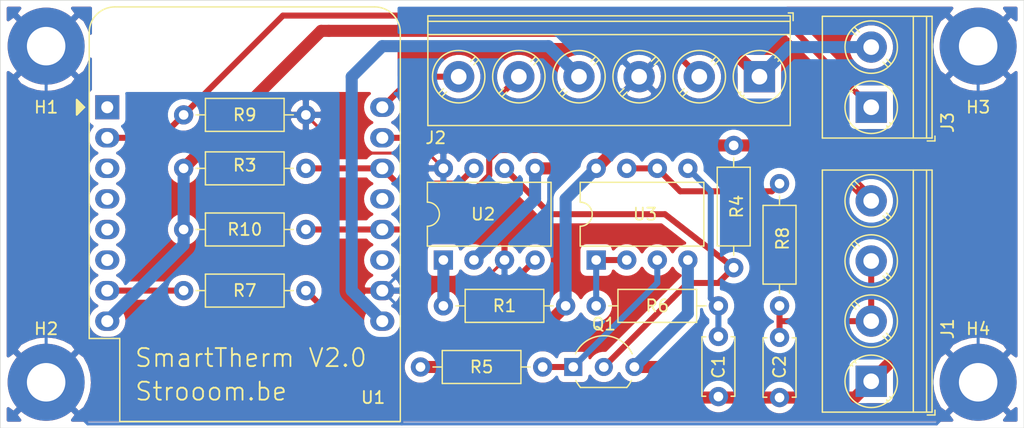
<source format=kicad_pcb>
(kicad_pcb (version 20171130) (host pcbnew "(5.1.9)-1")

  (general
    (thickness 1.6)
    (drawings 6)
    (tracks 115)
    (zones 0)
    (modules 22)
    (nets 27)
  )

  (page A4)
  (layers
    (0 F.Cu signal)
    (31 B.Cu signal)
    (32 B.Adhes user)
    (33 F.Adhes user)
    (34 B.Paste user)
    (35 F.Paste user)
    (36 B.SilkS user)
    (37 F.SilkS user)
    (38 B.Mask user)
    (39 F.Mask user)
    (40 Dwgs.User user hide)
    (41 Cmts.User user hide)
    (42 Eco1.User user)
    (43 Eco2.User user)
    (44 Edge.Cuts user)
    (45 Margin user)
    (46 B.CrtYd user)
    (47 F.CrtYd user hide)
    (48 B.Fab user)
    (49 F.Fab user hide)
  )

  (setup
    (last_trace_width 0.25)
    (user_trace_width 0.5)
    (user_trace_width 1)
    (trace_clearance 0.2)
    (zone_clearance 0.508)
    (zone_45_only no)
    (trace_min 0.2)
    (via_size 0.8)
    (via_drill 0.4)
    (via_min_size 0.4)
    (via_min_drill 0.3)
    (user_via 1 0.5)
    (user_via 1.5 0.7)
    (uvia_size 0.3)
    (uvia_drill 0.1)
    (uvias_allowed no)
    (uvia_min_size 0.2)
    (uvia_min_drill 0.1)
    (edge_width 0.05)
    (segment_width 0.2)
    (pcb_text_width 0.3)
    (pcb_text_size 1.5 1.5)
    (mod_edge_width 0.12)
    (mod_text_size 1 1)
    (mod_text_width 0.15)
    (pad_size 2.6 2.6)
    (pad_drill 1.3)
    (pad_to_mask_clearance 0)
    (aux_axis_origin 0 0)
    (visible_elements 7FFFFFFF)
    (pcbplotparams
      (layerselection 0x010e0_ffffffff)
      (usegerberextensions false)
      (usegerberattributes true)
      (usegerberadvancedattributes true)
      (creategerberjobfile true)
      (excludeedgelayer true)
      (linewidth 0.100000)
      (plotframeref false)
      (viasonmask false)
      (mode 1)
      (useauxorigin false)
      (hpglpennumber 1)
      (hpglpenspeed 20)
      (hpglpendiameter 15.000000)
      (psnegative false)
      (psa4output false)
      (plotreference true)
      (plotvalue true)
      (plotinvisibletext false)
      (padsonsilk false)
      (subtractmaskfromsilk false)
      (outputformat 1)
      (mirror false)
      (drillshape 0)
      (scaleselection 1)
      (outputdirectory "C:/Users/Pascal/Desktop/"))
  )

  (net 0 "")
  (net 1 GND2)
  (net 2 "Net-(C1-Pad1)")
  (net 3 "Net-(C2-Pad1)")
  (net 4 +24V)
  (net 5 +3V3)
  (net 6 /Tin)
  (net 7 +5V)
  (net 8 /RX)
  (net 9 /TX)
  (net 10 GND)
  (net 11 "Net-(Q1-Pad1)")
  (net 12 /Drive2)
  (net 13 "Net-(R1-Pad1)")
  (net 14 "Net-(R6-Pad2)")
  (net 15 /Drive1)
  (net 16 "Net-(R7-Pad1)")
  (net 17 "Net-(R8-Pad2)")
  (net 18 "Net-(U1-Pad13)")
  (net 19 "Net-(U1-Pad11)")
  (net 20 "Net-(U1-Pad6)")
  (net 21 "Net-(U1-Pad4)")
  (net 22 "Net-(U1-Pad1)")
  (net 23 "Net-(J3-Pad1)")
  (net 24 /24Present)
  (net 25 "Net-(U1-Pad5)")
  (net 26 "Net-(U1-Pad3)")

  (net_class Default "Dit is de standaard class."
    (clearance 0.2)
    (trace_width 0.25)
    (via_dia 0.8)
    (via_drill 0.4)
    (uvia_dia 0.3)
    (uvia_drill 0.1)
    (add_net +24V)
    (add_net +3V3)
    (add_net +5V)
    (add_net /24Present)
    (add_net /Drive1)
    (add_net /Drive2)
    (add_net /RX)
    (add_net /TX)
    (add_net /Tin)
    (add_net GND)
    (add_net GND2)
    (add_net "Net-(C1-Pad1)")
    (add_net "Net-(C2-Pad1)")
    (add_net "Net-(J3-Pad1)")
    (add_net "Net-(Q1-Pad1)")
    (add_net "Net-(R1-Pad1)")
    (add_net "Net-(R6-Pad2)")
    (add_net "Net-(R7-Pad1)")
    (add_net "Net-(R8-Pad2)")
    (add_net "Net-(U1-Pad1)")
    (add_net "Net-(U1-Pad11)")
    (add_net "Net-(U1-Pad13)")
    (add_net "Net-(U1-Pad3)")
    (add_net "Net-(U1-Pad4)")
    (add_net "Net-(U1-Pad5)")
    (add_net "Net-(U1-Pad6)")
  )

  (module Module:WEMOS_D1_mini_light (layer F.Cu) (tedit 5BBFB1CE) (tstamp 605A4DCD)
    (at 116.84 81.28)
    (descr "16-pin module, column spacing 22.86 mm (900 mils), https://wiki.wemos.cc/products:d1:d1_mini, https://c1.staticflickr.com/1/734/31400410271_f278b087db_z.jpg")
    (tags "ESP8266 WiFi microcontroller")
    (path /5F8673AF)
    (fp_text reference U1 (at 22.098 24.13) (layer F.SilkS)
      (effects (font (size 1 1) (thickness 0.15)))
    )
    (fp_text value "WeMos D1 mini" (at 11.7 0) (layer F.Fab)
      (effects (font (size 1 1) (thickness 0.15)))
    )
    (fp_line (start 1.04 19.22) (end 1.04 26.12) (layer F.SilkS) (width 0.12))
    (fp_line (start -1.5 19.22) (end 1.04 19.22) (layer F.SilkS) (width 0.12))
    (fp_line (start -0.37 0) (end -1.37 -1) (layer F.Fab) (width 0.1))
    (fp_line (start -1.37 1) (end -0.37 0) (layer F.Fab) (width 0.1))
    (fp_line (start -1.37 -6.21) (end -1.37 -1) (layer F.Fab) (width 0.1))
    (fp_line (start 1.17 19.09) (end 1.17 25.99) (layer F.Fab) (width 0.1))
    (fp_line (start -1.37 19.09) (end 1.17 19.09) (layer F.Fab) (width 0.1))
    (fp_line (start -1.35 -7.4) (end -0.55 -8.2) (layer Dwgs.User) (width 0.1))
    (fp_line (start -1.3 -5.45) (end 1.45 -8.2) (layer Dwgs.User) (width 0.1))
    (fp_line (start -1.35 -3.4) (end 3.45 -8.2) (layer Dwgs.User) (width 0.1))
    (fp_line (start 22.65 -1.4) (end 24.25 -3) (layer Dwgs.User) (width 0.1))
    (fp_line (start 20.65 -1.4) (end 24.25 -5) (layer Dwgs.User) (width 0.1))
    (fp_line (start 18.65 -1.4) (end 24.25 -7) (layer Dwgs.User) (width 0.1))
    (fp_line (start 16.65 -1.4) (end 23.45 -8.2) (layer Dwgs.User) (width 0.1))
    (fp_line (start 14.65 -1.4) (end 21.45 -8.2) (layer Dwgs.User) (width 0.1))
    (fp_line (start 12.65 -1.4) (end 19.45 -8.2) (layer Dwgs.User) (width 0.1))
    (fp_line (start 10.65 -1.4) (end 17.45 -8.2) (layer Dwgs.User) (width 0.1))
    (fp_line (start 8.65 -1.4) (end 15.45 -8.2) (layer Dwgs.User) (width 0.1))
    (fp_line (start 6.65 -1.4) (end 13.45 -8.2) (layer Dwgs.User) (width 0.1))
    (fp_line (start 4.65 -1.4) (end 11.45 -8.2) (layer Dwgs.User) (width 0.1))
    (fp_line (start 2.65 -1.4) (end 9.45 -8.2) (layer Dwgs.User) (width 0.1))
    (fp_line (start 0.65 -1.4) (end 7.45 -8.2) (layer Dwgs.User) (width 0.1))
    (fp_line (start -1.35 -1.4) (end 5.45 -8.2) (layer Dwgs.User) (width 0.1))
    (fp_line (start -1.35 -8.2) (end -1.35 -1.4) (layer Dwgs.User) (width 0.1))
    (fp_line (start 24.25 -8.2) (end -1.35 -8.2) (layer Dwgs.User) (width 0.1))
    (fp_line (start 24.25 -1.4) (end 24.25 -8.2) (layer Dwgs.User) (width 0.1))
    (fp_line (start -1.35 -1.4) (end 24.25 -1.4) (layer Dwgs.User) (width 0.1))
    (fp_poly (pts (xy -2.54 -0.635) (xy -2.54 0.635) (xy -1.905 0)) (layer F.SilkS) (width 0.15))
    (fp_line (start -1.62 26.24) (end -1.62 -8.46) (layer F.CrtYd) (width 0.05))
    (fp_line (start 24.48 26.24) (end -1.62 26.24) (layer F.CrtYd) (width 0.05))
    (fp_line (start 24.48 -8.41) (end 24.48 26.24) (layer F.CrtYd) (width 0.05))
    (fp_line (start -1.62 -8.46) (end 24.48 -8.46) (layer F.CrtYd) (width 0.05))
    (fp_line (start -1.37 1) (end -1.37 19.09) (layer F.Fab) (width 0.1))
    (fp_line (start 22.23 -8.21) (end 0.63 -8.21) (layer F.Fab) (width 0.1))
    (fp_line (start 24.23 25.99) (end 24.23 -6.21) (layer F.Fab) (width 0.1))
    (fp_line (start 1.17 25.99) (end 24.23 25.99) (layer F.Fab) (width 0.1))
    (fp_line (start 22.24 -8.34) (end 0.63 -8.34) (layer F.SilkS) (width 0.12))
    (fp_line (start 24.36 26.12) (end 24.36 -6.21) (layer F.SilkS) (width 0.12))
    (fp_line (start -1.5 19.22) (end -1.5 -6.21) (layer F.SilkS) (width 0.12))
    (fp_line (start 1.04 26.12) (end 24.36 26.12) (layer F.SilkS) (width 0.12))
    (fp_text user "No copper" (at 11.43 -3.81) (layer Cmts.User)
      (effects (font (size 1 1) (thickness 0.15)))
    )
    (fp_text user "KEEP OUT" (at 11.43 -6.35) (layer Cmts.User)
      (effects (font (size 1 1) (thickness 0.15)))
    )
    (fp_arc (start 22.23 -6.21) (end 24.36 -6.21) (angle -90) (layer F.SilkS) (width 0.12))
    (fp_arc (start 0.63 -6.21) (end 0.63 -8.34) (angle -90) (layer F.SilkS) (width 0.12))
    (fp_arc (start 22.23 -6.21) (end 24.23 -6.19) (angle -90) (layer F.Fab) (width 0.1))
    (fp_arc (start 0.63 -6.21) (end 0.63 -8.21) (angle -90) (layer F.Fab) (width 0.1))
    (fp_text user %R (at 11.43 10) (layer F.Fab)
      (effects (font (size 1 1) (thickness 0.15)))
    )
    (pad 16 thru_hole oval (at 22.86 0) (size 2 1.6) (drill 1) (layers *.Cu *.Mask)
      (net 9 /TX))
    (pad 15 thru_hole oval (at 22.86 2.54) (size 2 1.6) (drill 1) (layers *.Cu *.Mask)
      (net 8 /RX))
    (pad 14 thru_hole oval (at 22.86 5.08) (size 2 1.6) (drill 1) (layers *.Cu *.Mask)
      (net 24 /24Present))
    (pad 13 thru_hole oval (at 22.86 7.62) (size 2 1.6) (drill 1) (layers *.Cu *.Mask)
      (net 18 "Net-(U1-Pad13)"))
    (pad 12 thru_hole oval (at 22.86 10.16) (size 2 1.6) (drill 1) (layers *.Cu *.Mask)
      (net 6 /Tin))
    (pad 11 thru_hole oval (at 22.86 12.7) (size 2 1.6) (drill 1) (layers *.Cu *.Mask)
      (net 19 "Net-(U1-Pad11)"))
    (pad 10 thru_hole oval (at 22.86 15.24) (size 2 1.6) (drill 1) (layers *.Cu *.Mask)
      (net 10 GND))
    (pad 9 thru_hole oval (at 22.86 17.78) (size 2 1.6) (drill 1) (layers *.Cu *.Mask)
      (net 7 +5V))
    (pad 8 thru_hole oval (at 0 17.78) (size 2 1.6) (drill 1) (layers *.Cu *.Mask)
      (net 5 +3V3))
    (pad 7 thru_hole oval (at 0 15.24) (size 2 1.6) (drill 1) (layers *.Cu *.Mask)
      (net 15 /Drive1))
    (pad 6 thru_hole oval (at 0 12.7) (size 2 1.6) (drill 1) (layers *.Cu *.Mask)
      (net 20 "Net-(U1-Pad6)"))
    (pad 5 thru_hole oval (at 0 10.16) (size 2 1.6) (drill 1) (layers *.Cu *.Mask)
      (net 25 "Net-(U1-Pad5)"))
    (pad 4 thru_hole oval (at 0 7.62) (size 2 1.6) (drill 1) (layers *.Cu *.Mask)
      (net 21 "Net-(U1-Pad4)"))
    (pad 3 thru_hole oval (at 0 5.08) (size 2 1.6) (drill 1) (layers *.Cu *.Mask)
      (net 26 "Net-(U1-Pad3)"))
    (pad 1 thru_hole rect (at 0 0) (size 2 2) (drill 1) (layers *.Cu *.Mask)
      (net 22 "Net-(U1-Pad1)"))
    (pad 2 thru_hole oval (at 0 2.54) (size 2 1.6) (drill 1) (layers *.Cu *.Mask)
      (net 23 "Net-(J3-Pad1)"))
    (model ${KISYS3DMOD}/Module.3dshapes/WEMOS_D1_mini_light.wrl
      (at (xyz 0 0 0))
      (scale (xyz 1 1 1))
      (rotate (xyz 0 0 0))
    )
    (model ${KISYS3DMOD}/Connector_PinHeader_2.54mm.3dshapes/PinHeader_1x08_P2.54mm_Vertical.wrl
      (offset (xyz 0 0 9.5))
      (scale (xyz 1 1 1))
      (rotate (xyz 0 -180 0))
    )
    (model ${KISYS3DMOD}/Connector_PinHeader_2.54mm.3dshapes/PinHeader_1x08_P2.54mm_Vertical.wrl
      (offset (xyz 22.86 0 9.5))
      (scale (xyz 1 1 1))
      (rotate (xyz 0 -180 0))
    )
    (model ${KISYS3DMOD}/Connector_PinSocket_2.54mm.3dshapes/PinSocket_1x08_P2.54mm_Vertical.wrl
      (at (xyz 0 0 0))
      (scale (xyz 1 1 1))
      (rotate (xyz 0 0 0))
    )
    (model ${KISYS3DMOD}/Connector_PinSocket_2.54mm.3dshapes/PinSocket_1x08_P2.54mm_Vertical.wrl
      (offset (xyz 22.86 0 0))
      (scale (xyz 1 1 1))
      (rotate (xyz 0 0 0))
    )
  )

  (module MountingHole:MountingHole_3.2mm_M3_Pad (layer F.Cu) (tedit 56D1B4CB) (tstamp 605E3D11)
    (at 189.23 104.14)
    (descr "Mounting Hole 3.2mm, M3")
    (tags "mounting hole 3.2mm m3")
    (path /605F5C3F)
    (attr virtual)
    (fp_text reference H4 (at 0 -4.445) (layer F.SilkS)
      (effects (font (size 1 1) (thickness 0.15)))
    )
    (fp_text value Mounting (at 0 4.2) (layer F.Fab)
      (effects (font (size 1 1) (thickness 0.15)))
    )
    (fp_circle (center 0 0) (end 3.2 0) (layer Cmts.User) (width 0.15))
    (fp_circle (center 0 0) (end 3.45 0) (layer F.CrtYd) (width 0.05))
    (fp_text user %R (at 0.3 0) (layer F.Fab)
      (effects (font (size 1 1) (thickness 0.15)))
    )
    (pad 1 thru_hole circle (at 0 0) (size 6.4 6.4) (drill 3.2) (layers *.Cu *.Mask)
      (net 10 GND))
  )

  (module MountingHole:MountingHole_3.2mm_M3_Pad (layer F.Cu) (tedit 56D1B4CB) (tstamp 605E3D09)
    (at 189.23 76.2)
    (descr "Mounting Hole 3.2mm, M3")
    (tags "mounting hole 3.2mm m3")
    (path /605F5630)
    (attr virtual)
    (fp_text reference H3 (at 0 5.08) (layer F.SilkS)
      (effects (font (size 1 1) (thickness 0.15)))
    )
    (fp_text value Mounting (at 0 4.2) (layer F.Fab)
      (effects (font (size 1 1) (thickness 0.15)))
    )
    (fp_circle (center 0 0) (end 3.2 0) (layer Cmts.User) (width 0.15))
    (fp_circle (center 0 0) (end 3.45 0) (layer F.CrtYd) (width 0.05))
    (fp_text user %R (at 0.3 0) (layer F.Fab)
      (effects (font (size 1 1) (thickness 0.15)))
    )
    (pad 1 thru_hole circle (at 0 0) (size 6.4 6.4) (drill 3.2) (layers *.Cu *.Mask)
      (net 10 GND))
  )

  (module MountingHole:MountingHole_3.2mm_M3_Pad (layer F.Cu) (tedit 56D1B4CB) (tstamp 605E3D01)
    (at 111.76 104.14)
    (descr "Mounting Hole 3.2mm, M3")
    (tags "mounting hole 3.2mm m3")
    (path /605F4CD1)
    (attr virtual)
    (fp_text reference H2 (at 0 -4.445) (layer F.SilkS)
      (effects (font (size 1 1) (thickness 0.15)))
    )
    (fp_text value Mounting (at 0 4.2) (layer F.Fab)
      (effects (font (size 1 1) (thickness 0.15)))
    )
    (fp_circle (center 0 0) (end 3.2 0) (layer Cmts.User) (width 0.15))
    (fp_circle (center 0 0) (end 3.45 0) (layer F.CrtYd) (width 0.05))
    (fp_text user %R (at 0.3 0) (layer F.Fab)
      (effects (font (size 1 1) (thickness 0.15)))
    )
    (pad 1 thru_hole circle (at 0 0) (size 6.4 6.4) (drill 3.2) (layers *.Cu *.Mask)
      (net 10 GND))
  )

  (module MountingHole:MountingHole_3.2mm_M3_Pad (layer F.Cu) (tedit 56D1B4CB) (tstamp 605E3CF9)
    (at 111.76 76.2)
    (descr "Mounting Hole 3.2mm, M3")
    (tags "mounting hole 3.2mm m3")
    (path /605F43B9)
    (attr virtual)
    (fp_text reference H1 (at 0 5.08) (layer F.SilkS)
      (effects (font (size 1 1) (thickness 0.15)))
    )
    (fp_text value Mounting (at 0 4.2) (layer F.Fab)
      (effects (font (size 1 1) (thickness 0.15)))
    )
    (fp_circle (center 0 0) (end 3.2 0) (layer Cmts.User) (width 0.15))
    (fp_circle (center 0 0) (end 3.45 0) (layer F.CrtYd) (width 0.05))
    (fp_text user %R (at 0.3 0) (layer F.Fab)
      (effects (font (size 1 1) (thickness 0.15)))
    )
    (pad 1 thru_hole circle (at 0 0) (size 6.4 6.4) (drill 3.2) (layers *.Cu *.Mask)
      (net 10 GND))
  )

  (module Package_TO_SOT_THT:TO-92L_Inline_Wide (layer F.Cu) (tedit 5A11996A) (tstamp 605A15A2)
    (at 155.575 102.87)
    (descr "TO-92L leads in-line (large body variant of TO-92), also known as TO-226, wide, drill 0.75mm (see https://www.diodes.com/assets/Package-Files/TO92L.pdf and http://www.ti.com/lit/an/snoa059/snoa059.pdf)")
    (tags "TO-92L Inline Wide transistor")
    (path /5F87A279)
    (fp_text reference Q1 (at 2.54 -3.56) (layer F.SilkS)
      (effects (font (size 1 1) (thickness 0.15)))
    )
    (fp_text value BC546 (at 2.54 2.79) (layer F.Fab)
      (effects (font (size 1 1) (thickness 0.15)))
    )
    (fp_line (start 0.6 1.7) (end 4.45 1.7) (layer F.SilkS) (width 0.12))
    (fp_line (start 0.65 1.6) (end 4.4 1.6) (layer F.Fab) (width 0.1))
    (fp_line (start -1 -2.75) (end 6.1 -2.75) (layer F.CrtYd) (width 0.05))
    (fp_line (start -1 -2.75) (end -1 1.85) (layer F.CrtYd) (width 0.05))
    (fp_line (start 6.1 1.85) (end 6.1 -2.75) (layer F.CrtYd) (width 0.05))
    (fp_line (start 6.1 1.85) (end -1 1.85) (layer F.CrtYd) (width 0.05))
    (fp_arc (start 2.54 0) (end 4.45 1.7) (angle -15.88591585) (layer F.SilkS) (width 0.12))
    (fp_arc (start 2.54 0) (end 2.54 -2.48) (angle -130.2499344) (layer F.Fab) (width 0.1))
    (fp_arc (start 2.54 0) (end 2.54 -2.48) (angle 129.9527847) (layer F.Fab) (width 0.1))
    (fp_arc (start 2.54 0) (end 2.54 -2.6) (angle 65) (layer F.SilkS) (width 0.12))
    (fp_arc (start 2.54 0) (end 2.54 -2.6) (angle -65) (layer F.SilkS) (width 0.12))
    (fp_arc (start 2.54 0) (end 0.6 1.7) (angle 15.44288892) (layer F.SilkS) (width 0.12))
    (fp_text user %R (at 2.54 0) (layer F.Fab)
      (effects (font (size 1 1) (thickness 0.15)))
    )
    (pad 1 thru_hole rect (at 0 0) (size 1.5 1.5) (drill 0.8) (layers *.Cu *.Mask)
      (net 11 "Net-(Q1-Pad1)"))
    (pad 3 thru_hole circle (at 5.08 0) (size 1.5 1.5) (drill 0.8) (layers *.Cu *.Mask)
      (net 1 GND2))
    (pad 2 thru_hole circle (at 2.54 0) (size 1.5 1.5) (drill 0.8) (layers *.Cu *.Mask)
      (net 12 /Drive2))
    (model ${KISYS3DMOD}/Package_TO_SOT_THT.3dshapes/TO-92L_Inline_Wide.wrl
      (at (xyz 0 0 0))
      (scale (xyz 1 1 1))
      (rotate (xyz 0 0 0))
    )
  )

  (module Package_DIP:DIP-8_W7.62mm (layer F.Cu) (tedit 5A02E8C5) (tstamp 605A16D0)
    (at 144.78 93.98 90)
    (descr "8-lead though-hole mounted DIP package, row spacing 7.62 mm (300 mils)")
    (tags "THT DIP DIL PDIP 2.54mm 7.62mm 300mil")
    (path /5F85EE3C)
    (fp_text reference U2 (at 3.81 3.302 180) (layer F.SilkS)
      (effects (font (size 1 1) (thickness 0.15)))
    )
    (fp_text value ILD74 (at 3.81 9.95 90) (layer F.Fab)
      (effects (font (size 1 1) (thickness 0.15)))
    )
    (fp_line (start 8.7 -1.55) (end -1.1 -1.55) (layer F.CrtYd) (width 0.05))
    (fp_line (start 8.7 9.15) (end 8.7 -1.55) (layer F.CrtYd) (width 0.05))
    (fp_line (start -1.1 9.15) (end 8.7 9.15) (layer F.CrtYd) (width 0.05))
    (fp_line (start -1.1 -1.55) (end -1.1 9.15) (layer F.CrtYd) (width 0.05))
    (fp_line (start 6.46 -1.33) (end 4.81 -1.33) (layer F.SilkS) (width 0.12))
    (fp_line (start 6.46 8.95) (end 6.46 -1.33) (layer F.SilkS) (width 0.12))
    (fp_line (start 1.16 8.95) (end 6.46 8.95) (layer F.SilkS) (width 0.12))
    (fp_line (start 1.16 -1.33) (end 1.16 8.95) (layer F.SilkS) (width 0.12))
    (fp_line (start 2.81 -1.33) (end 1.16 -1.33) (layer F.SilkS) (width 0.12))
    (fp_line (start 0.635 -0.27) (end 1.635 -1.27) (layer F.Fab) (width 0.1))
    (fp_line (start 0.635 8.89) (end 0.635 -0.27) (layer F.Fab) (width 0.1))
    (fp_line (start 6.985 8.89) (end 0.635 8.89) (layer F.Fab) (width 0.1))
    (fp_line (start 6.985 -1.27) (end 6.985 8.89) (layer F.Fab) (width 0.1))
    (fp_line (start 1.635 -1.27) (end 6.985 -1.27) (layer F.Fab) (width 0.1))
    (fp_text user %R (at 3.81 3.81 90) (layer F.Fab)
      (effects (font (size 1 1) (thickness 0.15)))
    )
    (fp_arc (start 3.81 -1.33) (end 2.81 -1.33) (angle -180) (layer F.SilkS) (width 0.12))
    (pad 8 thru_hole oval (at 7.62 0 90) (size 1.6 1.6) (drill 0.8) (layers *.Cu *.Mask)
      (net 10 GND))
    (pad 4 thru_hole oval (at 0 7.62 90) (size 1.6 1.6) (drill 0.8) (layers *.Cu *.Mask)
      (net 16 "Net-(R7-Pad1)"))
    (pad 7 thru_hole oval (at 7.62 2.54 90) (size 1.6 1.6) (drill 0.8) (layers *.Cu *.Mask)
      (net 24 /24Present))
    (pad 3 thru_hole oval (at 0 5.08 90) (size 1.6 1.6) (drill 0.8) (layers *.Cu *.Mask)
      (net 10 GND))
    (pad 6 thru_hole oval (at 7.62 5.08 90) (size 1.6 1.6) (drill 0.8) (layers *.Cu *.Mask)
      (net 12 /Drive2))
    (pad 2 thru_hole oval (at 0 2.54 90) (size 1.6 1.6) (drill 0.8) (layers *.Cu *.Mask)
      (net 1 GND2))
    (pad 5 thru_hole oval (at 7.62 7.62 90) (size 1.6 1.6) (drill 0.8) (layers *.Cu *.Mask)
      (net 1 GND2))
    (pad 1 thru_hole rect (at 0 0 90) (size 1.6 1.6) (drill 0.8) (layers *.Cu *.Mask)
      (net 13 "Net-(R1-Pad1)"))
    (model ${KISYS3DMOD}/Package_DIP.3dshapes/DIP-8_W7.62mm.wrl
      (at (xyz 0 0 0))
      (scale (xyz 1 1 1))
      (rotate (xyz 0 0 0))
    )
  )

  (module Resistor_THT:R_Axial_DIN0207_L6.3mm_D2.5mm_P10.16mm_Horizontal (layer F.Cu) (tedit 5AE5139B) (tstamp 605A15B9)
    (at 144.78 97.79)
    (descr "Resistor, Axial_DIN0207 series, Axial, Horizontal, pin pitch=10.16mm, 0.25W = 1/4W, length*diameter=6.3*2.5mm^2, http://cdn-reichelt.de/documents/datenblatt/B400/1_4W%23YAG.pdf")
    (tags "Resistor Axial_DIN0207 series Axial Horizontal pin pitch 10.16mm 0.25W = 1/4W length 6.3mm diameter 2.5mm")
    (path /5F86BCE9)
    (fp_text reference R1 (at 5.08 0) (layer F.SilkS)
      (effects (font (size 1 1) (thickness 0.15)))
    )
    (fp_text value 3K3 (at 5.08 2.37) (layer F.Fab)
      (effects (font (size 1 1) (thickness 0.15)))
    )
    (fp_line (start 11.21 -1.5) (end -1.05 -1.5) (layer F.CrtYd) (width 0.05))
    (fp_line (start 11.21 1.5) (end 11.21 -1.5) (layer F.CrtYd) (width 0.05))
    (fp_line (start -1.05 1.5) (end 11.21 1.5) (layer F.CrtYd) (width 0.05))
    (fp_line (start -1.05 -1.5) (end -1.05 1.5) (layer F.CrtYd) (width 0.05))
    (fp_line (start 9.12 0) (end 8.35 0) (layer F.SilkS) (width 0.12))
    (fp_line (start 1.04 0) (end 1.81 0) (layer F.SilkS) (width 0.12))
    (fp_line (start 8.35 -1.37) (end 1.81 -1.37) (layer F.SilkS) (width 0.12))
    (fp_line (start 8.35 1.37) (end 8.35 -1.37) (layer F.SilkS) (width 0.12))
    (fp_line (start 1.81 1.37) (end 8.35 1.37) (layer F.SilkS) (width 0.12))
    (fp_line (start 1.81 -1.37) (end 1.81 1.37) (layer F.SilkS) (width 0.12))
    (fp_line (start 10.16 0) (end 8.23 0) (layer F.Fab) (width 0.1))
    (fp_line (start 0 0) (end 1.93 0) (layer F.Fab) (width 0.1))
    (fp_line (start 8.23 -1.25) (end 1.93 -1.25) (layer F.Fab) (width 0.1))
    (fp_line (start 8.23 1.25) (end 8.23 -1.25) (layer F.Fab) (width 0.1))
    (fp_line (start 1.93 1.25) (end 8.23 1.25) (layer F.Fab) (width 0.1))
    (fp_line (start 1.93 -1.25) (end 1.93 1.25) (layer F.Fab) (width 0.1))
    (fp_text user %R (at 5.08 0) (layer F.Fab)
      (effects (font (size 1 1) (thickness 0.15)))
    )
    (pad 2 thru_hole oval (at 10.16 0) (size 1.6 1.6) (drill 0.8) (layers *.Cu *.Mask)
      (net 4 +24V))
    (pad 1 thru_hole circle (at 0 0) (size 1.6 1.6) (drill 0.8) (layers *.Cu *.Mask)
      (net 13 "Net-(R1-Pad1)"))
    (model ${KISYS3DMOD}/Resistor_THT.3dshapes/R_Axial_DIN0207_L6.3mm_D2.5mm_P10.16mm_Horizontal.wrl
      (at (xyz 0 0 0))
      (scale (xyz 1 1 1))
      (rotate (xyz 0 0 0))
    )
  )

  (module Package_DIP:DIP-8_W7.62mm (layer F.Cu) (tedit 5A02E8C5) (tstamp 605A16EC)
    (at 157.48 93.98 90)
    (descr "8-lead though-hole mounted DIP package, row spacing 7.62 mm (300 mils)")
    (tags "THT DIP DIL PDIP 2.54mm 7.62mm 300mil")
    (path /5F860CD0)
    (fp_text reference U3 (at 3.81 4.064 180) (layer F.SilkS)
      (effects (font (size 1 1) (thickness 0.15)))
    )
    (fp_text value LM358 (at 3.81 9.95 90) (layer F.Fab)
      (effects (font (size 1 1) (thickness 0.15)))
    )
    (fp_line (start 8.7 -1.55) (end -1.1 -1.55) (layer F.CrtYd) (width 0.05))
    (fp_line (start 8.7 9.15) (end 8.7 -1.55) (layer F.CrtYd) (width 0.05))
    (fp_line (start -1.1 9.15) (end 8.7 9.15) (layer F.CrtYd) (width 0.05))
    (fp_line (start -1.1 -1.55) (end -1.1 9.15) (layer F.CrtYd) (width 0.05))
    (fp_line (start 6.46 -1.33) (end 4.81 -1.33) (layer F.SilkS) (width 0.12))
    (fp_line (start 6.46 8.95) (end 6.46 -1.33) (layer F.SilkS) (width 0.12))
    (fp_line (start 1.16 8.95) (end 6.46 8.95) (layer F.SilkS) (width 0.12))
    (fp_line (start 1.16 -1.33) (end 1.16 8.95) (layer F.SilkS) (width 0.12))
    (fp_line (start 2.81 -1.33) (end 1.16 -1.33) (layer F.SilkS) (width 0.12))
    (fp_line (start 0.635 -0.27) (end 1.635 -1.27) (layer F.Fab) (width 0.1))
    (fp_line (start 0.635 8.89) (end 0.635 -0.27) (layer F.Fab) (width 0.1))
    (fp_line (start 6.985 8.89) (end 0.635 8.89) (layer F.Fab) (width 0.1))
    (fp_line (start 6.985 -1.27) (end 6.985 8.89) (layer F.Fab) (width 0.1))
    (fp_line (start 1.635 -1.27) (end 6.985 -1.27) (layer F.Fab) (width 0.1))
    (fp_text user %R (at 3.81 3.81 90) (layer F.Fab)
      (effects (font (size 1 1) (thickness 0.15)))
    )
    (fp_arc (start 3.81 -1.33) (end 2.81 -1.33) (angle -180) (layer F.SilkS) (width 0.12))
    (pad 8 thru_hole oval (at 7.62 0 90) (size 1.6 1.6) (drill 0.8) (layers *.Cu *.Mask)
      (net 4 +24V))
    (pad 4 thru_hole oval (at 0 7.62 90) (size 1.6 1.6) (drill 0.8) (layers *.Cu *.Mask)
      (net 1 GND2))
    (pad 7 thru_hole oval (at 7.62 2.54 90) (size 1.6 1.6) (drill 0.8) (layers *.Cu *.Mask)
      (net 17 "Net-(R8-Pad2)"))
    (pad 3 thru_hole oval (at 0 5.08 90) (size 1.6 1.6) (drill 0.8) (layers *.Cu *.Mask)
      (net 11 "Net-(Q1-Pad1)"))
    (pad 6 thru_hole oval (at 7.62 5.08 90) (size 1.6 1.6) (drill 0.8) (layers *.Cu *.Mask)
      (net 17 "Net-(R8-Pad2)"))
    (pad 2 thru_hole oval (at 0 2.54 90) (size 1.6 1.6) (drill 0.8) (layers *.Cu *.Mask)
      (net 14 "Net-(R6-Pad2)"))
    (pad 5 thru_hole oval (at 7.62 7.62 90) (size 1.6 1.6) (drill 0.8) (layers *.Cu *.Mask)
      (net 2 "Net-(C1-Pad1)"))
    (pad 1 thru_hole rect (at 0 0 90) (size 1.6 1.6) (drill 0.8) (layers *.Cu *.Mask)
      (net 14 "Net-(R6-Pad2)"))
    (model ${KISYS3DMOD}/Package_DIP.3dshapes/DIP-8_W7.62mm.wrl
      (at (xyz 0 0 0))
      (scale (xyz 1 1 1))
      (rotate (xyz 0 0 0))
    )
  )

  (module Resistor_THT:R_Axial_DIN0207_L6.3mm_D2.5mm_P10.16mm_Horizontal (layer F.Cu) (tedit 5AE5139B) (tstamp 605A1671)
    (at 123.19 91.44)
    (descr "Resistor, Axial_DIN0207 series, Axial, Horizontal, pin pitch=10.16mm, 0.25W = 1/4W, length*diameter=6.3*2.5mm^2, http://cdn-reichelt.de/documents/datenblatt/B400/1_4W%23YAG.pdf")
    (tags "Resistor Axial_DIN0207 series Axial Horizontal pin pitch 10.16mm 0.25W = 1/4W length 6.3mm diameter 2.5mm")
    (path /5F91FBC4)
    (fp_text reference R10 (at 5.08 0) (layer F.SilkS)
      (effects (font (size 1 1) (thickness 0.15)))
    )
    (fp_text value 4K7 (at 5.08 2.37) (layer F.Fab)
      (effects (font (size 1 1) (thickness 0.15)))
    )
    (fp_line (start 11.21 -1.5) (end -1.05 -1.5) (layer F.CrtYd) (width 0.05))
    (fp_line (start 11.21 1.5) (end 11.21 -1.5) (layer F.CrtYd) (width 0.05))
    (fp_line (start -1.05 1.5) (end 11.21 1.5) (layer F.CrtYd) (width 0.05))
    (fp_line (start -1.05 -1.5) (end -1.05 1.5) (layer F.CrtYd) (width 0.05))
    (fp_line (start 9.12 0) (end 8.35 0) (layer F.SilkS) (width 0.12))
    (fp_line (start 1.04 0) (end 1.81 0) (layer F.SilkS) (width 0.12))
    (fp_line (start 8.35 -1.37) (end 1.81 -1.37) (layer F.SilkS) (width 0.12))
    (fp_line (start 8.35 1.37) (end 8.35 -1.37) (layer F.SilkS) (width 0.12))
    (fp_line (start 1.81 1.37) (end 8.35 1.37) (layer F.SilkS) (width 0.12))
    (fp_line (start 1.81 -1.37) (end 1.81 1.37) (layer F.SilkS) (width 0.12))
    (fp_line (start 10.16 0) (end 8.23 0) (layer F.Fab) (width 0.1))
    (fp_line (start 0 0) (end 1.93 0) (layer F.Fab) (width 0.1))
    (fp_line (start 8.23 -1.25) (end 1.93 -1.25) (layer F.Fab) (width 0.1))
    (fp_line (start 8.23 1.25) (end 8.23 -1.25) (layer F.Fab) (width 0.1))
    (fp_line (start 1.93 1.25) (end 8.23 1.25) (layer F.Fab) (width 0.1))
    (fp_line (start 1.93 -1.25) (end 1.93 1.25) (layer F.Fab) (width 0.1))
    (fp_text user %R (at 5.08 0) (layer F.Fab)
      (effects (font (size 1 1) (thickness 0.15)))
    )
    (pad 2 thru_hole oval (at 10.16 0) (size 1.6 1.6) (drill 0.8) (layers *.Cu *.Mask)
      (net 6 /Tin))
    (pad 1 thru_hole circle (at 0 0) (size 1.6 1.6) (drill 0.8) (layers *.Cu *.Mask)
      (net 5 +3V3))
    (model ${KISYS3DMOD}/Resistor_THT.3dshapes/R_Axial_DIN0207_L6.3mm_D2.5mm_P10.16mm_Horizontal.wrl
      (at (xyz 0 0 0))
      (scale (xyz 1 1 1))
      (rotate (xyz 0 0 0))
    )
  )

  (module Resistor_THT:R_Axial_DIN0207_L6.3mm_D2.5mm_P10.16mm_Horizontal (layer F.Cu) (tedit 5AE5139B) (tstamp 605A165A)
    (at 123.19 81.915)
    (descr "Resistor, Axial_DIN0207 series, Axial, Horizontal, pin pitch=10.16mm, 0.25W = 1/4W, length*diameter=6.3*2.5mm^2, http://cdn-reichelt.de/documents/datenblatt/B400/1_4W%23YAG.pdf")
    (tags "Resistor Axial_DIN0207 series Axial Horizontal pin pitch 10.16mm 0.25W = 1/4W length 6.3mm diameter 2.5mm")
    (path /5F873E42)
    (fp_text reference R9 (at 5.08 0) (layer F.SilkS)
      (effects (font (size 1 1) (thickness 0.15)))
    )
    (fp_text value 1K (at 5.08 2.37) (layer F.Fab)
      (effects (font (size 1 1) (thickness 0.15)))
    )
    (fp_line (start 11.21 -1.5) (end -1.05 -1.5) (layer F.CrtYd) (width 0.05))
    (fp_line (start 11.21 1.5) (end 11.21 -1.5) (layer F.CrtYd) (width 0.05))
    (fp_line (start -1.05 1.5) (end 11.21 1.5) (layer F.CrtYd) (width 0.05))
    (fp_line (start -1.05 -1.5) (end -1.05 1.5) (layer F.CrtYd) (width 0.05))
    (fp_line (start 9.12 0) (end 8.35 0) (layer F.SilkS) (width 0.12))
    (fp_line (start 1.04 0) (end 1.81 0) (layer F.SilkS) (width 0.12))
    (fp_line (start 8.35 -1.37) (end 1.81 -1.37) (layer F.SilkS) (width 0.12))
    (fp_line (start 8.35 1.37) (end 8.35 -1.37) (layer F.SilkS) (width 0.12))
    (fp_line (start 1.81 1.37) (end 8.35 1.37) (layer F.SilkS) (width 0.12))
    (fp_line (start 1.81 -1.37) (end 1.81 1.37) (layer F.SilkS) (width 0.12))
    (fp_line (start 10.16 0) (end 8.23 0) (layer F.Fab) (width 0.1))
    (fp_line (start 0 0) (end 1.93 0) (layer F.Fab) (width 0.1))
    (fp_line (start 8.23 -1.25) (end 1.93 -1.25) (layer F.Fab) (width 0.1))
    (fp_line (start 8.23 1.25) (end 8.23 -1.25) (layer F.Fab) (width 0.1))
    (fp_line (start 1.93 1.25) (end 8.23 1.25) (layer F.Fab) (width 0.1))
    (fp_line (start 1.93 -1.25) (end 1.93 1.25) (layer F.Fab) (width 0.1))
    (fp_text user %R (at 5.08 0) (layer F.Fab)
      (effects (font (size 1 1) (thickness 0.15)))
    )
    (pad 2 thru_hole oval (at 10.16 0) (size 1.6 1.6) (drill 0.8) (layers *.Cu *.Mask)
      (net 10 GND))
    (pad 1 thru_hole circle (at 0 0) (size 1.6 1.6) (drill 0.8) (layers *.Cu *.Mask)
      (net 23 "Net-(J3-Pad1)"))
    (model ${KISYS3DMOD}/Resistor_THT.3dshapes/R_Axial_DIN0207_L6.3mm_D2.5mm_P10.16mm_Horizontal.wrl
      (at (xyz 0 0 0))
      (scale (xyz 1 1 1))
      (rotate (xyz 0 0 0))
    )
  )

  (module Resistor_THT:R_Axial_DIN0207_L6.3mm_D2.5mm_P10.16mm_Horizontal (layer F.Cu) (tedit 5AE5139B) (tstamp 605A1643)
    (at 172.72 97.79 90)
    (descr "Resistor, Axial_DIN0207 series, Axial, Horizontal, pin pitch=10.16mm, 0.25W = 1/4W, length*diameter=6.3*2.5mm^2, http://cdn-reichelt.de/documents/datenblatt/B400/1_4W%23YAG.pdf")
    (tags "Resistor Axial_DIN0207 series Axial Horizontal pin pitch 10.16mm 0.25W = 1/4W length 6.3mm diameter 2.5mm")
    (path /5F8A091A)
    (fp_text reference R8 (at 5.588 0.254 90) (layer F.SilkS)
      (effects (font (size 1 1) (thickness 0.15)))
    )
    (fp_text value 1K (at 5.08 2.37 90) (layer F.Fab)
      (effects (font (size 1 1) (thickness 0.15)))
    )
    (fp_line (start 11.21 -1.5) (end -1.05 -1.5) (layer F.CrtYd) (width 0.05))
    (fp_line (start 11.21 1.5) (end 11.21 -1.5) (layer F.CrtYd) (width 0.05))
    (fp_line (start -1.05 1.5) (end 11.21 1.5) (layer F.CrtYd) (width 0.05))
    (fp_line (start -1.05 -1.5) (end -1.05 1.5) (layer F.CrtYd) (width 0.05))
    (fp_line (start 9.12 0) (end 8.35 0) (layer F.SilkS) (width 0.12))
    (fp_line (start 1.04 0) (end 1.81 0) (layer F.SilkS) (width 0.12))
    (fp_line (start 8.35 -1.37) (end 1.81 -1.37) (layer F.SilkS) (width 0.12))
    (fp_line (start 8.35 1.37) (end 8.35 -1.37) (layer F.SilkS) (width 0.12))
    (fp_line (start 1.81 1.37) (end 8.35 1.37) (layer F.SilkS) (width 0.12))
    (fp_line (start 1.81 -1.37) (end 1.81 1.37) (layer F.SilkS) (width 0.12))
    (fp_line (start 10.16 0) (end 8.23 0) (layer F.Fab) (width 0.1))
    (fp_line (start 0 0) (end 1.93 0) (layer F.Fab) (width 0.1))
    (fp_line (start 8.23 -1.25) (end 1.93 -1.25) (layer F.Fab) (width 0.1))
    (fp_line (start 8.23 1.25) (end 8.23 -1.25) (layer F.Fab) (width 0.1))
    (fp_line (start 1.93 1.25) (end 8.23 1.25) (layer F.Fab) (width 0.1))
    (fp_line (start 1.93 -1.25) (end 1.93 1.25) (layer F.Fab) (width 0.1))
    (fp_text user %R (at 5.08 0 90) (layer F.Fab)
      (effects (font (size 1 1) (thickness 0.15)))
    )
    (pad 2 thru_hole oval (at 10.16 0 90) (size 1.6 1.6) (drill 0.8) (layers *.Cu *.Mask)
      (net 17 "Net-(R8-Pad2)"))
    (pad 1 thru_hole circle (at 0 0 90) (size 1.6 1.6) (drill 0.8) (layers *.Cu *.Mask)
      (net 3 "Net-(C2-Pad1)"))
    (model ${KISYS3DMOD}/Resistor_THT.3dshapes/R_Axial_DIN0207_L6.3mm_D2.5mm_P10.16mm_Horizontal.wrl
      (at (xyz 0 0 0))
      (scale (xyz 1 1 1))
      (rotate (xyz 0 0 0))
    )
  )

  (module Resistor_THT:R_Axial_DIN0207_L6.3mm_D2.5mm_P10.16mm_Horizontal (layer F.Cu) (tedit 5AE5139B) (tstamp 605A162C)
    (at 133.35 96.52 180)
    (descr "Resistor, Axial_DIN0207 series, Axial, Horizontal, pin pitch=10.16mm, 0.25W = 1/4W, length*diameter=6.3*2.5mm^2, http://cdn-reichelt.de/documents/datenblatt/B400/1_4W%23YAG.pdf")
    (tags "Resistor Axial_DIN0207 series Axial Horizontal pin pitch 10.16mm 0.25W = 1/4W length 6.3mm diameter 2.5mm")
    (path /5F86C4E4)
    (fp_text reference R7 (at 5.08 0) (layer F.SilkS)
      (effects (font (size 1 1) (thickness 0.15)))
    )
    (fp_text value 470 (at 5.08 2.37) (layer F.Fab)
      (effects (font (size 1 1) (thickness 0.15)))
    )
    (fp_line (start 11.21 -1.5) (end -1.05 -1.5) (layer F.CrtYd) (width 0.05))
    (fp_line (start 11.21 1.5) (end 11.21 -1.5) (layer F.CrtYd) (width 0.05))
    (fp_line (start -1.05 1.5) (end 11.21 1.5) (layer F.CrtYd) (width 0.05))
    (fp_line (start -1.05 -1.5) (end -1.05 1.5) (layer F.CrtYd) (width 0.05))
    (fp_line (start 9.12 0) (end 8.35 0) (layer F.SilkS) (width 0.12))
    (fp_line (start 1.04 0) (end 1.81 0) (layer F.SilkS) (width 0.12))
    (fp_line (start 8.35 -1.37) (end 1.81 -1.37) (layer F.SilkS) (width 0.12))
    (fp_line (start 8.35 1.37) (end 8.35 -1.37) (layer F.SilkS) (width 0.12))
    (fp_line (start 1.81 1.37) (end 8.35 1.37) (layer F.SilkS) (width 0.12))
    (fp_line (start 1.81 -1.37) (end 1.81 1.37) (layer F.SilkS) (width 0.12))
    (fp_line (start 10.16 0) (end 8.23 0) (layer F.Fab) (width 0.1))
    (fp_line (start 0 0) (end 1.93 0) (layer F.Fab) (width 0.1))
    (fp_line (start 8.23 -1.25) (end 1.93 -1.25) (layer F.Fab) (width 0.1))
    (fp_line (start 8.23 1.25) (end 8.23 -1.25) (layer F.Fab) (width 0.1))
    (fp_line (start 1.93 1.25) (end 8.23 1.25) (layer F.Fab) (width 0.1))
    (fp_line (start 1.93 -1.25) (end 1.93 1.25) (layer F.Fab) (width 0.1))
    (fp_text user %R (at 5.08 0) (layer F.Fab)
      (effects (font (size 1 1) (thickness 0.15)))
    )
    (pad 2 thru_hole oval (at 10.16 0 180) (size 1.6 1.6) (drill 0.8) (layers *.Cu *.Mask)
      (net 15 /Drive1))
    (pad 1 thru_hole circle (at 0 0 180) (size 1.6 1.6) (drill 0.8) (layers *.Cu *.Mask)
      (net 16 "Net-(R7-Pad1)"))
    (model ${KISYS3DMOD}/Resistor_THT.3dshapes/R_Axial_DIN0207_L6.3mm_D2.5mm_P10.16mm_Horizontal.wrl
      (at (xyz 0 0 0))
      (scale (xyz 1 1 1))
      (rotate (xyz 0 0 0))
    )
  )

  (module Resistor_THT:R_Axial_DIN0207_L6.3mm_D2.5mm_P10.16mm_Horizontal (layer F.Cu) (tedit 5AE5139B) (tstamp 605E5C31)
    (at 167.64 97.79 180)
    (descr "Resistor, Axial_DIN0207 series, Axial, Horizontal, pin pitch=10.16mm, 0.25W = 1/4W, length*diameter=6.3*2.5mm^2, http://cdn-reichelt.de/documents/datenblatt/B400/1_4W%23YAG.pdf")
    (tags "Resistor Axial_DIN0207 series Axial Horizontal pin pitch 10.16mm 0.25W = 1/4W length 6.3mm diameter 2.5mm")
    (path /5F8ADD68)
    (fp_text reference R6 (at 5.08 0) (layer F.SilkS)
      (effects (font (size 1 1) (thickness 0.15)))
    )
    (fp_text value 47K (at 5.08 2.37) (layer F.Fab)
      (effects (font (size 1 1) (thickness 0.15)))
    )
    (fp_line (start 11.21 -1.5) (end -1.05 -1.5) (layer F.CrtYd) (width 0.05))
    (fp_line (start 11.21 1.5) (end 11.21 -1.5) (layer F.CrtYd) (width 0.05))
    (fp_line (start -1.05 1.5) (end 11.21 1.5) (layer F.CrtYd) (width 0.05))
    (fp_line (start -1.05 -1.5) (end -1.05 1.5) (layer F.CrtYd) (width 0.05))
    (fp_line (start 9.12 0) (end 8.35 0) (layer F.SilkS) (width 0.12))
    (fp_line (start 1.04 0) (end 1.81 0) (layer F.SilkS) (width 0.12))
    (fp_line (start 8.35 -1.37) (end 1.81 -1.37) (layer F.SilkS) (width 0.12))
    (fp_line (start 8.35 1.37) (end 8.35 -1.37) (layer F.SilkS) (width 0.12))
    (fp_line (start 1.81 1.37) (end 8.35 1.37) (layer F.SilkS) (width 0.12))
    (fp_line (start 1.81 -1.37) (end 1.81 1.37) (layer F.SilkS) (width 0.12))
    (fp_line (start 10.16 0) (end 8.23 0) (layer F.Fab) (width 0.1))
    (fp_line (start 0 0) (end 1.93 0) (layer F.Fab) (width 0.1))
    (fp_line (start 8.23 -1.25) (end 1.93 -1.25) (layer F.Fab) (width 0.1))
    (fp_line (start 8.23 1.25) (end 8.23 -1.25) (layer F.Fab) (width 0.1))
    (fp_line (start 1.93 1.25) (end 8.23 1.25) (layer F.Fab) (width 0.1))
    (fp_line (start 1.93 -1.25) (end 1.93 1.25) (layer F.Fab) (width 0.1))
    (fp_text user %R (at 5.08 0) (layer F.Fab)
      (effects (font (size 1 1) (thickness 0.15)))
    )
    (pad 2 thru_hole oval (at 10.16 0 180) (size 1.6 1.6) (drill 0.8) (layers *.Cu *.Mask)
      (net 14 "Net-(R6-Pad2)"))
    (pad 1 thru_hole circle (at 0 0 180) (size 1.6 1.6) (drill 0.8) (layers *.Cu *.Mask)
      (net 2 "Net-(C1-Pad1)"))
    (model ${KISYS3DMOD}/Resistor_THT.3dshapes/R_Axial_DIN0207_L6.3mm_D2.5mm_P10.16mm_Horizontal.wrl
      (at (xyz 0 0 0))
      (scale (xyz 1 1 1))
      (rotate (xyz 0 0 0))
    )
  )

  (module Resistor_THT:R_Axial_DIN0207_L6.3mm_D2.5mm_P10.16mm_Horizontal (layer F.Cu) (tedit 5AE5139B) (tstamp 605A15FE)
    (at 142.875 102.87)
    (descr "Resistor, Axial_DIN0207 series, Axial, Horizontal, pin pitch=10.16mm, 0.25W = 1/4W, length*diameter=6.3*2.5mm^2, http://cdn-reichelt.de/documents/datenblatt/B400/1_4W%23YAG.pdf")
    (tags "Resistor Axial_DIN0207 series Axial Horizontal pin pitch 10.16mm 0.25W = 1/4W length 6.3mm diameter 2.5mm")
    (path /5F86AC4D)
    (fp_text reference R5 (at 5.08 0) (layer F.SilkS)
      (effects (font (size 1 1) (thickness 0.15)))
    )
    (fp_text value 22K (at 5.08 2.37) (layer F.Fab)
      (effects (font (size 1 1) (thickness 0.15)))
    )
    (fp_line (start 11.21 -1.5) (end -1.05 -1.5) (layer F.CrtYd) (width 0.05))
    (fp_line (start 11.21 1.5) (end 11.21 -1.5) (layer F.CrtYd) (width 0.05))
    (fp_line (start -1.05 1.5) (end 11.21 1.5) (layer F.CrtYd) (width 0.05))
    (fp_line (start -1.05 -1.5) (end -1.05 1.5) (layer F.CrtYd) (width 0.05))
    (fp_line (start 9.12 0) (end 8.35 0) (layer F.SilkS) (width 0.12))
    (fp_line (start 1.04 0) (end 1.81 0) (layer F.SilkS) (width 0.12))
    (fp_line (start 8.35 -1.37) (end 1.81 -1.37) (layer F.SilkS) (width 0.12))
    (fp_line (start 8.35 1.37) (end 8.35 -1.37) (layer F.SilkS) (width 0.12))
    (fp_line (start 1.81 1.37) (end 8.35 1.37) (layer F.SilkS) (width 0.12))
    (fp_line (start 1.81 -1.37) (end 1.81 1.37) (layer F.SilkS) (width 0.12))
    (fp_line (start 10.16 0) (end 8.23 0) (layer F.Fab) (width 0.1))
    (fp_line (start 0 0) (end 1.93 0) (layer F.Fab) (width 0.1))
    (fp_line (start 8.23 -1.25) (end 1.93 -1.25) (layer F.Fab) (width 0.1))
    (fp_line (start 8.23 1.25) (end 8.23 -1.25) (layer F.Fab) (width 0.1))
    (fp_line (start 1.93 1.25) (end 8.23 1.25) (layer F.Fab) (width 0.1))
    (fp_line (start 1.93 -1.25) (end 1.93 1.25) (layer F.Fab) (width 0.1))
    (fp_text user %R (at 5.08 0) (layer F.Fab)
      (effects (font (size 1 1) (thickness 0.15)))
    )
    (pad 2 thru_hole oval (at 10.16 0) (size 1.6 1.6) (drill 0.8) (layers *.Cu *.Mask)
      (net 11 "Net-(Q1-Pad1)"))
    (pad 1 thru_hole circle (at 0 0) (size 1.6 1.6) (drill 0.8) (layers *.Cu *.Mask)
      (net 4 +24V))
    (model ${KISYS3DMOD}/Resistor_THT.3dshapes/R_Axial_DIN0207_L6.3mm_D2.5mm_P10.16mm_Horizontal.wrl
      (at (xyz 0 0 0))
      (scale (xyz 1 1 1))
      (rotate (xyz 0 0 0))
    )
  )

  (module Resistor_THT:R_Axial_DIN0207_L6.3mm_D2.5mm_P10.16mm_Horizontal (layer F.Cu) (tedit 5AE5139B) (tstamp 605A15E7)
    (at 168.91 84.455 270)
    (descr "Resistor, Axial_DIN0207 series, Axial, Horizontal, pin pitch=10.16mm, 0.25W = 1/4W, length*diameter=6.3*2.5mm^2, http://cdn-reichelt.de/documents/datenblatt/B400/1_4W%23YAG.pdf")
    (tags "Resistor Axial_DIN0207 series Axial Horizontal pin pitch 10.16mm 0.25W = 1/4W length 6.3mm diameter 2.5mm")
    (path /5F8B6AA2)
    (fp_text reference R4 (at 5.08 -0.254 90) (layer F.SilkS)
      (effects (font (size 1 1) (thickness 0.15)))
    )
    (fp_text value 10K (at 5.08 2.37 90) (layer F.Fab)
      (effects (font (size 1 1) (thickness 0.15)))
    )
    (fp_line (start 11.21 -1.5) (end -1.05 -1.5) (layer F.CrtYd) (width 0.05))
    (fp_line (start 11.21 1.5) (end 11.21 -1.5) (layer F.CrtYd) (width 0.05))
    (fp_line (start -1.05 1.5) (end 11.21 1.5) (layer F.CrtYd) (width 0.05))
    (fp_line (start -1.05 -1.5) (end -1.05 1.5) (layer F.CrtYd) (width 0.05))
    (fp_line (start 9.12 0) (end 8.35 0) (layer F.SilkS) (width 0.12))
    (fp_line (start 1.04 0) (end 1.81 0) (layer F.SilkS) (width 0.12))
    (fp_line (start 8.35 -1.37) (end 1.81 -1.37) (layer F.SilkS) (width 0.12))
    (fp_line (start 8.35 1.37) (end 8.35 -1.37) (layer F.SilkS) (width 0.12))
    (fp_line (start 1.81 1.37) (end 8.35 1.37) (layer F.SilkS) (width 0.12))
    (fp_line (start 1.81 -1.37) (end 1.81 1.37) (layer F.SilkS) (width 0.12))
    (fp_line (start 10.16 0) (end 8.23 0) (layer F.Fab) (width 0.1))
    (fp_line (start 0 0) (end 1.93 0) (layer F.Fab) (width 0.1))
    (fp_line (start 8.23 -1.25) (end 1.93 -1.25) (layer F.Fab) (width 0.1))
    (fp_line (start 8.23 1.25) (end 8.23 -1.25) (layer F.Fab) (width 0.1))
    (fp_line (start 1.93 1.25) (end 8.23 1.25) (layer F.Fab) (width 0.1))
    (fp_line (start 1.93 -1.25) (end 1.93 1.25) (layer F.Fab) (width 0.1))
    (fp_text user %R (at 5.08 0 90) (layer F.Fab)
      (effects (font (size 1 1) (thickness 0.15)))
    )
    (pad 2 thru_hole oval (at 10.16 0 270) (size 1.6 1.6) (drill 0.8) (layers *.Cu *.Mask)
      (net 12 /Drive2))
    (pad 1 thru_hole circle (at 0 0 270) (size 1.6 1.6) (drill 0.8) (layers *.Cu *.Mask)
      (net 4 +24V))
    (model ${KISYS3DMOD}/Resistor_THT.3dshapes/R_Axial_DIN0207_L6.3mm_D2.5mm_P10.16mm_Horizontal.wrl
      (at (xyz 0 0 0))
      (scale (xyz 1 1 1))
      (rotate (xyz 0 0 0))
    )
  )

  (module Resistor_THT:R_Axial_DIN0207_L6.3mm_D2.5mm_P10.16mm_Horizontal (layer F.Cu) (tedit 5AE5139B) (tstamp 605A15D0)
    (at 123.19 86.36)
    (descr "Resistor, Axial_DIN0207 series, Axial, Horizontal, pin pitch=10.16mm, 0.25W = 1/4W, length*diameter=6.3*2.5mm^2, http://cdn-reichelt.de/documents/datenblatt/B400/1_4W%23YAG.pdf")
    (tags "Resistor Axial_DIN0207 series Axial Horizontal pin pitch 10.16mm 0.25W = 1/4W length 6.3mm diameter 2.5mm")
    (path /5F86FC1A)
    (fp_text reference R3 (at 5.08 -0.254) (layer F.SilkS)
      (effects (font (size 1 1) (thickness 0.15)))
    )
    (fp_text value 10K (at 5.08 2.37) (layer F.Fab)
      (effects (font (size 1 1) (thickness 0.15)))
    )
    (fp_line (start 11.21 -1.5) (end -1.05 -1.5) (layer F.CrtYd) (width 0.05))
    (fp_line (start 11.21 1.5) (end 11.21 -1.5) (layer F.CrtYd) (width 0.05))
    (fp_line (start -1.05 1.5) (end 11.21 1.5) (layer F.CrtYd) (width 0.05))
    (fp_line (start -1.05 -1.5) (end -1.05 1.5) (layer F.CrtYd) (width 0.05))
    (fp_line (start 9.12 0) (end 8.35 0) (layer F.SilkS) (width 0.12))
    (fp_line (start 1.04 0) (end 1.81 0) (layer F.SilkS) (width 0.12))
    (fp_line (start 8.35 -1.37) (end 1.81 -1.37) (layer F.SilkS) (width 0.12))
    (fp_line (start 8.35 1.37) (end 8.35 -1.37) (layer F.SilkS) (width 0.12))
    (fp_line (start 1.81 1.37) (end 8.35 1.37) (layer F.SilkS) (width 0.12))
    (fp_line (start 1.81 -1.37) (end 1.81 1.37) (layer F.SilkS) (width 0.12))
    (fp_line (start 10.16 0) (end 8.23 0) (layer F.Fab) (width 0.1))
    (fp_line (start 0 0) (end 1.93 0) (layer F.Fab) (width 0.1))
    (fp_line (start 8.23 -1.25) (end 1.93 -1.25) (layer F.Fab) (width 0.1))
    (fp_line (start 8.23 1.25) (end 8.23 -1.25) (layer F.Fab) (width 0.1))
    (fp_line (start 1.93 1.25) (end 8.23 1.25) (layer F.Fab) (width 0.1))
    (fp_line (start 1.93 -1.25) (end 1.93 1.25) (layer F.Fab) (width 0.1))
    (fp_text user %R (at 5.08 0) (layer F.Fab)
      (effects (font (size 1 1) (thickness 0.15)))
    )
    (pad 2 thru_hole oval (at 10.16 0) (size 1.6 1.6) (drill 0.8) (layers *.Cu *.Mask)
      (net 24 /24Present))
    (pad 1 thru_hole circle (at 0 0) (size 1.6 1.6) (drill 0.8) (layers *.Cu *.Mask)
      (net 5 +3V3))
    (model ${KISYS3DMOD}/Resistor_THT.3dshapes/R_Axial_DIN0207_L6.3mm_D2.5mm_P10.16mm_Horizontal.wrl
      (at (xyz 0 0 0))
      (scale (xyz 1 1 1))
      (rotate (xyz 0 0 0))
    )
  )

  (module TerminalBlock_Phoenix:TerminalBlock_Phoenix_PT-1,5-2-5.0-H_1x02_P5.00mm_Horizontal (layer F.Cu) (tedit 5B294F69) (tstamp 605A26CF)
    (at 180.34 81.28 90)
    (descr "Terminal Block Phoenix PT-1,5-2-5.0-H, 2 pins, pitch 5mm, size 10x9mm^2, drill diamater 1.3mm, pad diameter 2.6mm, see http://www.mouser.com/ds/2/324/ItemDetail_1935161-922578.pdf, script-generated using https://github.com/pointhi/kicad-footprint-generator/scripts/TerminalBlock_Phoenix")
    (tags "THT Terminal Block Phoenix PT-1,5-2-5.0-H pitch 5mm size 10x9mm^2 drill 1.3mm pad 2.6mm")
    (path /6063C5D6)
    (fp_text reference J3 (at -1.27 6.35 90) (layer F.SilkS)
      (effects (font (size 1 1) (thickness 0.15)))
    )
    (fp_text value "Ext LDR" (at -4.318 2.032) (layer F.Fab)
      (effects (font (size 1 1) (thickness 0.15)))
    )
    (fp_line (start 8 -4.5) (end -3 -4.5) (layer F.CrtYd) (width 0.05))
    (fp_line (start 8 5.5) (end 8 -4.5) (layer F.CrtYd) (width 0.05))
    (fp_line (start -3 5.5) (end 8 5.5) (layer F.CrtYd) (width 0.05))
    (fp_line (start -3 -4.5) (end -3 5.5) (layer F.CrtYd) (width 0.05))
    (fp_line (start -2.8 5.3) (end -2.4 5.3) (layer F.SilkS) (width 0.12))
    (fp_line (start -2.8 4.66) (end -2.8 5.3) (layer F.SilkS) (width 0.12))
    (fp_line (start 3.742 0.992) (end 3.347 1.388) (layer F.SilkS) (width 0.12))
    (fp_line (start 6.388 -1.654) (end 6.008 -1.274) (layer F.SilkS) (width 0.12))
    (fp_line (start 3.993 1.274) (end 3.613 1.654) (layer F.SilkS) (width 0.12))
    (fp_line (start 6.654 -1.388) (end 6.259 -0.992) (layer F.SilkS) (width 0.12))
    (fp_line (start 6.273 -1.517) (end 3.484 1.273) (layer F.Fab) (width 0.1))
    (fp_line (start 6.517 -1.273) (end 3.728 1.517) (layer F.Fab) (width 0.1))
    (fp_line (start -1.548 1.281) (end -1.654 1.388) (layer F.SilkS) (width 0.12))
    (fp_line (start 1.388 -1.654) (end 1.281 -1.547) (layer F.SilkS) (width 0.12))
    (fp_line (start -1.282 1.547) (end -1.388 1.654) (layer F.SilkS) (width 0.12))
    (fp_line (start 1.654 -1.388) (end 1.547 -1.281) (layer F.SilkS) (width 0.12))
    (fp_line (start 1.273 -1.517) (end -1.517 1.273) (layer F.Fab) (width 0.1))
    (fp_line (start 1.517 -1.273) (end -1.273 1.517) (layer F.Fab) (width 0.1))
    (fp_line (start 7.56 -4.06) (end 7.56 5.06) (layer F.SilkS) (width 0.12))
    (fp_line (start -2.56 -4.06) (end -2.56 5.06) (layer F.SilkS) (width 0.12))
    (fp_line (start -2.56 5.06) (end 7.56 5.06) (layer F.SilkS) (width 0.12))
    (fp_line (start -2.56 -4.06) (end 7.56 -4.06) (layer F.SilkS) (width 0.12))
    (fp_line (start -2.56 3.5) (end 7.56 3.5) (layer F.SilkS) (width 0.12))
    (fp_line (start -2.5 3.5) (end 7.5 3.5) (layer F.Fab) (width 0.1))
    (fp_line (start -2.56 4.6) (end 7.56 4.6) (layer F.SilkS) (width 0.12))
    (fp_line (start -2.5 4.6) (end 7.5 4.6) (layer F.Fab) (width 0.1))
    (fp_line (start -2.5 4.6) (end -2.5 -4) (layer F.Fab) (width 0.1))
    (fp_line (start -2.1 5) (end -2.5 4.6) (layer F.Fab) (width 0.1))
    (fp_line (start 7.5 5) (end -2.1 5) (layer F.Fab) (width 0.1))
    (fp_line (start 7.5 -4) (end 7.5 5) (layer F.Fab) (width 0.1))
    (fp_line (start -2.5 -4) (end 7.5 -4) (layer F.Fab) (width 0.1))
    (fp_circle (center 5 0) (end 7.18 0) (layer F.SilkS) (width 0.12))
    (fp_circle (center 5 0) (end 7 0) (layer F.Fab) (width 0.1))
    (fp_circle (center 0 0) (end 2.18 0) (layer F.SilkS) (width 0.12))
    (fp_circle (center 0 0) (end 2 0) (layer F.Fab) (width 0.1))
    (fp_text user %R (at 2.5 2.9 90) (layer F.Fab)
      (effects (font (size 1 1) (thickness 0.15)))
    )
    (pad 2 thru_hole circle (at 5 0 90) (size 2.6 2.6) (drill 1.3) (layers *.Cu *.Mask)
      (net 5 +3V3))
    (pad 1 thru_hole rect (at 0 0 90) (size 2.6 2.6) (drill 1.3) (layers *.Cu *.Mask)
      (net 23 "Net-(J3-Pad1)"))
    (model ${KISYS3DMOD}/TerminalBlock_Phoenix.3dshapes/TerminalBlock_Phoenix_PT-1,5-2-5.0-H_1x02_P5.00mm_Horizontal.wrl
      (at (xyz 0 0 0))
      (scale (xyz 1 1 1))
      (rotate (xyz 0 0 0))
    )
  )

  (module TerminalBlock_Phoenix:TerminalBlock_Phoenix_PT-1,5-6-5.0-H_1x06_P5.00mm_Horizontal (layer F.Cu) (tedit 6059FC98) (tstamp 605E4690)
    (at 171.05 78.74 180)
    (descr "Terminal Block Phoenix PT-1,5-6-5.0-H, 6 pins, pitch 5mm, size 30x9mm^2, drill diamater 1.3mm, pad diameter 2.6mm, see http://www.mouser.com/ds/2/324/ItemDetail_1935161-922578.pdf, script-generated using https://github.com/pointhi/kicad-footprint-generator/scripts/TerminalBlock_Phoenix")
    (tags "THT Terminal Block Phoenix PT-1,5-6-5.0-H pitch 5mm size 30x9mm^2 drill 1.3mm pad 2.6mm")
    (path /6060DE19)
    (fp_text reference J2 (at 26.905 -5.08 180) (layer F.SilkS)
      (effects (font (size 1 1) (thickness 0.15)))
    )
    (fp_text value "Display - Sensor" (at 12.5 6.06) (layer F.Fab)
      (effects (font (size 1 1) (thickness 0.15)))
    )
    (fp_line (start 28 -4.5) (end -3 -4.5) (layer F.CrtYd) (width 0.05))
    (fp_line (start 28 5.5) (end 28 -4.5) (layer F.CrtYd) (width 0.05))
    (fp_line (start -3 5.5) (end 28 5.5) (layer F.CrtYd) (width 0.05))
    (fp_line (start -3 -4.5) (end -3 5.5) (layer F.CrtYd) (width 0.05))
    (fp_line (start -2.8 5.3) (end -2.4 5.3) (layer F.SilkS) (width 0.12))
    (fp_line (start -2.8 4.66) (end -2.8 5.3) (layer F.SilkS) (width 0.12))
    (fp_line (start 23.742 0.992) (end 23.347 1.388) (layer F.SilkS) (width 0.12))
    (fp_line (start 26.388 -1.654) (end 26.008 -1.274) (layer F.SilkS) (width 0.12))
    (fp_line (start 23.993 1.274) (end 23.613 1.654) (layer F.SilkS) (width 0.12))
    (fp_line (start 26.654 -1.388) (end 26.259 -0.992) (layer F.SilkS) (width 0.12))
    (fp_line (start 26.273 -1.517) (end 23.484 1.273) (layer F.Fab) (width 0.1))
    (fp_line (start 26.517 -1.273) (end 23.728 1.517) (layer F.Fab) (width 0.1))
    (fp_line (start 18.742 0.992) (end 18.347 1.388) (layer F.SilkS) (width 0.12))
    (fp_line (start 21.388 -1.654) (end 21.008 -1.274) (layer F.SilkS) (width 0.12))
    (fp_line (start 18.993 1.274) (end 18.613 1.654) (layer F.SilkS) (width 0.12))
    (fp_line (start 21.654 -1.388) (end 21.259 -0.992) (layer F.SilkS) (width 0.12))
    (fp_line (start 21.273 -1.517) (end 18.484 1.273) (layer F.Fab) (width 0.1))
    (fp_line (start 21.517 -1.273) (end 18.728 1.517) (layer F.Fab) (width 0.1))
    (fp_line (start 13.742 0.992) (end 13.347 1.388) (layer F.SilkS) (width 0.12))
    (fp_line (start 16.388 -1.654) (end 16.008 -1.274) (layer F.SilkS) (width 0.12))
    (fp_line (start 13.993 1.274) (end 13.613 1.654) (layer F.SilkS) (width 0.12))
    (fp_line (start 16.654 -1.388) (end 16.259 -0.992) (layer F.SilkS) (width 0.12))
    (fp_line (start 16.273 -1.517) (end 13.484 1.273) (layer F.Fab) (width 0.1))
    (fp_line (start 16.517 -1.273) (end 13.728 1.517) (layer F.Fab) (width 0.1))
    (fp_line (start 8.742 0.992) (end 8.347 1.388) (layer F.SilkS) (width 0.12))
    (fp_line (start 11.388 -1.654) (end 11.008 -1.274) (layer F.SilkS) (width 0.12))
    (fp_line (start 8.993 1.274) (end 8.613 1.654) (layer F.SilkS) (width 0.12))
    (fp_line (start 11.654 -1.388) (end 11.259 -0.992) (layer F.SilkS) (width 0.12))
    (fp_line (start 11.273 -1.517) (end 8.484 1.273) (layer F.Fab) (width 0.1))
    (fp_line (start 11.517 -1.273) (end 8.728 1.517) (layer F.Fab) (width 0.1))
    (fp_line (start 3.742 0.992) (end 3.347 1.388) (layer F.SilkS) (width 0.12))
    (fp_line (start 6.388 -1.654) (end 6.008 -1.274) (layer F.SilkS) (width 0.12))
    (fp_line (start 3.993 1.274) (end 3.613 1.654) (layer F.SilkS) (width 0.12))
    (fp_line (start 6.654 -1.388) (end 6.259 -0.992) (layer F.SilkS) (width 0.12))
    (fp_line (start 6.273 -1.517) (end 3.484 1.273) (layer F.Fab) (width 0.1))
    (fp_line (start 6.517 -1.273) (end 3.728 1.517) (layer F.Fab) (width 0.1))
    (fp_line (start -1.548 1.281) (end -1.654 1.388) (layer F.SilkS) (width 0.12))
    (fp_line (start 1.388 -1.654) (end 1.281 -1.547) (layer F.SilkS) (width 0.12))
    (fp_line (start -1.282 1.547) (end -1.388 1.654) (layer F.SilkS) (width 0.12))
    (fp_line (start 1.654 -1.388) (end 1.547 -1.281) (layer F.SilkS) (width 0.12))
    (fp_line (start 1.273 -1.517) (end -1.517 1.273) (layer F.Fab) (width 0.1))
    (fp_line (start 1.517 -1.273) (end -1.273 1.517) (layer F.Fab) (width 0.1))
    (fp_line (start 27.56 -4.06) (end 27.56 5.06) (layer F.SilkS) (width 0.12))
    (fp_line (start -2.56 -4.06) (end -2.56 5.06) (layer F.SilkS) (width 0.12))
    (fp_line (start -2.56 5.06) (end 27.56 5.06) (layer F.SilkS) (width 0.12))
    (fp_line (start -2.56 -4.06) (end 27.56 -4.06) (layer F.SilkS) (width 0.12))
    (fp_line (start -2.56 3.5) (end 27.56 3.5) (layer F.SilkS) (width 0.12))
    (fp_line (start -2.5 3.5) (end 27.5 3.5) (layer F.Fab) (width 0.1))
    (fp_line (start -2.56 4.6) (end 27.56 4.6) (layer F.SilkS) (width 0.12))
    (fp_line (start -2.5 4.6) (end 27.5 4.6) (layer F.Fab) (width 0.1))
    (fp_line (start -2.5 4.6) (end -2.5 -4) (layer F.Fab) (width 0.1))
    (fp_line (start -2.1 5) (end -2.5 4.6) (layer F.Fab) (width 0.1))
    (fp_line (start 27.5 5) (end -2.1 5) (layer F.Fab) (width 0.1))
    (fp_line (start 27.5 -4) (end 27.5 5) (layer F.Fab) (width 0.1))
    (fp_line (start -2.5 -4) (end 27.5 -4) (layer F.Fab) (width 0.1))
    (fp_circle (center 25 0) (end 27.18 0) (layer F.SilkS) (width 0.12))
    (fp_circle (center 25 0) (end 27 0) (layer F.Fab) (width 0.1))
    (fp_circle (center 20 0) (end 22.18 0) (layer F.SilkS) (width 0.12))
    (fp_circle (center 20 0) (end 22 0) (layer F.Fab) (width 0.1))
    (fp_circle (center 15 0) (end 17.18 0) (layer F.SilkS) (width 0.12))
    (fp_circle (center 15 0) (end 17 0) (layer F.Fab) (width 0.1))
    (fp_circle (center 10 0) (end 12.18 0) (layer F.SilkS) (width 0.12))
    (fp_circle (center 10 0) (end 12 0) (layer F.Fab) (width 0.1))
    (fp_circle (center 5 0) (end 7.18 0) (layer F.SilkS) (width 0.12))
    (fp_circle (center 5 0) (end 7 0) (layer F.Fab) (width 0.1))
    (fp_circle (center 0 0) (end 2.18 0) (layer F.SilkS) (width 0.12))
    (fp_circle (center 0 0) (end 2 0) (layer F.Fab) (width 0.1))
    (fp_text user %R (at 12.5 2.9) (layer F.Fab)
      (effects (font (size 1 1) (thickness 0.15)))
    )
    (pad 6 thru_hole circle (at 25 0 180) (size 2.6 2.6) (drill 1.3) (layers *.Cu *.Mask)
      (net 9 /TX))
    (pad 5 thru_hole circle (at 20 0 180) (size 2.6 2.6) (drill 1.3) (layers *.Cu *.Mask)
      (net 8 /RX))
    (pad 4 thru_hole circle (at 15 0 180) (size 2.6 2.6) (drill 1.3) (layers *.Cu *.Mask)
      (net 7 +5V))
    (pad 3 thru_hole circle (at 10 0 180) (size 2.6 2.6) (drill 1.3) (layers *.Cu *.Mask)
      (net 10 GND))
    (pad 2 thru_hole circle (at 5 0 180) (size 2.6 2.6) (drill 1.3) (layers *.Cu *.Mask)
      (net 6 /Tin))
    (pad 1 thru_hole rect (at 0 0 180) (size 2.6 2.6) (drill 1.3) (layers *.Cu *.Mask)
      (net 5 +3V3))
    (model ${KISYS3DMOD}/TerminalBlock_Phoenix.3dshapes/TerminalBlock_Phoenix_PT-1,5-6-5.0-H_1x06_P5.00mm_Horizontal.wrl
      (at (xyz 0 0 0))
      (scale (xyz 1 1 1))
      (rotate (xyz 0 0 0))
    )
  )

  (module TerminalBlock_Phoenix:TerminalBlock_Phoenix_PT-1,5-4-5.0-H_1x04_P5.00mm_Horizontal (layer F.Cu) (tedit 5B294F6A) (tstamp 605A280E)
    (at 180.34 104.06 90)
    (descr "Terminal Block Phoenix PT-1,5-4-5.0-H, 4 pins, pitch 5mm, size 20x9mm^2, drill diamater 1.3mm, pad diameter 2.6mm, see http://www.mouser.com/ds/2/324/ItemDetail_1935161-922578.pdf, script-generated using https://github.com/pointhi/kicad-footprint-generator/scripts/TerminalBlock_Phoenix")
    (tags "THT Terminal Block Phoenix PT-1,5-4-5.0-H pitch 5mm size 20x9mm^2 drill 1.3mm pad 2.6mm")
    (path /605D3600)
    (fp_text reference J1 (at 4.365 6.35 90) (layer F.SilkS)
      (effects (font (size 1 1) (thickness 0.15)))
    )
    (fp_text value Junkers (at 7.5 6.06 180) (layer F.Fab)
      (effects (font (size 1 1) (thickness 0.15)))
    )
    (fp_line (start 18 -4.5) (end -3 -4.5) (layer F.CrtYd) (width 0.05))
    (fp_line (start 18 5.5) (end 18 -4.5) (layer F.CrtYd) (width 0.05))
    (fp_line (start -3 5.5) (end 18 5.5) (layer F.CrtYd) (width 0.05))
    (fp_line (start -3 -4.5) (end -3 5.5) (layer F.CrtYd) (width 0.05))
    (fp_line (start -2.8 5.3) (end -2.4 5.3) (layer F.SilkS) (width 0.12))
    (fp_line (start -2.8 4.66) (end -2.8 5.3) (layer F.SilkS) (width 0.12))
    (fp_line (start 13.742 0.992) (end 13.347 1.388) (layer F.SilkS) (width 0.12))
    (fp_line (start 16.388 -1.654) (end 16.008 -1.274) (layer F.SilkS) (width 0.12))
    (fp_line (start 13.993 1.274) (end 13.613 1.654) (layer F.SilkS) (width 0.12))
    (fp_line (start 16.654 -1.388) (end 16.259 -0.992) (layer F.SilkS) (width 0.12))
    (fp_line (start 16.273 -1.517) (end 13.484 1.273) (layer F.Fab) (width 0.1))
    (fp_line (start 16.517 -1.273) (end 13.728 1.517) (layer F.Fab) (width 0.1))
    (fp_line (start 8.742 0.992) (end 8.347 1.388) (layer F.SilkS) (width 0.12))
    (fp_line (start 11.388 -1.654) (end 11.008 -1.274) (layer F.SilkS) (width 0.12))
    (fp_line (start 8.993 1.274) (end 8.613 1.654) (layer F.SilkS) (width 0.12))
    (fp_line (start 11.654 -1.388) (end 11.259 -0.992) (layer F.SilkS) (width 0.12))
    (fp_line (start 11.273 -1.517) (end 8.484 1.273) (layer F.Fab) (width 0.1))
    (fp_line (start 11.517 -1.273) (end 8.728 1.517) (layer F.Fab) (width 0.1))
    (fp_line (start 3.742 0.992) (end 3.347 1.388) (layer F.SilkS) (width 0.12))
    (fp_line (start 6.388 -1.654) (end 6.008 -1.274) (layer F.SilkS) (width 0.12))
    (fp_line (start 3.993 1.274) (end 3.613 1.654) (layer F.SilkS) (width 0.12))
    (fp_line (start 6.654 -1.388) (end 6.259 -0.992) (layer F.SilkS) (width 0.12))
    (fp_line (start 6.273 -1.517) (end 3.484 1.273) (layer F.Fab) (width 0.1))
    (fp_line (start 6.517 -1.273) (end 3.728 1.517) (layer F.Fab) (width 0.1))
    (fp_line (start -1.548 1.281) (end -1.654 1.388) (layer F.SilkS) (width 0.12))
    (fp_line (start 1.388 -1.654) (end 1.281 -1.547) (layer F.SilkS) (width 0.12))
    (fp_line (start -1.282 1.547) (end -1.388 1.654) (layer F.SilkS) (width 0.12))
    (fp_line (start 1.654 -1.388) (end 1.547 -1.281) (layer F.SilkS) (width 0.12))
    (fp_line (start 1.273 -1.517) (end -1.517 1.273) (layer F.Fab) (width 0.1))
    (fp_line (start 1.517 -1.273) (end -1.273 1.517) (layer F.Fab) (width 0.1))
    (fp_line (start 17.561 -4.06) (end 17.561 5.06) (layer F.SilkS) (width 0.12))
    (fp_line (start -2.56 -4.06) (end -2.56 5.06) (layer F.SilkS) (width 0.12))
    (fp_line (start -2.56 5.06) (end 17.561 5.06) (layer F.SilkS) (width 0.12))
    (fp_line (start -2.56 -4.06) (end 17.561 -4.06) (layer F.SilkS) (width 0.12))
    (fp_line (start -2.56 3.5) (end 17.561 3.5) (layer F.SilkS) (width 0.12))
    (fp_line (start -2.5 3.5) (end 17.5 3.5) (layer F.Fab) (width 0.1))
    (fp_line (start -2.56 4.6) (end 17.561 4.6) (layer F.SilkS) (width 0.12))
    (fp_line (start -2.5 4.6) (end 17.5 4.6) (layer F.Fab) (width 0.1))
    (fp_line (start -2.5 4.6) (end -2.5 -4) (layer F.Fab) (width 0.1))
    (fp_line (start -2.1 5) (end -2.5 4.6) (layer F.Fab) (width 0.1))
    (fp_line (start 17.5 5) (end -2.1 5) (layer F.Fab) (width 0.1))
    (fp_line (start 17.5 -4) (end 17.5 5) (layer F.Fab) (width 0.1))
    (fp_line (start -2.5 -4) (end 17.5 -4) (layer F.Fab) (width 0.1))
    (fp_circle (center 15 0) (end 17.18 0) (layer F.SilkS) (width 0.12))
    (fp_circle (center 15 0) (end 17 0) (layer F.Fab) (width 0.1))
    (fp_circle (center 10 0) (end 12.18 0) (layer F.SilkS) (width 0.12))
    (fp_circle (center 10 0) (end 12 0) (layer F.Fab) (width 0.1))
    (fp_circle (center 5 0) (end 7.18 0) (layer F.SilkS) (width 0.12))
    (fp_circle (center 5 0) (end 7 0) (layer F.Fab) (width 0.1))
    (fp_circle (center 0 0) (end 2.18 0) (layer F.SilkS) (width 0.12))
    (fp_circle (center 0 0) (end 2 0) (layer F.Fab) (width 0.1))
    (fp_text user %R (at 7.5 2.9 90) (layer F.Fab)
      (effects (font (size 1 1) (thickness 0.15)))
    )
    (pad 4 thru_hole circle (at 15 0 90) (size 2.6 2.6) (drill 1.3) (layers *.Cu *.Mask)
      (net 4 +24V))
    (pad 3 thru_hole circle (at 10 0 90) (size 2.6 2.6) (drill 1.3) (layers *.Cu *.Mask)
      (net 3 "Net-(C2-Pad1)"))
    (pad 2 thru_hole circle (at 5 0 90) (size 2.6 2.6) (drill 1.3) (layers *.Cu *.Mask)
      (net 3 "Net-(C2-Pad1)"))
    (pad 1 thru_hole rect (at 0 0 90) (size 2.6 2.6) (drill 1.3) (layers *.Cu *.Mask)
      (net 1 GND2))
    (model ${KISYS3DMOD}/TerminalBlock_Phoenix.3dshapes/TerminalBlock_Phoenix_PT-1,5-4-5.0-H_1x04_P5.00mm_Horizontal.wrl
      (at (xyz 0 0 0))
      (scale (xyz 1 1 1))
      (rotate (xyz 0 0 0))
    )
  )

  (module Capacitor_THT:C_Disc_D4.7mm_W2.5mm_P5.00mm (layer F.Cu) (tedit 5AE50EF0) (tstamp 605E59C6)
    (at 172.72 100.41 270)
    (descr "C, Disc series, Radial, pin pitch=5.00mm, , diameter*width=4.7*2.5mm^2, Capacitor, http://www.vishay.com/docs/45233/krseries.pdf")
    (tags "C Disc series Radial pin pitch 5.00mm  diameter 4.7mm width 2.5mm Capacitor")
    (path /5F8A0ED9)
    (fp_text reference C2 (at 2.46 0 90) (layer F.SilkS)
      (effects (font (size 1 1) (thickness 0.15)))
    )
    (fp_text value "100 nF" (at 2.5 2.5 90) (layer F.Fab)
      (effects (font (size 1 1) (thickness 0.15)))
    )
    (fp_line (start 6.05 -1.5) (end -1.05 -1.5) (layer F.CrtYd) (width 0.05))
    (fp_line (start 6.05 1.5) (end 6.05 -1.5) (layer F.CrtYd) (width 0.05))
    (fp_line (start -1.05 1.5) (end 6.05 1.5) (layer F.CrtYd) (width 0.05))
    (fp_line (start -1.05 -1.5) (end -1.05 1.5) (layer F.CrtYd) (width 0.05))
    (fp_line (start 4.97 1.055) (end 4.97 1.37) (layer F.SilkS) (width 0.12))
    (fp_line (start 4.97 -1.37) (end 4.97 -1.055) (layer F.SilkS) (width 0.12))
    (fp_line (start 0.03 1.055) (end 0.03 1.37) (layer F.SilkS) (width 0.12))
    (fp_line (start 0.03 -1.37) (end 0.03 -1.055) (layer F.SilkS) (width 0.12))
    (fp_line (start 0.03 1.37) (end 4.97 1.37) (layer F.SilkS) (width 0.12))
    (fp_line (start 0.03 -1.37) (end 4.97 -1.37) (layer F.SilkS) (width 0.12))
    (fp_line (start 4.85 -1.25) (end 0.15 -1.25) (layer F.Fab) (width 0.1))
    (fp_line (start 4.85 1.25) (end 4.85 -1.25) (layer F.Fab) (width 0.1))
    (fp_line (start 0.15 1.25) (end 4.85 1.25) (layer F.Fab) (width 0.1))
    (fp_line (start 0.15 -1.25) (end 0.15 1.25) (layer F.Fab) (width 0.1))
    (fp_text user %R (at 2.5 0 90) (layer F.Fab)
      (effects (font (size 0.94 0.94) (thickness 0.141)))
    )
    (pad 2 thru_hole circle (at 5 0 270) (size 1.6 1.6) (drill 0.8) (layers *.Cu *.Mask)
      (net 1 GND2))
    (pad 1 thru_hole circle (at 0 0 270) (size 1.6 1.6) (drill 0.8) (layers *.Cu *.Mask)
      (net 3 "Net-(C2-Pad1)"))
    (model ${KISYS3DMOD}/Capacitor_THT.3dshapes/C_Disc_D4.7mm_W2.5mm_P5.00mm.wrl
      (at (xyz 0 0 0))
      (scale (xyz 1 1 1))
      (rotate (xyz 0 0 0))
    )
  )

  (module Capacitor_THT:C_Disc_D4.7mm_W2.5mm_P5.00mm (layer F.Cu) (tedit 5AE50EF0) (tstamp 605A14C7)
    (at 167.64 100.33 270)
    (descr "C, Disc series, Radial, pin pitch=5.00mm, , diameter*width=4.7*2.5mm^2, Capacitor, http://www.vishay.com/docs/45233/krseries.pdf")
    (tags "C Disc series Radial pin pitch 5.00mm  diameter 4.7mm width 2.5mm Capacitor")
    (path /5F8ACFB5)
    (fp_text reference C1 (at 2.54 0 90) (layer F.SilkS)
      (effects (font (size 1 1) (thickness 0.15)))
    )
    (fp_text value 4.7uF (at 2.5 2.5 90) (layer F.Fab)
      (effects (font (size 1 1) (thickness 0.15)))
    )
    (fp_line (start 6.05 -1.5) (end -1.05 -1.5) (layer F.CrtYd) (width 0.05))
    (fp_line (start 6.05 1.5) (end 6.05 -1.5) (layer F.CrtYd) (width 0.05))
    (fp_line (start -1.05 1.5) (end 6.05 1.5) (layer F.CrtYd) (width 0.05))
    (fp_line (start -1.05 -1.5) (end -1.05 1.5) (layer F.CrtYd) (width 0.05))
    (fp_line (start 4.97 1.055) (end 4.97 1.37) (layer F.SilkS) (width 0.12))
    (fp_line (start 4.97 -1.37) (end 4.97 -1.055) (layer F.SilkS) (width 0.12))
    (fp_line (start 0.03 1.055) (end 0.03 1.37) (layer F.SilkS) (width 0.12))
    (fp_line (start 0.03 -1.37) (end 0.03 -1.055) (layer F.SilkS) (width 0.12))
    (fp_line (start 0.03 1.37) (end 4.97 1.37) (layer F.SilkS) (width 0.12))
    (fp_line (start 0.03 -1.37) (end 4.97 -1.37) (layer F.SilkS) (width 0.12))
    (fp_line (start 4.85 -1.25) (end 0.15 -1.25) (layer F.Fab) (width 0.1))
    (fp_line (start 4.85 1.25) (end 4.85 -1.25) (layer F.Fab) (width 0.1))
    (fp_line (start 0.15 1.25) (end 4.85 1.25) (layer F.Fab) (width 0.1))
    (fp_line (start 0.15 -1.25) (end 0.15 1.25) (layer F.Fab) (width 0.1))
    (fp_text user %R (at 2.5 0 90) (layer F.Fab)
      (effects (font (size 0.94 0.94) (thickness 0.141)))
    )
    (pad 2 thru_hole circle (at 5 0 270) (size 1.6 1.6) (drill 0.8) (layers *.Cu *.Mask)
      (net 1 GND2))
    (pad 1 thru_hole circle (at 0 0 270) (size 1.6 1.6) (drill 0.8) (layers *.Cu *.Mask)
      (net 2 "Net-(C1-Pad1)"))
    (model ${KISYS3DMOD}/Capacitor_THT.3dshapes/C_Disc_D4.7mm_W2.5mm_P5.00mm.wrl
      (at (xyz 0 0 0))
      (scale (xyz 1 1 1))
      (rotate (xyz 0 0 0))
    )
  )

  (gr_line (start 193.04 107.95) (end 107.95 107.95) (layer Edge.Cuts) (width 0.05) (tstamp 605E4A1F))
  (gr_line (start 193.04 72.39) (end 193.04 107.95) (layer Edge.Cuts) (width 0.05))
  (gr_line (start 107.95 72.39) (end 193.04 72.39) (layer Edge.Cuts) (width 0.05))
  (gr_line (start 107.95 107.95) (end 107.95 72.39) (layer Edge.Cuts) (width 0.05) (tstamp 605E45EB))
  (gr_text Strooom.be (at 125.476 104.902) (layer F.SilkS)
    (effects (font (size 1.5 1.5) (thickness 0.15)))
  )
  (gr_text "SmartTherm V2.0" (at 128.778 102.108) (layer F.SilkS)
    (effects (font (size 1.5 1.5) (thickness 0.15)))
  )

  (segment (start 152.4 88.9) (end 147.32 93.98) (width 1) (layer B.Cu) (net 1))
  (segment (start 152.4 86.36) (end 152.4 88.9) (width 1) (layer B.Cu) (net 1))
  (segment (start 160.655 102.87) (end 163.195 102.87) (width 1) (layer F.Cu) (net 1))
  (segment (start 163.195 102.87) (end 165.735 105.41) (width 1) (layer F.Cu) (net 1))
  (segment (start 152.4 86.36) (end 154.94 86.36) (width 1) (layer F.Cu) (net 1))
  (segment (start 154.94 86.36) (end 159.385 81.915) (width 1) (layer F.Cu) (net 1))
  (segment (start 159.385 81.915) (end 172.72 81.915) (width 1) (layer F.Cu) (net 1))
  (segment (start 172.72 81.915) (end 174.625 83.82) (width 1) (layer F.Cu) (net 1))
  (segment (start 174.625 83.82) (end 179.07 83.82) (width 1) (layer F.Cu) (net 1))
  (segment (start 179.07 83.82) (end 183.515 88.265) (width 1) (layer F.Cu) (net 1))
  (segment (start 183.515 100.885) (end 180.34 104.06) (width 1) (layer F.Cu) (net 1))
  (segment (start 183.515 88.265) (end 183.515 100.885) (width 1) (layer F.Cu) (net 1))
  (segment (start 165.735 105.41) (end 172.72 105.41) (width 1) (layer F.Cu) (net 1))
  (segment (start 178.99 105.41) (end 180.34 104.06) (width 1) (layer F.Cu) (net 1))
  (segment (start 172.72 105.41) (end 178.99 105.41) (width 1) (layer F.Cu) (net 1))
  (segment (start 165.1 98.425) (end 160.655 102.87) (width 1) (layer B.Cu) (net 1))
  (segment (start 165.1 93.98) (end 165.1 98.425) (width 1) (layer B.Cu) (net 1))
  (segment (start 165.1 86.36) (end 167.005 88.265) (width 0.5) (layer B.Cu) (net 2))
  (segment (start 167.005 97.155) (end 167.64 97.79) (width 0.5) (layer B.Cu) (net 2))
  (segment (start 167.005 88.265) (end 167.005 97.155) (width 0.5) (layer B.Cu) (net 2))
  (segment (start 167.64 97.79) (end 167.64 100.33) (width 0.5) (layer B.Cu) (net 2))
  (segment (start 180.34 94.06) (end 180.34 99.06) (width 0.5) (layer F.Cu) (net 3))
  (segment (start 180.34 99.06) (end 172.72 99.06) (width 0.5) (layer F.Cu) (net 3))
  (segment (start 172.72 99.06) (end 172.72 97.79) (width 0.5) (layer F.Cu) (net 3))
  (segment (start 172.72 100.41) (end 172.72 99.06) (width 0.5) (layer F.Cu) (net 3))
  (segment (start 177.005 85.725) (end 180.34 89.06) (width 1) (layer F.Cu) (net 4))
  (segment (start 173.355 85.725) (end 177.005 85.725) (width 1) (layer F.Cu) (net 4))
  (segment (start 154.94 88.9) (end 154.94 97.79) (width 1) (layer B.Cu) (net 4))
  (segment (start 157.48 86.36) (end 154.94 88.9) (width 1) (layer B.Cu) (net 4))
  (segment (start 154.94 97.79) (end 149.86 102.87) (width 1) (layer F.Cu) (net 4))
  (segment (start 149.86 102.87) (end 142.875 102.87) (width 1) (layer F.Cu) (net 4))
  (segment (start 159.385 84.455) (end 168.91 84.455) (width 1) (layer F.Cu) (net 4))
  (segment (start 157.48 86.36) (end 159.385 84.455) (width 1) (layer F.Cu) (net 4))
  (segment (start 172.085 84.455) (end 173.355 85.725) (width 1) (layer F.Cu) (net 4))
  (segment (start 168.91 84.455) (end 172.085 84.455) (width 1) (layer F.Cu) (net 4))
  (segment (start 173.51 76.28) (end 171.05 78.74) (width 1) (layer B.Cu) (net 5))
  (segment (start 180.34 76.28) (end 173.51 76.28) (width 1) (layer B.Cu) (net 5))
  (segment (start 123.19 92.71) (end 116.84 99.06) (width 1) (layer B.Cu) (net 5))
  (segment (start 123.19 90.17) (end 123.19 92.71) (width 1) (layer B.Cu) (net 5))
  (segment (start 171.05 78.74) (end 167.005 74.93) (width 1) (layer F.Cu) (net 5))
  (segment (start 123.19 86.36) (end 123.19 90.17) (width 1) (layer B.Cu) (net 5))
  (segment (start 134.62 74.93) (end 135.255 74.93) (width 1) (layer F.Cu) (net 5))
  (segment (start 123.19 86.36) (end 134.62 74.93) (width 1) (layer F.Cu) (net 5))
  (segment (start 167.005 74.93) (end 135.255 74.93) (width 1) (layer F.Cu) (net 5))
  (segment (start 133.35 91.44) (end 139.7 91.44) (width 0.5) (layer F.Cu) (net 6))
  (segment (start 163.51 76.2) (end 166.05 78.74) (width 0.5) (layer F.Cu) (net 6))
  (segment (start 159.766 76.2) (end 163.51 76.2) (width 0.5) (layer F.Cu) (net 6))
  (segment (start 158.75 77.216) (end 159.766 76.2) (width 0.5) (layer F.Cu) (net 6))
  (segment (start 158.75 79.756) (end 158.75 77.216) (width 0.5) (layer F.Cu) (net 6))
  (segment (start 148.59 85.598) (end 149.352 84.836) (width 0.5) (layer F.Cu) (net 6))
  (segment (start 148.59 86.940002) (end 148.59 85.598) (width 0.5) (layer F.Cu) (net 6))
  (segment (start 144.090002 91.44) (end 148.59 86.940002) (width 0.5) (layer F.Cu) (net 6))
  (segment (start 153.67 84.836) (end 158.75 79.756) (width 0.5) (layer F.Cu) (net 6))
  (segment (start 149.352 84.836) (end 153.67 84.836) (width 0.5) (layer F.Cu) (net 6))
  (segment (start 139.7 91.44) (end 144.090002 91.44) (width 0.5) (layer F.Cu) (net 6))
  (segment (start 137.16 96.52) (end 139.7 99.06) (width 1) (layer B.Cu) (net 7))
  (segment (start 139.7 76.2) (end 137.16 78.74) (width 1) (layer B.Cu) (net 7))
  (segment (start 153.51 76.2) (end 139.7 76.2) (width 1) (layer B.Cu) (net 7))
  (segment (start 156.05 78.74) (end 153.51 76.2) (width 1) (layer B.Cu) (net 7))
  (segment (start 137.16 78.74) (end 137.16 96.52) (width 1) (layer B.Cu) (net 7))
  (segment (start 145.97 83.82) (end 139.7 83.82) (width 0.5) (layer F.Cu) (net 8))
  (segment (start 151.05 78.74) (end 145.97 83.82) (width 0.5) (layer F.Cu) (net 8))
  (segment (start 142.24 78.74) (end 139.7 81.28) (width 0.5) (layer F.Cu) (net 9))
  (segment (start 146.05 78.74) (end 142.24 78.74) (width 0.5) (layer F.Cu) (net 9))
  (segment (start 139.7 96.52) (end 139.7 95.9865) (width 0.25) (layer B.Cu) (net 10))
  (segment (start 111.76 76.2) (end 111.76 104.14) (width 0.25) (layer B.Cu) (net 10))
  (segment (start 189.23 76.2) (end 189.23 104.14) (width 0.25) (layer B.Cu) (net 10))
  (segment (start 144.78 91.44) (end 144.78 86.36) (width 0.25) (layer B.Cu) (net 10))
  (segment (start 139.7 96.52) (end 144.78 91.44) (width 0.25) (layer B.Cu) (net 10))
  (segment (start 147.32 96.52) (end 149.86 93.98) (width 0.25) (layer F.Cu) (net 10))
  (segment (start 189.23 104.14) (end 185.77001 107.59999) (width 0.25) (layer B.Cu) (net 10))
  (segment (start 115.21999 107.59999) (end 111.76 104.14) (width 0.25) (layer B.Cu) (net 10))
  (segment (start 161.05 78.74) (end 166.13 73.66) (width 0.25) (layer B.Cu) (net 10))
  (segment (start 166.13 73.66) (end 186.69 73.66) (width 0.25) (layer B.Cu) (net 10))
  (segment (start 186.69 73.66) (end 189.23 76.2) (width 0.25) (layer B.Cu) (net 10))
  (segment (start 139.7 96.52) (end 147.32 96.52) (width 0.25) (layer F.Cu) (net 10))
  (segment (start 133.35 81.915) (end 136.525 85.09) (width 0.25) (layer F.Cu) (net 10))
  (segment (start 136.525 85.09) (end 143.51 85.09) (width 0.25) (layer F.Cu) (net 10))
  (segment (start 143.51 85.09) (end 144.78 86.36) (width 0.25) (layer F.Cu) (net 10))
  (segment (start 141.32001 98.14001) (end 139.7 96.52) (width 0.25) (layer B.Cu) (net 10))
  (segment (start 141.32001 107.59999) (end 141.32001 98.14001) (width 0.25) (layer B.Cu) (net 10))
  (segment (start 185.77001 107.59999) (end 141.32001 107.59999) (width 0.25) (layer B.Cu) (net 10))
  (segment (start 141.32001 107.59999) (end 115.21999 107.59999) (width 0.25) (layer B.Cu) (net 10))
  (segment (start 153.035 102.87) (end 155.575 102.87) (width 0.5) (layer F.Cu) (net 11))
  (segment (start 162.56 95.885) (end 155.575 102.87) (width 0.5) (layer B.Cu) (net 11))
  (segment (start 162.56 93.98) (end 162.56 95.885) (width 0.5) (layer B.Cu) (net 11))
  (segment (start 163.195 90.17) (end 168.91 94.615) (width 0.5) (layer F.Cu) (net 12))
  (segment (start 153.67 90.17) (end 163.195 90.17) (width 0.5) (layer F.Cu) (net 12))
  (segment (start 149.86 86.36) (end 153.67 90.17) (width 0.5) (layer F.Cu) (net 12))
  (segment (start 163.83 97.155) (end 158.115 102.87) (width 0.5) (layer F.Cu) (net 12))
  (segment (start 168.91 94.615) (end 167.64 95.885) (width 0.5) (layer F.Cu) (net 12))
  (segment (start 167.64 95.885) (end 165.1 95.885) (width 0.5) (layer F.Cu) (net 12))
  (segment (start 165.1 95.885) (end 163.83 97.155) (width 0.5) (layer F.Cu) (net 12))
  (segment (start 144.78 93.98) (end 144.78 97.79) (width 1) (layer B.Cu) (net 13))
  (segment (start 160.02 93.98) (end 157.48 93.98) (width 0.5) (layer F.Cu) (net 14))
  (segment (start 157.48 93.98) (end 157.48 97.79) (width 0.5) (layer B.Cu) (net 14))
  (segment (start 116.84 96.52) (end 123.19 96.52) (width 0.5) (layer F.Cu) (net 15))
  (segment (start 152.5447 93.6987) (end 152.5447 93.98) (width 0.25) (layer F.Cu) (net 16))
  (segment (start 152.4 93.98) (end 145.415 100.965) (width 0.5) (layer F.Cu) (net 16))
  (segment (start 137.795 100.965) (end 133.35 96.52) (width 0.5) (layer F.Cu) (net 16))
  (segment (start 145.415 100.965) (end 137.795 100.965) (width 0.5) (layer F.Cu) (net 16))
  (segment (start 160.02 86.36) (end 162.56 86.36) (width 0.5) (layer F.Cu) (net 17))
  (segment (start 162.56 86.36) (end 164.465 88.265) (width 0.5) (layer F.Cu) (net 17))
  (segment (start 164.465 88.265) (end 172.085 88.265) (width 0.5) (layer F.Cu) (net 17))
  (segment (start 172.085 88.265) (end 172.72 87.63) (width 0.5) (layer F.Cu) (net 17))
  (segment (start 172.72 73.66) (end 180.34 81.28) (width 0.5) (layer F.Cu) (net 23))
  (segment (start 131.445 73.66) (end 172.72 73.66) (width 0.5) (layer F.Cu) (net 23))
  (segment (start 131.445 73.66) (end 123.19 81.915) (width 0.5) (layer F.Cu) (net 23))
  (segment (start 121.285 83.82) (end 116.84 83.82) (width 0.5) (layer F.Cu) (net 23))
  (segment (start 123.19 81.915) (end 121.285 83.82) (width 0.5) (layer F.Cu) (net 23))
  (segment (start 147.4647 86.0787) (end 147.4647 86.36) (width 0.25) (layer F.Cu) (net 24))
  (segment (start 139.7 86.36) (end 140.97 87.63) (width 0.5) (layer F.Cu) (net 24))
  (segment (start 146.05 87.63) (end 147.32 86.36) (width 0.5) (layer F.Cu) (net 24))
  (segment (start 140.97 87.63) (end 146.05 87.63) (width 0.5) (layer F.Cu) (net 24))
  (segment (start 133.35 86.36) (end 139.7 86.36) (width 0.5) (layer F.Cu) (net 24))

  (zone (net 0) (net_name "") (layers F&B.Cu) (tstamp 0) (hatch edge 0.508)
    (connect_pads (clearance 0.508))
    (min_thickness 0.254)
    (keepout (tracks allowed) (vias allowed) (copperpour not_allowed))
    (fill (arc_segments 32) (thermal_gap 0.508) (thermal_bridge_width 0.508))
    (polygon
      (pts
        (xy 140.97 80.01) (xy 115.57 80.01) (xy 115.57 73.025) (xy 140.97 73.025)
      )
    )
  )
  (zone (net 10) (net_name GND) (layer F.Cu) (tstamp 0) (hatch edge 0.508)
    (connect_pads (clearance 0.508))
    (min_thickness 0.254)
    (fill yes (arc_segments 32) (thermal_gap 0.508) (thermal_bridge_width 0.508))
    (polygon
      (pts
        (xy 193.04 107.95) (xy 107.95 107.95) (xy 107.95 72.39) (xy 193.04 72.39)
      )
    )
    (filled_polygon
      (pts
        (xy 109.238724 73.499119) (xy 111.76 76.020395) (xy 114.281276 73.499119) (xy 113.950914 73.05) (xy 115.443 73.05)
        (xy 115.443 75.130789) (xy 115.329452 74.747792) (xy 114.977555 74.07933) (xy 114.950548 74.038912) (xy 114.460881 73.678724)
        (xy 111.939605 76.2) (xy 114.460881 78.721276) (xy 114.950548 78.361088) (xy 115.310849 77.697118) (xy 115.443 77.271165)
        (xy 115.443 79.784347) (xy 115.388815 79.828815) (xy 115.309463 79.925506) (xy 115.250498 80.03582) (xy 115.214188 80.155518)
        (xy 115.201928 80.28) (xy 115.201928 82.28) (xy 115.214188 82.404482) (xy 115.250498 82.52418) (xy 115.309463 82.634494)
        (xy 115.388815 82.731185) (xy 115.485506 82.810537) (xy 115.573476 82.857559) (xy 115.441068 83.018899) (xy 115.307818 83.268192)
        (xy 115.225764 83.538691) (xy 115.198057 83.82) (xy 115.225764 84.101309) (xy 115.307818 84.371808) (xy 115.441068 84.621101)
        (xy 115.620392 84.839608) (xy 115.838899 85.018932) (xy 115.971858 85.09) (xy 115.838899 85.161068) (xy 115.620392 85.340392)
        (xy 115.441068 85.558899) (xy 115.307818 85.808192) (xy 115.225764 86.078691) (xy 115.198057 86.36) (xy 115.225764 86.641309)
        (xy 115.307818 86.911808) (xy 115.441068 87.161101) (xy 115.620392 87.379608) (xy 115.838899 87.558932) (xy 115.971858 87.63)
        (xy 115.838899 87.701068) (xy 115.620392 87.880392) (xy 115.441068 88.098899) (xy 115.307818 88.348192) (xy 115.225764 88.618691)
        (xy 115.198057 88.9) (xy 115.225764 89.181309) (xy 115.307818 89.451808) (xy 115.441068 89.701101) (xy 115.620392 89.919608)
        (xy 115.838899 90.098932) (xy 115.971858 90.17) (xy 115.838899 90.241068) (xy 115.620392 90.420392) (xy 115.441068 90.638899)
        (xy 115.307818 90.888192) (xy 115.225764 91.158691) (xy 115.198057 91.44) (xy 115.225764 91.721309) (xy 115.307818 91.991808)
        (xy 115.441068 92.241101) (xy 115.620392 92.459608) (xy 115.838899 92.638932) (xy 115.971858 92.71) (xy 115.838899 92.781068)
        (xy 115.620392 92.960392) (xy 115.441068 93.178899) (xy 115.307818 93.428192) (xy 115.225764 93.698691) (xy 115.198057 93.98)
        (xy 115.225764 94.261309) (xy 115.307818 94.531808) (xy 115.441068 94.781101) (xy 115.620392 94.999608) (xy 115.838899 95.178932)
        (xy 115.971858 95.25) (xy 115.838899 95.321068) (xy 115.620392 95.500392) (xy 115.441068 95.718899) (xy 115.307818 95.968192)
        (xy 115.225764 96.238691) (xy 115.198057 96.52) (xy 115.225764 96.801309) (xy 115.307818 97.071808) (xy 115.441068 97.321101)
        (xy 115.620392 97.539608) (xy 115.838899 97.718932) (xy 115.971858 97.79) (xy 115.838899 97.861068) (xy 115.620392 98.040392)
        (xy 115.441068 98.258899) (xy 115.307818 98.508192) (xy 115.225764 98.778691) (xy 115.198057 99.06) (xy 115.225764 99.341309)
        (xy 115.307818 99.611808) (xy 115.441068 99.861101) (xy 115.620392 100.079608) (xy 115.838899 100.258932) (xy 116.088192 100.392182)
        (xy 116.358691 100.474236) (xy 116.569508 100.495) (xy 117.110492 100.495) (xy 117.321309 100.474236) (xy 117.591808 100.392182)
        (xy 117.841101 100.258932) (xy 118.059608 100.079608) (xy 118.238932 99.861101) (xy 118.372182 99.611808) (xy 118.454236 99.341309)
        (xy 118.481943 99.06) (xy 118.454236 98.778691) (xy 118.372182 98.508192) (xy 118.238932 98.258899) (xy 118.059608 98.040392)
        (xy 117.841101 97.861068) (xy 117.708142 97.79) (xy 117.841101 97.718932) (xy 118.059608 97.539608) (xy 118.170078 97.405)
        (xy 122.055479 97.405) (xy 122.075363 97.434759) (xy 122.275241 97.634637) (xy 122.510273 97.79168) (xy 122.771426 97.899853)
        (xy 123.048665 97.955) (xy 123.331335 97.955) (xy 123.608574 97.899853) (xy 123.869727 97.79168) (xy 124.104759 97.634637)
        (xy 124.304637 97.434759) (xy 124.46168 97.199727) (xy 124.569853 96.938574) (xy 124.625 96.661335) (xy 124.625 96.378665)
        (xy 124.569853 96.101426) (xy 124.46168 95.840273) (xy 124.304637 95.605241) (xy 124.104759 95.405363) (xy 123.869727 95.24832)
        (xy 123.608574 95.140147) (xy 123.331335 95.085) (xy 123.048665 95.085) (xy 122.771426 95.140147) (xy 122.510273 95.24832)
        (xy 122.275241 95.405363) (xy 122.075363 95.605241) (xy 122.055479 95.635) (xy 118.170078 95.635) (xy 118.059608 95.500392)
        (xy 117.841101 95.321068) (xy 117.708142 95.25) (xy 117.841101 95.178932) (xy 118.059608 94.999608) (xy 118.238932 94.781101)
        (xy 118.372182 94.531808) (xy 118.454236 94.261309) (xy 118.481943 93.98) (xy 118.454236 93.698691) (xy 118.372182 93.428192)
        (xy 118.238932 93.178899) (xy 118.059608 92.960392) (xy 117.841101 92.781068) (xy 117.708142 92.71) (xy 117.841101 92.638932)
        (xy 118.059608 92.459608) (xy 118.238932 92.241101) (xy 118.372182 91.991808) (xy 118.454236 91.721309) (xy 118.481943 91.44)
        (xy 118.468023 91.298665) (xy 121.755 91.298665) (xy 121.755 91.581335) (xy 121.810147 91.858574) (xy 121.91832 92.119727)
        (xy 122.075363 92.354759) (xy 122.275241 92.554637) (xy 122.510273 92.71168) (xy 122.771426 92.819853) (xy 123.048665 92.875)
        (xy 123.331335 92.875) (xy 123.608574 92.819853) (xy 123.869727 92.71168) (xy 124.104759 92.554637) (xy 124.304637 92.354759)
        (xy 124.46168 92.119727) (xy 124.569853 91.858574) (xy 124.625 91.581335) (xy 124.625 91.298665) (xy 124.569853 91.021426)
        (xy 124.46168 90.760273) (xy 124.304637 90.525241) (xy 124.104759 90.325363) (xy 123.869727 90.16832) (xy 123.608574 90.060147)
        (xy 123.331335 90.005) (xy 123.048665 90.005) (xy 122.771426 90.060147) (xy 122.510273 90.16832) (xy 122.275241 90.325363)
        (xy 122.075363 90.525241) (xy 121.91832 90.760273) (xy 121.810147 91.021426) (xy 121.755 91.298665) (xy 118.468023 91.298665)
        (xy 118.454236 91.158691) (xy 118.372182 90.888192) (xy 118.238932 90.638899) (xy 118.059608 90.420392) (xy 117.841101 90.241068)
        (xy 117.708142 90.17) (xy 117.841101 90.098932) (xy 118.059608 89.919608) (xy 118.238932 89.701101) (xy 118.372182 89.451808)
        (xy 118.454236 89.181309) (xy 118.481943 88.9) (xy 118.454236 88.618691) (xy 118.372182 88.348192) (xy 118.238932 88.098899)
        (xy 118.059608 87.880392) (xy 117.841101 87.701068) (xy 117.708142 87.63) (xy 117.841101 87.558932) (xy 118.059608 87.379608)
        (xy 118.238932 87.161101) (xy 118.372182 86.911808) (xy 118.454236 86.641309) (xy 118.481943 86.36) (xy 118.454236 86.078691)
        (xy 118.372182 85.808192) (xy 118.238932 85.558899) (xy 118.059608 85.340392) (xy 117.841101 85.161068) (xy 117.708142 85.09)
        (xy 117.841101 85.018932) (xy 118.059608 84.839608) (xy 118.170078 84.705) (xy 121.241531 84.705) (xy 121.285 84.709281)
        (xy 121.328469 84.705) (xy 121.328477 84.705) (xy 121.45849 84.692195) (xy 121.625313 84.641589) (xy 121.779059 84.559411)
        (xy 121.913817 84.448817) (xy 121.941534 84.415044) (xy 123.013561 83.343017) (xy 123.048665 83.35) (xy 123.331335 83.35)
        (xy 123.608574 83.294853) (xy 123.869727 83.18668) (xy 124.104759 83.029637) (xy 124.304637 82.829759) (xy 124.46168 82.594727)
        (xy 124.569853 82.333574) (xy 124.625 82.056335) (xy 124.625 81.773665) (xy 124.618017 81.738561) (xy 126.219578 80.137)
        (xy 127.807869 80.137) (xy 123.012719 84.93215) (xy 122.771426 84.980147) (xy 122.510273 85.08832) (xy 122.275241 85.245363)
        (xy 122.075363 85.445241) (xy 121.91832 85.680273) (xy 121.810147 85.941426) (xy 121.755 86.218665) (xy 121.755 86.501335)
        (xy 121.810147 86.778574) (xy 121.91832 87.039727) (xy 122.075363 87.274759) (xy 122.275241 87.474637) (xy 122.510273 87.63168)
        (xy 122.771426 87.739853) (xy 123.048665 87.795) (xy 123.331335 87.795) (xy 123.608574 87.739853) (xy 123.869727 87.63168)
        (xy 124.104759 87.474637) (xy 124.304637 87.274759) (xy 124.46168 87.039727) (xy 124.569853 86.778574) (xy 124.61785 86.537281)
        (xy 128.891092 82.264039) (xy 131.958096 82.264039) (xy 131.998754 82.398087) (xy 132.118963 82.65242) (xy 132.286481 82.878414)
        (xy 132.494869 83.067385) (xy 132.736119 83.21207) (xy 133.00096 83.306909) (xy 133.223 83.185624) (xy 133.223 82.042)
        (xy 133.477 82.042) (xy 133.477 83.185624) (xy 133.69904 83.306909) (xy 133.963881 83.21207) (xy 134.205131 83.067385)
        (xy 134.413519 82.878414) (xy 134.581037 82.65242) (xy 134.701246 82.398087) (xy 134.741904 82.264039) (xy 134.619915 82.042)
        (xy 133.477 82.042) (xy 133.223 82.042) (xy 132.080085 82.042) (xy 131.958096 82.264039) (xy 128.891092 82.264039)
        (xy 129.58917 81.565961) (xy 131.958096 81.565961) (xy 132.080085 81.788) (xy 133.223 81.788) (xy 133.223 80.644376)
        (xy 133.477 80.644376) (xy 133.477 81.788) (xy 134.619915 81.788) (xy 134.741904 81.565961) (xy 134.701246 81.431913)
        (xy 134.581037 81.17758) (xy 134.413519 80.951586) (xy 134.205131 80.762615) (xy 133.963881 80.61793) (xy 133.69904 80.523091)
        (xy 133.477 80.644376) (xy 133.223 80.644376) (xy 133.00096 80.523091) (xy 132.736119 80.61793) (xy 132.494869 80.762615)
        (xy 132.286481 80.951586) (xy 132.118963 81.17758) (xy 131.998754 81.431913) (xy 131.958096 81.565961) (xy 129.58917 81.565961)
        (xy 131.018132 80.137) (xy 138.630746 80.137) (xy 138.480392 80.260392) (xy 138.301068 80.478899) (xy 138.167818 80.728192)
        (xy 138.085764 80.998691) (xy 138.058057 81.28) (xy 138.085764 81.561309) (xy 138.167818 81.831808) (xy 138.301068 82.081101)
        (xy 138.480392 82.299608) (xy 138.698899 82.478932) (xy 138.831858 82.55) (xy 138.698899 82.621068) (xy 138.480392 82.800392)
        (xy 138.301068 83.018899) (xy 138.167818 83.268192) (xy 138.085764 83.538691) (xy 138.058057 83.82) (xy 138.085764 84.101309)
        (xy 138.167818 84.371808) (xy 138.301068 84.621101) (xy 138.480392 84.839608) (xy 138.698899 85.018932) (xy 138.831858 85.09)
        (xy 138.698899 85.161068) (xy 138.480392 85.340392) (xy 138.369922 85.475) (xy 134.484521 85.475) (xy 134.464637 85.445241)
        (xy 134.264759 85.245363) (xy 134.029727 85.08832) (xy 133.768574 84.980147) (xy 133.491335 84.925) (xy 133.208665 84.925)
        (xy 132.931426 84.980147) (xy 132.670273 85.08832) (xy 132.435241 85.245363) (xy 132.235363 85.445241) (xy 132.07832 85.680273)
        (xy 131.970147 85.941426) (xy 131.915 86.218665) (xy 131.915 86.501335) (xy 131.970147 86.778574) (xy 132.07832 87.039727)
        (xy 132.235363 87.274759) (xy 132.435241 87.474637) (xy 132.670273 87.63168) (xy 132.931426 87.739853) (xy 133.208665 87.795)
        (xy 133.491335 87.795) (xy 133.768574 87.739853) (xy 134.029727 87.63168) (xy 134.264759 87.474637) (xy 134.464637 87.274759)
        (xy 134.484521 87.245) (xy 138.369922 87.245) (xy 138.480392 87.379608) (xy 138.698899 87.558932) (xy 138.831858 87.63)
        (xy 138.698899 87.701068) (xy 138.480392 87.880392) (xy 138.301068 88.098899) (xy 138.167818 88.348192) (xy 138.085764 88.618691)
        (xy 138.058057 88.9) (xy 138.085764 89.181309) (xy 138.167818 89.451808) (xy 138.301068 89.701101) (xy 138.480392 89.919608)
        (xy 138.698899 90.098932) (xy 138.831858 90.17) (xy 138.698899 90.241068) (xy 138.480392 90.420392) (xy 138.369922 90.555)
        (xy 134.484521 90.555) (xy 134.464637 90.525241) (xy 134.264759 90.325363) (xy 134.029727 90.16832) (xy 133.768574 90.060147)
        (xy 133.491335 90.005) (xy 133.208665 90.005) (xy 132.931426 90.060147) (xy 132.670273 90.16832) (xy 132.435241 90.325363)
        (xy 132.235363 90.525241) (xy 132.07832 90.760273) (xy 131.970147 91.021426) (xy 131.915 91.298665) (xy 131.915 91.581335)
        (xy 131.970147 91.858574) (xy 132.07832 92.119727) (xy 132.235363 92.354759) (xy 132.435241 92.554637) (xy 132.670273 92.71168)
        (xy 132.931426 92.819853) (xy 133.208665 92.875) (xy 133.491335 92.875) (xy 133.768574 92.819853) (xy 134.029727 92.71168)
        (xy 134.264759 92.554637) (xy 134.464637 92.354759) (xy 134.484521 92.325) (xy 138.369922 92.325) (xy 138.480392 92.459608)
        (xy 138.698899 92.638932) (xy 138.831858 92.71) (xy 138.698899 92.781068) (xy 138.480392 92.960392) (xy 138.301068 93.178899)
        (xy 138.167818 93.428192) (xy 138.085764 93.698691) (xy 138.058057 93.98) (xy 138.085764 94.261309) (xy 138.167818 94.531808)
        (xy 138.301068 94.781101) (xy 138.480392 94.999608) (xy 138.698899 95.178932) (xy 138.828345 95.248122) (xy 138.810773 95.25557)
        (xy 138.577338 95.414327) (xy 138.379361 95.615575) (xy 138.224449 95.851579) (xy 138.118556 96.11327) (xy 138.108096 96.170961)
        (xy 138.230085 96.393) (xy 139.573 96.393) (xy 139.573 96.373) (xy 139.827 96.373) (xy 139.827 96.393)
        (xy 141.169915 96.393) (xy 141.291904 96.170961) (xy 141.281444 96.11327) (xy 141.175551 95.851579) (xy 141.020639 95.615575)
        (xy 140.822662 95.414327) (xy 140.589227 95.25557) (xy 140.571655 95.248122) (xy 140.701101 95.178932) (xy 140.919608 94.999608)
        (xy 141.098932 94.781101) (xy 141.232182 94.531808) (xy 141.314236 94.261309) (xy 141.341943 93.98) (xy 141.314236 93.698691)
        (xy 141.232182 93.428192) (xy 141.098932 93.178899) (xy 140.919608 92.960392) (xy 140.701101 92.781068) (xy 140.568142 92.71)
        (xy 140.701101 92.638932) (xy 140.919608 92.459608) (xy 141.030078 92.325) (xy 144.046533 92.325) (xy 144.090002 92.329281)
        (xy 144.133471 92.325) (xy 144.133479 92.325) (xy 144.263492 92.312195) (xy 144.430315 92.261589) (xy 144.584061 92.179411)
        (xy 144.718819 92.068817) (xy 144.746536 92.035044) (xy 149.162066 87.619515) (xy 149.180273 87.63168) (xy 149.441426 87.739853)
        (xy 149.718665 87.795) (xy 150.001335 87.795) (xy 150.036439 87.788017) (xy 153.01347 90.765049) (xy 153.041183 90.798817)
        (xy 153.074951 90.82653) (xy 153.074953 90.826532) (xy 153.175941 90.909411) (xy 153.329686 90.991589) (xy 153.49651 91.042195)
        (xy 153.626523 91.055) (xy 153.626531 91.055) (xy 153.67 91.059281) (xy 153.713469 91.055) (xy 162.89135 91.055)
        (xy 164.83794 92.569014) (xy 164.681426 92.600147) (xy 164.420273 92.70832) (xy 164.185241 92.865363) (xy 163.985363 93.065241)
        (xy 163.83 93.297759) (xy 163.674637 93.065241) (xy 163.474759 92.865363) (xy 163.239727 92.70832) (xy 162.978574 92.600147)
        (xy 162.701335 92.545) (xy 162.418665 92.545) (xy 162.141426 92.600147) (xy 161.880273 92.70832) (xy 161.645241 92.865363)
        (xy 161.445363 93.065241) (xy 161.29 93.297759) (xy 161.134637 93.065241) (xy 160.934759 92.865363) (xy 160.699727 92.70832)
        (xy 160.438574 92.600147) (xy 160.161335 92.545) (xy 159.878665 92.545) (xy 159.601426 92.600147) (xy 159.340273 92.70832)
        (xy 159.105241 92.865363) (xy 158.906643 93.063961) (xy 158.905812 93.055518) (xy 158.869502 92.93582) (xy 158.810537 92.825506)
        (xy 158.731185 92.728815) (xy 158.634494 92.649463) (xy 158.52418 92.590498) (xy 158.404482 92.554188) (xy 158.28 92.541928)
        (xy 156.68 92.541928) (xy 156.555518 92.554188) (xy 156.43582 92.590498) (xy 156.325506 92.649463) (xy 156.228815 92.728815)
        (xy 156.149463 92.825506) (xy 156.090498 92.93582) (xy 156.054188 93.055518) (xy 156.041928 93.18) (xy 156.041928 94.78)
        (xy 156.054188 94.904482) (xy 156.090498 95.02418) (xy 156.149463 95.134494) (xy 156.228815 95.231185) (xy 156.325506 95.310537)
        (xy 156.43582 95.369502) (xy 156.555518 95.405812) (xy 156.68 95.418072) (xy 158.28 95.418072) (xy 158.404482 95.405812)
        (xy 158.52418 95.369502) (xy 158.634494 95.310537) (xy 158.731185 95.231185) (xy 158.810537 95.134494) (xy 158.869502 95.02418)
        (xy 158.905812 94.904482) (xy 158.906643 94.896039) (xy 159.105241 95.094637) (xy 159.340273 95.25168) (xy 159.601426 95.359853)
        (xy 159.878665 95.415) (xy 160.161335 95.415) (xy 160.438574 95.359853) (xy 160.699727 95.25168) (xy 160.934759 95.094637)
        (xy 161.134637 94.894759) (xy 161.29 94.662241) (xy 161.445363 94.894759) (xy 161.645241 95.094637) (xy 161.880273 95.25168)
        (xy 162.141426 95.359853) (xy 162.418665 95.415) (xy 162.701335 95.415) (xy 162.978574 95.359853) (xy 163.239727 95.25168)
        (xy 163.474759 95.094637) (xy 163.674637 94.894759) (xy 163.83 94.662241) (xy 163.985363 94.894759) (xy 164.185241 95.094637)
        (xy 164.420273 95.25168) (xy 164.461025 95.26856) (xy 164.44347 95.289951) (xy 163.234958 96.498464) (xy 163.234953 96.498468)
        (xy 158.248422 101.485) (xy 157.978589 101.485) (xy 157.711011 101.538225) (xy 157.458957 101.642629) (xy 157.232114 101.794201)
        (xy 157.039201 101.987114) (xy 156.961445 102.103483) (xy 156.950812 101.995518) (xy 156.914502 101.87582) (xy 156.855537 101.765506)
        (xy 156.776185 101.668815) (xy 156.679494 101.589463) (xy 156.56918 101.530498) (xy 156.449482 101.494188) (xy 156.325 101.481928)
        (xy 154.825 101.481928) (xy 154.700518 101.494188) (xy 154.58082 101.530498) (xy 154.470506 101.589463) (xy 154.373815 101.668815)
        (xy 154.294463 101.765506) (xy 154.235498 101.87582) (xy 154.202379 101.985) (xy 154.169521 101.985) (xy 154.149637 101.955241)
        (xy 153.949759 101.755363) (xy 153.714727 101.59832) (xy 153.453574 101.490147) (xy 153.176335 101.435) (xy 152.900131 101.435)
        (xy 155.117282 99.21785) (xy 155.358574 99.169853) (xy 155.619727 99.06168) (xy 155.854759 98.904637) (xy 156.054637 98.704759)
        (xy 156.21 98.472241) (xy 156.365363 98.704759) (xy 156.565241 98.904637) (xy 156.800273 99.06168) (xy 157.061426 99.169853)
        (xy 157.338665 99.225) (xy 157.621335 99.225) (xy 157.898574 99.169853) (xy 158.159727 99.06168) (xy 158.394759 98.904637)
        (xy 158.594637 98.704759) (xy 158.75168 98.469727) (xy 158.859853 98.208574) (xy 158.915 97.931335) (xy 158.915 97.648665)
        (xy 158.859853 97.371426) (xy 158.75168 97.110273) (xy 158.594637 96.875241) (xy 158.394759 96.675363) (xy 158.159727 96.51832)
        (xy 157.898574 96.410147) (xy 157.621335 96.355) (xy 157.338665 96.355) (xy 157.061426 96.410147) (xy 156.800273 96.51832)
        (xy 156.565241 96.675363) (xy 156.365363 96.875241) (xy 156.21 97.107759) (xy 156.054637 96.875241) (xy 155.854759 96.675363)
        (xy 155.619727 96.51832) (xy 155.358574 96.410147) (xy 155.081335 96.355) (xy 154.798665 96.355) (xy 154.521426 96.410147)
        (xy 154.260273 96.51832) (xy 154.025241 96.675363) (xy 153.825363 96.875241) (xy 153.66832 97.110273) (xy 153.560147 97.371426)
        (xy 153.51215 97.612718) (xy 149.389869 101.735) (xy 145.85183 101.735) (xy 145.909059 101.704411) (xy 146.043817 101.593817)
        (xy 146.071534 101.560044) (xy 152.223561 95.408017) (xy 152.258665 95.415) (xy 152.541335 95.415) (xy 152.818574 95.359853)
        (xy 153.079727 95.25168) (xy 153.314759 95.094637) (xy 153.514637 94.894759) (xy 153.67168 94.659727) (xy 153.779853 94.398574)
        (xy 153.835 94.121335) (xy 153.835 93.838665) (xy 153.779853 93.561426) (xy 153.67168 93.300273) (xy 153.514637 93.065241)
        (xy 153.314759 92.865363) (xy 153.079727 92.70832) (xy 152.818574 92.600147) (xy 152.541335 92.545) (xy 152.258665 92.545)
        (xy 151.981426 92.600147) (xy 151.720273 92.70832) (xy 151.485241 92.865363) (xy 151.285363 93.065241) (xy 151.12832 93.300273)
        (xy 151.123933 93.310865) (xy 151.012385 93.124869) (xy 150.823414 92.916481) (xy 150.59742 92.748963) (xy 150.343087 92.628754)
        (xy 150.209039 92.588096) (xy 149.987 92.710085) (xy 149.987 93.853) (xy 150.007 93.853) (xy 150.007 94.107)
        (xy 149.987 94.107) (xy 149.987 94.127) (xy 149.733 94.127) (xy 149.733 94.107) (xy 149.713 94.107)
        (xy 149.713 93.853) (xy 149.733 93.853) (xy 149.733 92.710085) (xy 149.510961 92.588096) (xy 149.376913 92.628754)
        (xy 149.12258 92.748963) (xy 148.896586 92.916481) (xy 148.707615 93.124869) (xy 148.596067 93.310865) (xy 148.59168 93.300273)
        (xy 148.434637 93.065241) (xy 148.234759 92.865363) (xy 147.999727 92.70832) (xy 147.738574 92.600147) (xy 147.461335 92.545)
        (xy 147.178665 92.545) (xy 146.901426 92.600147) (xy 146.640273 92.70832) (xy 146.405241 92.865363) (xy 146.206643 93.063961)
        (xy 146.205812 93.055518) (xy 146.169502 92.93582) (xy 146.110537 92.825506) (xy 146.031185 92.728815) (xy 145.934494 92.649463)
        (xy 145.82418 92.590498) (xy 145.704482 92.554188) (xy 145.58 92.541928) (xy 143.98 92.541928) (xy 143.855518 92.554188)
        (xy 143.73582 92.590498) (xy 143.625506 92.649463) (xy 143.528815 92.728815) (xy 143.449463 92.825506) (xy 143.390498 92.93582)
        (xy 143.354188 93.055518) (xy 143.341928 93.18) (xy 143.341928 94.78) (xy 143.354188 94.904482) (xy 143.390498 95.02418)
        (xy 143.449463 95.134494) (xy 143.528815 95.231185) (xy 143.625506 95.310537) (xy 143.73582 95.369502) (xy 143.855518 95.405812)
        (xy 143.98 95.418072) (xy 145.58 95.418072) (xy 145.704482 95.405812) (xy 145.82418 95.369502) (xy 145.934494 95.310537)
        (xy 146.031185 95.231185) (xy 146.110537 95.134494) (xy 146.169502 95.02418) (xy 146.205812 94.904482) (xy 146.206643 94.896039)
        (xy 146.405241 95.094637) (xy 146.640273 95.25168) (xy 146.901426 95.359853) (xy 147.178665 95.415) (xy 147.461335 95.415)
        (xy 147.738574 95.359853) (xy 147.999727 95.25168) (xy 148.234759 95.094637) (xy 148.434637 94.894759) (xy 148.59168 94.659727)
        (xy 148.596067 94.649135) (xy 148.707615 94.835131) (xy 148.896586 95.043519) (xy 149.12258 95.211037) (xy 149.376913 95.331246)
        (xy 149.510961 95.371904) (xy 149.732998 95.249916) (xy 149.732998 95.395423) (xy 145.048422 100.08) (xy 140.91913 100.08)
        (xy 140.919608 100.079608) (xy 141.098932 99.861101) (xy 141.232182 99.611808) (xy 141.314236 99.341309) (xy 141.341943 99.06)
        (xy 141.314236 98.778691) (xy 141.232182 98.508192) (xy 141.098932 98.258899) (xy 140.919608 98.040392) (xy 140.701101 97.861068)
        (xy 140.571655 97.791878) (xy 140.589227 97.78443) (xy 140.788854 97.648665) (xy 143.345 97.648665) (xy 143.345 97.931335)
        (xy 143.400147 98.208574) (xy 143.50832 98.469727) (xy 143.665363 98.704759) (xy 143.865241 98.904637) (xy 144.100273 99.06168)
        (xy 144.361426 99.169853) (xy 144.638665 99.225) (xy 144.921335 99.225) (xy 145.198574 99.169853) (xy 145.459727 99.06168)
        (xy 145.694759 98.904637) (xy 145.894637 98.704759) (xy 146.05168 98.469727) (xy 146.159853 98.208574) (xy 146.215 97.931335)
        (xy 146.215 97.648665) (xy 146.159853 97.371426) (xy 146.05168 97.110273) (xy 145.894637 96.875241) (xy 145.694759 96.675363)
        (xy 145.459727 96.51832) (xy 145.198574 96.410147) (xy 144.921335 96.355) (xy 144.638665 96.355) (xy 144.361426 96.410147)
        (xy 144.100273 96.51832) (xy 143.865241 96.675363) (xy 143.665363 96.875241) (xy 143.50832 97.110273) (xy 143.400147 97.371426)
        (xy 143.345 97.648665) (xy 140.788854 97.648665) (xy 140.822662 97.625673) (xy 141.020639 97.424425) (xy 141.175551 97.188421)
        (xy 141.281444 96.92673) (xy 141.291904 96.869039) (xy 141.169915 96.647) (xy 139.827 96.647) (xy 139.827 96.667)
        (xy 139.573 96.667) (xy 139.573 96.647) (xy 138.230085 96.647) (xy 138.108096 96.869039) (xy 138.118556 96.92673)
        (xy 138.224449 97.188421) (xy 138.379361 97.424425) (xy 138.577338 97.625673) (xy 138.810773 97.78443) (xy 138.828345 97.791878)
        (xy 138.698899 97.861068) (xy 138.480392 98.040392) (xy 138.301068 98.258899) (xy 138.167818 98.508192) (xy 138.085764 98.778691)
        (xy 138.058057 99.06) (xy 138.085764 99.341309) (xy 138.167818 99.611808) (xy 138.301068 99.861101) (xy 138.480392 100.079608)
        (xy 138.48087 100.08) (xy 138.161579 100.08) (xy 134.778017 96.696439) (xy 134.785 96.661335) (xy 134.785 96.378665)
        (xy 134.729853 96.101426) (xy 134.62168 95.840273) (xy 134.464637 95.605241) (xy 134.264759 95.405363) (xy 134.029727 95.24832)
        (xy 133.768574 95.140147) (xy 133.491335 95.085) (xy 133.208665 95.085) (xy 132.931426 95.140147) (xy 132.670273 95.24832)
        (xy 132.435241 95.405363) (xy 132.235363 95.605241) (xy 132.07832 95.840273) (xy 131.970147 96.101426) (xy 131.915 96.378665)
        (xy 131.915 96.661335) (xy 131.970147 96.938574) (xy 132.07832 97.199727) (xy 132.235363 97.434759) (xy 132.435241 97.634637)
        (xy 132.670273 97.79168) (xy 132.931426 97.899853) (xy 133.208665 97.955) (xy 133.491335 97.955) (xy 133.526439 97.948017)
        (xy 137.13847 101.560049) (xy 137.166183 101.593817) (xy 137.199951 101.62153) (xy 137.199953 101.621532) (xy 137.271452 101.68021)
        (xy 137.300941 101.704411) (xy 137.454687 101.786589) (xy 137.62151 101.837195) (xy 137.751523 101.85) (xy 137.751533 101.85)
        (xy 137.794999 101.854281) (xy 137.838465 101.85) (xy 141.865604 101.85) (xy 141.760363 101.955241) (xy 141.60332 102.190273)
        (xy 141.495147 102.451426) (xy 141.44 102.728665) (xy 141.44 103.011335) (xy 141.495147 103.288574) (xy 141.60332 103.549727)
        (xy 141.760363 103.784759) (xy 141.960241 103.984637) (xy 142.195273 104.14168) (xy 142.456426 104.249853) (xy 142.733665 104.305)
        (xy 143.016335 104.305) (xy 143.293574 104.249853) (xy 143.554727 104.14168) (xy 143.759284 104.005) (xy 149.804249 104.005)
        (xy 149.86 104.010491) (xy 149.915751 104.005) (xy 149.915752 104.005) (xy 150.082499 103.988577) (xy 150.296447 103.923676)
        (xy 150.493623 103.818284) (xy 150.666449 103.676449) (xy 150.701996 103.633135) (xy 151.6 102.735131) (xy 151.6 103.011335)
        (xy 151.655147 103.288574) (xy 151.76332 103.549727) (xy 151.920363 103.784759) (xy 152.120241 103.984637) (xy 152.355273 104.14168)
        (xy 152.616426 104.249853) (xy 152.893665 104.305) (xy 153.176335 104.305) (xy 153.453574 104.249853) (xy 153.714727 104.14168)
        (xy 153.949759 103.984637) (xy 154.149637 103.784759) (xy 154.169521 103.755) (xy 154.202379 103.755) (xy 154.235498 103.86418)
        (xy 154.294463 103.974494) (xy 154.373815 104.071185) (xy 154.470506 104.150537) (xy 154.58082 104.209502) (xy 154.700518 104.245812)
        (xy 154.825 104.258072) (xy 156.325 104.258072) (xy 156.449482 104.245812) (xy 156.56918 104.209502) (xy 156.679494 104.150537)
        (xy 156.776185 104.071185) (xy 156.855537 103.974494) (xy 156.914502 103.86418) (xy 156.950812 103.744482) (xy 156.961445 103.636517)
        (xy 157.039201 103.752886) (xy 157.232114 103.945799) (xy 157.458957 104.097371) (xy 157.711011 104.201775) (xy 157.978589 104.255)
        (xy 158.251411 104.255) (xy 158.518989 104.201775) (xy 158.771043 104.097371) (xy 158.997886 103.945799) (xy 159.190799 103.752886)
        (xy 159.342371 103.526043) (xy 159.385 103.423127) (xy 159.427629 103.526043) (xy 159.579201 103.752886) (xy 159.772114 103.945799)
        (xy 159.998957 104.097371) (xy 160.251011 104.201775) (xy 160.518589 104.255) (xy 160.791411 104.255) (xy 161.058989 104.201775)
        (xy 161.311043 104.097371) (xy 161.449286 104.005) (xy 162.724869 104.005) (xy 164.893009 106.173141) (xy 164.928551 106.216449)
        (xy 165.101377 106.358284) (xy 165.298553 106.463676) (xy 165.512501 106.528577) (xy 165.679248 106.545) (xy 165.679257 106.545)
        (xy 165.734999 106.55049) (xy 165.790741 106.545) (xy 166.875445 106.545) (xy 166.960273 106.60168) (xy 167.221426 106.709853)
        (xy 167.498665 106.765) (xy 167.781335 106.765) (xy 168.058574 106.709853) (xy 168.319727 106.60168) (xy 168.404555 106.545)
        (xy 171.835716 106.545) (xy 172.040273 106.68168) (xy 172.301426 106.789853) (xy 172.578665 106.845) (xy 172.861335 106.845)
        (xy 173.138574 106.789853) (xy 173.399727 106.68168) (xy 173.604284 106.545) (xy 178.934249 106.545) (xy 178.99 106.550491)
        (xy 179.045751 106.545) (xy 179.045752 106.545) (xy 179.212499 106.528577) (xy 179.426447 106.463676) (xy 179.623623 106.358284)
        (xy 179.796449 106.216449) (xy 179.831996 106.173135) (xy 180.007059 105.998072) (xy 181.64 105.998072) (xy 181.764482 105.985812)
        (xy 181.88418 105.949502) (xy 181.994494 105.890537) (xy 182.091185 105.811185) (xy 182.170537 105.714494) (xy 182.229502 105.60418)
        (xy 182.265812 105.484482) (xy 182.278072 105.36) (xy 182.278072 104.115695) (xy 185.37652 104.115695) (xy 185.445822 104.867938)
        (xy 185.660548 105.592208) (xy 186.012445 106.26067) (xy 186.039452 106.301088) (xy 186.529119 106.661276) (xy 189.050395 104.14)
        (xy 186.529119 101.618724) (xy 186.039452 101.978912) (xy 185.679151 102.642882) (xy 185.455306 103.364385) (xy 185.37652 104.115695)
        (xy 182.278072 104.115695) (xy 182.278072 103.727059) (xy 184.278141 101.726991) (xy 184.321449 101.691449) (xy 184.463284 101.518623)
        (xy 184.505779 101.439119) (xy 186.708724 101.439119) (xy 189.23 103.960395) (xy 191.751276 101.439119) (xy 191.391088 100.949452)
        (xy 190.727118 100.589151) (xy 190.005615 100.365306) (xy 189.254305 100.28652) (xy 188.502062 100.355822) (xy 187.777792 100.570548)
        (xy 187.10933 100.922445) (xy 187.068912 100.949452) (xy 186.708724 101.439119) (xy 184.505779 101.439119) (xy 184.568676 101.321447)
        (xy 184.633577 101.107499) (xy 184.65 100.940752) (xy 184.655491 100.885001) (xy 184.65 100.829249) (xy 184.65 88.320741)
        (xy 184.65549 88.264999) (xy 184.65 88.209257) (xy 184.65 88.209248) (xy 184.633577 88.042501) (xy 184.568676 87.828553)
        (xy 184.463284 87.631377) (xy 184.321449 87.458551) (xy 184.278141 87.423009) (xy 180.073203 83.218072) (xy 181.64 83.218072)
        (xy 181.764482 83.205812) (xy 181.88418 83.169502) (xy 181.994494 83.110537) (xy 182.091185 83.031185) (xy 182.170537 82.934494)
        (xy 182.229502 82.82418) (xy 182.265812 82.704482) (xy 182.278072 82.58) (xy 182.278072 79.98) (xy 182.265812 79.855518)
        (xy 182.229502 79.73582) (xy 182.170537 79.625506) (xy 182.091185 79.528815) (xy 181.994494 79.449463) (xy 181.88418 79.390498)
        (xy 181.764482 79.354188) (xy 181.64 79.341928) (xy 179.653507 79.341928) (xy 179.21246 78.900881) (xy 186.708724 78.900881)
        (xy 187.068912 79.390548) (xy 187.732882 79.750849) (xy 188.454385 79.974694) (xy 189.205695 80.05348) (xy 189.957938 79.984178)
        (xy 190.682208 79.769452) (xy 191.35067 79.417555) (xy 191.391088 79.390548) (xy 191.751276 78.900881) (xy 189.23 76.379605)
        (xy 186.708724 78.900881) (xy 179.21246 78.900881) (xy 176.400998 76.089419) (xy 178.405 76.089419) (xy 178.405 76.470581)
        (xy 178.479361 76.844419) (xy 178.625225 77.196566) (xy 178.836987 77.513491) (xy 179.106509 77.783013) (xy 179.423434 77.994775)
        (xy 179.775581 78.140639) (xy 180.149419 78.215) (xy 180.530581 78.215) (xy 180.904419 78.140639) (xy 181.256566 77.994775)
        (xy 181.573491 77.783013) (xy 181.843013 77.513491) (xy 182.054775 77.196566) (xy 182.200639 76.844419) (xy 182.275 76.470581)
        (xy 182.275 76.175695) (xy 185.37652 76.175695) (xy 185.445822 76.927938) (xy 185.660548 77.652208) (xy 186.012445 78.32067)
        (xy 186.039452 78.361088) (xy 186.529119 78.721276) (xy 189.050395 76.2) (xy 186.529119 73.678724) (xy 186.039452 74.038912)
        (xy 185.679151 74.702882) (xy 185.455306 75.424385) (xy 185.37652 76.175695) (xy 182.275 76.175695) (xy 182.275 76.089419)
        (xy 182.200639 75.715581) (xy 182.054775 75.363434) (xy 181.843013 75.046509) (xy 181.573491 74.776987) (xy 181.256566 74.565225)
        (xy 180.904419 74.419361) (xy 180.530581 74.345) (xy 180.149419 74.345) (xy 179.775581 74.419361) (xy 179.423434 74.565225)
        (xy 179.106509 74.776987) (xy 178.836987 75.046509) (xy 178.625225 75.363434) (xy 178.479361 75.715581) (xy 178.405 76.089419)
        (xy 176.400998 76.089419) (xy 173.376534 73.064956) (xy 173.36426 73.05) (xy 187.039086 73.05) (xy 186.708724 73.499119)
        (xy 189.23 76.020395) (xy 191.751276 73.499119) (xy 191.420914 73.05) (xy 192.38 73.05) (xy 192.38 74.009086)
        (xy 191.930881 73.678724) (xy 189.409605 76.2) (xy 191.930881 78.721276) (xy 192.38 78.390914) (xy 192.380001 101.949086)
        (xy 191.930881 101.618724) (xy 189.409605 104.14) (xy 191.930881 106.661276) (xy 192.380001 106.330913) (xy 192.380001 107.29)
        (xy 191.420914 107.29) (xy 191.751276 106.840881) (xy 189.23 104.319605) (xy 186.708724 106.840881) (xy 187.039086 107.29)
        (xy 113.950914 107.29) (xy 114.281276 106.840881) (xy 111.76 104.319605) (xy 109.238724 106.840881) (xy 109.569086 107.29)
        (xy 108.61 107.29) (xy 108.61 106.330914) (xy 109.059119 106.661276) (xy 111.580395 104.14) (xy 111.939605 104.14)
        (xy 114.460881 106.661276) (xy 114.950548 106.301088) (xy 115.310849 105.637118) (xy 115.534694 104.915615) (xy 115.61348 104.164305)
        (xy 115.544178 103.412062) (xy 115.329452 102.687792) (xy 114.977555 102.01933) (xy 114.950548 101.978912) (xy 114.460881 101.618724)
        (xy 111.939605 104.14) (xy 111.580395 104.14) (xy 109.059119 101.618724) (xy 108.61 101.949086) (xy 108.61 101.439119)
        (xy 109.238724 101.439119) (xy 111.76 103.960395) (xy 114.281276 101.439119) (xy 113.921088 100.949452) (xy 113.257118 100.589151)
        (xy 112.535615 100.365306) (xy 111.784305 100.28652) (xy 111.032062 100.355822) (xy 110.307792 100.570548) (xy 109.63933 100.922445)
        (xy 109.598912 100.949452) (xy 109.238724 101.439119) (xy 108.61 101.439119) (xy 108.61 78.900881) (xy 109.238724 78.900881)
        (xy 109.598912 79.390548) (xy 110.262882 79.750849) (xy 110.984385 79.974694) (xy 111.735695 80.05348) (xy 112.487938 79.984178)
        (xy 113.212208 79.769452) (xy 113.88067 79.417555) (xy 113.921088 79.390548) (xy 114.281276 78.900881) (xy 111.76 76.379605)
        (xy 109.238724 78.900881) (xy 108.61 78.900881) (xy 108.61 78.390914) (xy 109.059119 78.721276) (xy 111.580395 76.2)
        (xy 109.059119 73.678724) (xy 108.61 74.009086) (xy 108.61 73.05) (xy 109.569086 73.05)
      )
    )
    (filled_polygon
      (pts
        (xy 158.154951 76.559471) (xy 158.121184 76.587183) (xy 158.093471 76.620951) (xy 158.093468 76.620954) (xy 158.01059 76.721941)
        (xy 157.928412 76.875687) (xy 157.877805 77.04251) (xy 157.860719 77.216) (xy 157.865001 77.259479) (xy 157.865001 78.0654)
        (xy 157.764775 77.823434) (xy 157.553013 77.506509) (xy 157.283491 77.236987) (xy 156.966566 77.025225) (xy 156.614419 76.879361)
        (xy 156.240581 76.805) (xy 155.859419 76.805) (xy 155.485581 76.879361) (xy 155.133434 77.025225) (xy 154.816509 77.236987)
        (xy 154.546987 77.506509) (xy 154.335225 77.823434) (xy 154.189361 78.175581) (xy 154.115 78.549419) (xy 154.115 78.930581)
        (xy 154.189361 79.304419) (xy 154.335225 79.656566) (xy 154.546987 79.973491) (xy 154.816509 80.243013) (xy 155.133434 80.454775)
        (xy 155.485581 80.600639) (xy 155.859419 80.675) (xy 156.240581 80.675) (xy 156.614419 80.600639) (xy 156.681616 80.572805)
        (xy 153.303422 83.951) (xy 149.395469 83.951) (xy 149.352 83.946719) (xy 149.308531 83.951) (xy 149.308523 83.951)
        (xy 149.17851 83.963805) (xy 149.011687 84.014411) (xy 148.857941 84.096589) (xy 148.756953 84.179468) (xy 148.756951 84.17947)
        (xy 148.723183 84.207183) (xy 148.69547 84.240951) (xy 147.994951 84.941471) (xy 147.961184 84.969183) (xy 147.933471 85.002951)
        (xy 147.933468 85.002954) (xy 147.897993 85.04618) (xy 147.738574 84.980147) (xy 147.461335 84.925) (xy 147.178665 84.925)
        (xy 146.901426 84.980147) (xy 146.640273 85.08832) (xy 146.405241 85.245363) (xy 146.205363 85.445241) (xy 146.04832 85.680273)
        (xy 146.043933 85.690865) (xy 145.932385 85.504869) (xy 145.743414 85.296481) (xy 145.51742 85.128963) (xy 145.263087 85.008754)
        (xy 145.129039 84.968096) (xy 144.907 85.090085) (xy 144.907 86.233) (xy 144.927 86.233) (xy 144.927 86.487)
        (xy 144.907 86.487) (xy 144.907 86.507) (xy 144.653 86.507) (xy 144.653 86.487) (xy 143.509376 86.487)
        (xy 143.388091 86.70904) (xy 143.400968 86.745) (xy 141.336579 86.745) (xy 141.295303 86.703724) (xy 141.314236 86.641309)
        (xy 141.341943 86.36) (xy 141.314236 86.078691) (xy 141.293691 86.01096) (xy 143.388091 86.01096) (xy 143.509376 86.233)
        (xy 144.653 86.233) (xy 144.653 85.090085) (xy 144.430961 84.968096) (xy 144.296913 85.008754) (xy 144.04258 85.128963)
        (xy 143.816586 85.296481) (xy 143.627615 85.504869) (xy 143.48293 85.746119) (xy 143.388091 86.01096) (xy 141.293691 86.01096)
        (xy 141.232182 85.808192) (xy 141.098932 85.558899) (xy 140.919608 85.340392) (xy 140.701101 85.161068) (xy 140.568142 85.09)
        (xy 140.701101 85.018932) (xy 140.919608 84.839608) (xy 141.030078 84.705) (xy 145.926531 84.705) (xy 145.97 84.709281)
        (xy 146.013469 84.705) (xy 146.013477 84.705) (xy 146.14349 84.692195) (xy 146.310313 84.641589) (xy 146.464059 84.559411)
        (xy 146.598817 84.448817) (xy 146.626534 84.415044) (xy 150.454015 80.587564) (xy 150.485581 80.600639) (xy 150.859419 80.675)
        (xy 151.240581 80.675) (xy 151.614419 80.600639) (xy 151.966566 80.454775) (xy 152.283491 80.243013) (xy 152.553013 79.973491)
        (xy 152.764775 79.656566) (xy 152.910639 79.304419) (xy 152.985 78.930581) (xy 152.985 78.549419) (xy 152.910639 78.175581)
        (xy 152.764775 77.823434) (xy 152.553013 77.506509) (xy 152.283491 77.236987) (xy 151.966566 77.025225) (xy 151.614419 76.879361)
        (xy 151.240581 76.805) (xy 150.859419 76.805) (xy 150.485581 76.879361) (xy 150.133434 77.025225) (xy 149.816509 77.236987)
        (xy 149.546987 77.506509) (xy 149.335225 77.823434) (xy 149.189361 78.175581) (xy 149.115 78.549419) (xy 149.115 78.930581)
        (xy 149.189361 79.304419) (xy 149.202436 79.335985) (xy 145.603422 82.935) (xy 141.030078 82.935) (xy 140.919608 82.800392)
        (xy 140.701101 82.621068) (xy 140.568142 82.55) (xy 140.701101 82.478932) (xy 140.919608 82.299608) (xy 141.098932 82.081101)
        (xy 141.232182 81.831808) (xy 141.314236 81.561309) (xy 141.341943 81.28) (xy 141.314236 80.998691) (xy 141.295303 80.936276)
        (xy 142.606579 79.625) (xy 144.32215 79.625) (xy 144.335225 79.656566) (xy 144.546987 79.973491) (xy 144.816509 80.243013)
        (xy 145.133434 80.454775) (xy 145.485581 80.600639) (xy 145.859419 80.675) (xy 146.240581 80.675) (xy 146.614419 80.600639)
        (xy 146.966566 80.454775) (xy 147.283491 80.243013) (xy 147.553013 79.973491) (xy 147.764775 79.656566) (xy 147.910639 79.304419)
        (xy 147.985 78.930581) (xy 147.985 78.549419) (xy 147.910639 78.175581) (xy 147.764775 77.823434) (xy 147.553013 77.506509)
        (xy 147.283491 77.236987) (xy 146.966566 77.025225) (xy 146.614419 76.879361) (xy 146.240581 76.805) (xy 145.859419 76.805)
        (xy 145.485581 76.879361) (xy 145.133434 77.025225) (xy 144.816509 77.236987) (xy 144.546987 77.506509) (xy 144.335225 77.823434)
        (xy 144.32215 77.855) (xy 142.283465 77.855) (xy 142.239999 77.850719) (xy 142.196533 77.855) (xy 142.196523 77.855)
        (xy 142.06651 77.867805) (xy 141.899687 77.918411) (xy 141.745941 78.000589) (xy 141.745939 78.00059) (xy 141.74594 78.00059)
        (xy 141.644953 78.083468) (xy 141.644951 78.08347) (xy 141.611183 78.111183) (xy 141.58347 78.144951) (xy 141.097 78.631421)
        (xy 141.097 76.065) (xy 158.649421 76.065)
      )
    )
    (filled_polygon
      (pts
        (xy 178.401928 80.593507) (xy 178.401928 82.58) (xy 178.412269 82.685) (xy 175.095132 82.685) (xy 173.561996 81.151865)
        (xy 173.526449 81.108551) (xy 173.353623 80.966716) (xy 173.156447 80.861324) (xy 172.942499 80.796423) (xy 172.775752 80.78)
        (xy 172.775751 80.78) (xy 172.72 80.774509) (xy 172.664249 80.78) (xy 159.440741 80.78) (xy 159.384999 80.77451)
        (xy 159.329257 80.78) (xy 159.329248 80.78) (xy 159.162501 80.796423) (xy 158.948553 80.861324) (xy 158.836203 80.921376)
        (xy 159.345051 80.412528) (xy 159.378817 80.384817) (xy 159.461409 80.28418) (xy 159.489411 80.250059) (xy 159.535152 80.164482)
        (xy 159.571589 80.096313) (xy 159.573739 80.089224) (xy 159.880381 80.089224) (xy 160.012317 80.384312) (xy 160.353045 80.555159)
        (xy 160.720557 80.65625) (xy 161.100729 80.683701) (xy 161.478951 80.636457) (xy 161.84069 80.516333) (xy 162.087683 80.384312)
        (xy 162.219619 80.089224) (xy 161.05 78.919605) (xy 159.880381 80.089224) (xy 159.573739 80.089224) (xy 159.622195 79.92949)
        (xy 159.627384 79.876805) (xy 159.700776 79.909619) (xy 160.870395 78.74) (xy 161.229605 78.74) (xy 162.399224 79.909619)
        (xy 162.694312 79.777683) (xy 162.865159 79.436955) (xy 162.96625 79.069443) (xy 162.993701 78.689271) (xy 162.946457 78.311049)
        (xy 162.826333 77.94931) (xy 162.694312 77.702317) (xy 162.399224 77.570381) (xy 161.229605 78.74) (xy 160.870395 78.74)
        (xy 160.856253 78.725858) (xy 161.035858 78.546253) (xy 161.05 78.560395) (xy 162.219619 77.390776) (xy 162.087683 77.095688)
        (xy 162.066367 77.085) (xy 163.143422 77.085) (xy 164.202436 78.144015) (xy 164.189361 78.175581) (xy 164.115 78.549419)
        (xy 164.115 78.930581) (xy 164.189361 79.304419) (xy 164.335225 79.656566) (xy 164.546987 79.973491) (xy 164.816509 80.243013)
        (xy 165.133434 80.454775) (xy 165.485581 80.600639) (xy 165.859419 80.675) (xy 166.240581 80.675) (xy 166.614419 80.600639)
        (xy 166.966566 80.454775) (xy 167.283491 80.243013) (xy 167.553013 79.973491) (xy 167.764775 79.656566) (xy 167.910639 79.304419)
        (xy 167.985 78.930581) (xy 167.985 78.549419) (xy 167.910639 78.175581) (xy 167.764775 77.823434) (xy 167.553013 77.506509)
        (xy 167.283491 77.236987) (xy 166.966566 77.025225) (xy 166.614419 76.879361) (xy 166.240581 76.805) (xy 165.859419 76.805)
        (xy 165.485581 76.879361) (xy 165.454015 76.892436) (xy 164.626578 76.065) (xy 166.554632 76.065) (xy 169.111928 78.473727)
        (xy 169.111928 80.04) (xy 169.124188 80.164482) (xy 169.160498 80.28418) (xy 169.219463 80.394494) (xy 169.298815 80.491185)
        (xy 169.395506 80.570537) (xy 169.50582 80.629502) (xy 169.625518 80.665812) (xy 169.75 80.678072) (xy 172.35 80.678072)
        (xy 172.474482 80.665812) (xy 172.59418 80.629502) (xy 172.704494 80.570537) (xy 172.801185 80.491185) (xy 172.880537 80.394494)
        (xy 172.939502 80.28418) (xy 172.975812 80.164482) (xy 172.988072 80.04) (xy 172.988072 77.44) (xy 172.975812 77.315518)
        (xy 172.939502 77.19582) (xy 172.880537 77.085506) (xy 172.801185 76.988815) (xy 172.704494 76.909463) (xy 172.59418 76.850498)
        (xy 172.474482 76.814188) (xy 172.35 76.801928) (xy 170.647762 76.801928) (xy 168.251627 74.545) (xy 172.353422 74.545)
      )
    )
  )
  (zone (net 10) (net_name GND) (layer B.Cu) (tstamp 0) (hatch edge 0.508)
    (connect_pads (clearance 0.508))
    (min_thickness 0.254)
    (fill yes (arc_segments 32) (thermal_gap 0.508) (thermal_bridge_width 0.508))
    (polygon
      (pts
        (xy 193.04 107.95) (xy 107.95 107.95) (xy 107.95 72.39) (xy 193.04 72.39)
      )
    )
    (filled_polygon
      (pts
        (xy 109.238724 73.499119) (xy 111.76 76.020395) (xy 114.281276 73.499119) (xy 113.950914 73.05) (xy 115.443 73.05)
        (xy 115.443 75.130789) (xy 115.329452 74.747792) (xy 114.977555 74.07933) (xy 114.950548 74.038912) (xy 114.460881 73.678724)
        (xy 111.939605 76.2) (xy 114.460881 78.721276) (xy 114.950548 78.361088) (xy 115.310849 77.697118) (xy 115.443 77.271165)
        (xy 115.443 79.784347) (xy 115.388815 79.828815) (xy 115.309463 79.925506) (xy 115.250498 80.03582) (xy 115.214188 80.155518)
        (xy 115.201928 80.28) (xy 115.201928 82.28) (xy 115.214188 82.404482) (xy 115.250498 82.52418) (xy 115.309463 82.634494)
        (xy 115.388815 82.731185) (xy 115.485506 82.810537) (xy 115.573476 82.857559) (xy 115.441068 83.018899) (xy 115.307818 83.268192)
        (xy 115.225764 83.538691) (xy 115.198057 83.82) (xy 115.225764 84.101309) (xy 115.307818 84.371808) (xy 115.441068 84.621101)
        (xy 115.620392 84.839608) (xy 115.838899 85.018932) (xy 115.971858 85.09) (xy 115.838899 85.161068) (xy 115.620392 85.340392)
        (xy 115.441068 85.558899) (xy 115.307818 85.808192) (xy 115.225764 86.078691) (xy 115.198057 86.36) (xy 115.225764 86.641309)
        (xy 115.307818 86.911808) (xy 115.441068 87.161101) (xy 115.620392 87.379608) (xy 115.838899 87.558932) (xy 115.971858 87.63)
        (xy 115.838899 87.701068) (xy 115.620392 87.880392) (xy 115.441068 88.098899) (xy 115.307818 88.348192) (xy 115.225764 88.618691)
        (xy 115.198057 88.9) (xy 115.225764 89.181309) (xy 115.307818 89.451808) (xy 115.441068 89.701101) (xy 115.620392 89.919608)
        (xy 115.838899 90.098932) (xy 115.971858 90.17) (xy 115.838899 90.241068) (xy 115.620392 90.420392) (xy 115.441068 90.638899)
        (xy 115.307818 90.888192) (xy 115.225764 91.158691) (xy 115.198057 91.44) (xy 115.225764 91.721309) (xy 115.307818 91.991808)
        (xy 115.441068 92.241101) (xy 115.620392 92.459608) (xy 115.838899 92.638932) (xy 115.971858 92.71) (xy 115.838899 92.781068)
        (xy 115.620392 92.960392) (xy 115.441068 93.178899) (xy 115.307818 93.428192) (xy 115.225764 93.698691) (xy 115.198057 93.98)
        (xy 115.225764 94.261309) (xy 115.307818 94.531808) (xy 115.441068 94.781101) (xy 115.620392 94.999608) (xy 115.838899 95.178932)
        (xy 115.971858 95.25) (xy 115.838899 95.321068) (xy 115.620392 95.500392) (xy 115.441068 95.718899) (xy 115.307818 95.968192)
        (xy 115.225764 96.238691) (xy 115.198057 96.52) (xy 115.225764 96.801309) (xy 115.307818 97.071808) (xy 115.441068 97.321101)
        (xy 115.620392 97.539608) (xy 115.838899 97.718932) (xy 115.971858 97.79) (xy 115.838899 97.861068) (xy 115.620392 98.040392)
        (xy 115.441068 98.258899) (xy 115.307818 98.508192) (xy 115.225764 98.778691) (xy 115.198057 99.06) (xy 115.225764 99.341309)
        (xy 115.307818 99.611808) (xy 115.441068 99.861101) (xy 115.620392 100.079608) (xy 115.838899 100.258932) (xy 116.088192 100.392182)
        (xy 116.358691 100.474236) (xy 116.569508 100.495) (xy 117.110492 100.495) (xy 117.321309 100.474236) (xy 117.591808 100.392182)
        (xy 117.841101 100.258932) (xy 118.059608 100.079608) (xy 118.238932 99.861101) (xy 118.372182 99.611808) (xy 118.454236 99.341309)
        (xy 118.481943 99.06) (xy 118.478642 99.026489) (xy 121.126466 96.378665) (xy 121.755 96.378665) (xy 121.755 96.661335)
        (xy 121.810147 96.938574) (xy 121.91832 97.199727) (xy 122.075363 97.434759) (xy 122.275241 97.634637) (xy 122.510273 97.79168)
        (xy 122.771426 97.899853) (xy 123.048665 97.955) (xy 123.331335 97.955) (xy 123.608574 97.899853) (xy 123.869727 97.79168)
        (xy 124.104759 97.634637) (xy 124.304637 97.434759) (xy 124.46168 97.199727) (xy 124.569853 96.938574) (xy 124.625 96.661335)
        (xy 124.625 96.378665) (xy 131.915 96.378665) (xy 131.915 96.661335) (xy 131.970147 96.938574) (xy 132.07832 97.199727)
        (xy 132.235363 97.434759) (xy 132.435241 97.634637) (xy 132.670273 97.79168) (xy 132.931426 97.899853) (xy 133.208665 97.955)
        (xy 133.491335 97.955) (xy 133.768574 97.899853) (xy 134.029727 97.79168) (xy 134.264759 97.634637) (xy 134.464637 97.434759)
        (xy 134.62168 97.199727) (xy 134.729853 96.938574) (xy 134.785 96.661335) (xy 134.785 96.378665) (xy 134.729853 96.101426)
        (xy 134.62168 95.840273) (xy 134.464637 95.605241) (xy 134.264759 95.405363) (xy 134.029727 95.24832) (xy 133.768574 95.140147)
        (xy 133.491335 95.085) (xy 133.208665 95.085) (xy 132.931426 95.140147) (xy 132.670273 95.24832) (xy 132.435241 95.405363)
        (xy 132.235363 95.605241) (xy 132.07832 95.840273) (xy 131.970147 96.101426) (xy 131.915 96.378665) (xy 124.625 96.378665)
        (xy 124.569853 96.101426) (xy 124.46168 95.840273) (xy 124.304637 95.605241) (xy 124.104759 95.405363) (xy 123.869727 95.24832)
        (xy 123.608574 95.140147) (xy 123.331335 95.085) (xy 123.048665 95.085) (xy 122.771426 95.140147) (xy 122.510273 95.24832)
        (xy 122.275241 95.405363) (xy 122.075363 95.605241) (xy 121.91832 95.840273) (xy 121.810147 96.101426) (xy 121.755 96.378665)
        (xy 121.126466 96.378665) (xy 123.953141 93.551991) (xy 123.996449 93.516449) (xy 124.138284 93.343623) (xy 124.243676 93.146447)
        (xy 124.308577 92.932499) (xy 124.325 92.765752) (xy 124.330491 92.710001) (xy 124.325 92.654249) (xy 124.325 92.324284)
        (xy 124.46168 92.119727) (xy 124.569853 91.858574) (xy 124.625 91.581335) (xy 124.625 91.298665) (xy 131.915 91.298665)
        (xy 131.915 91.581335) (xy 131.970147 91.858574) (xy 132.07832 92.119727) (xy 132.235363 92.354759) (xy 132.435241 92.554637)
        (xy 132.670273 92.71168) (xy 132.931426 92.819853) (xy 133.208665 92.875) (xy 133.491335 92.875) (xy 133.768574 92.819853)
        (xy 134.029727 92.71168) (xy 134.264759 92.554637) (xy 134.464637 92.354759) (xy 134.62168 92.119727) (xy 134.729853 91.858574)
        (xy 134.785 91.581335) (xy 134.785 91.298665) (xy 134.729853 91.021426) (xy 134.62168 90.760273) (xy 134.464637 90.525241)
        (xy 134.264759 90.325363) (xy 134.029727 90.16832) (xy 133.768574 90.060147) (xy 133.491335 90.005) (xy 133.208665 90.005)
        (xy 132.931426 90.060147) (xy 132.670273 90.16832) (xy 132.435241 90.325363) (xy 132.235363 90.525241) (xy 132.07832 90.760273)
        (xy 131.970147 91.021426) (xy 131.915 91.298665) (xy 124.625 91.298665) (xy 124.569853 91.021426) (xy 124.46168 90.760273)
        (xy 124.325 90.555716) (xy 124.325 87.244284) (xy 124.46168 87.039727) (xy 124.569853 86.778574) (xy 124.625 86.501335)
        (xy 124.625 86.218665) (xy 131.915 86.218665) (xy 131.915 86.501335) (xy 131.970147 86.778574) (xy 132.07832 87.039727)
        (xy 132.235363 87.274759) (xy 132.435241 87.474637) (xy 132.670273 87.63168) (xy 132.931426 87.739853) (xy 133.208665 87.795)
        (xy 133.491335 87.795) (xy 133.768574 87.739853) (xy 134.029727 87.63168) (xy 134.264759 87.474637) (xy 134.464637 87.274759)
        (xy 134.62168 87.039727) (xy 134.729853 86.778574) (xy 134.785 86.501335) (xy 134.785 86.218665) (xy 134.729853 85.941426)
        (xy 134.62168 85.680273) (xy 134.464637 85.445241) (xy 134.264759 85.245363) (xy 134.029727 85.08832) (xy 133.768574 84.980147)
        (xy 133.491335 84.925) (xy 133.208665 84.925) (xy 132.931426 84.980147) (xy 132.670273 85.08832) (xy 132.435241 85.245363)
        (xy 132.235363 85.445241) (xy 132.07832 85.680273) (xy 131.970147 85.941426) (xy 131.915 86.218665) (xy 124.625 86.218665)
        (xy 124.569853 85.941426) (xy 124.46168 85.680273) (xy 124.304637 85.445241) (xy 124.104759 85.245363) (xy 123.869727 85.08832)
        (xy 123.608574 84.980147) (xy 123.331335 84.925) (xy 123.048665 84.925) (xy 122.771426 84.980147) (xy 122.510273 85.08832)
        (xy 122.275241 85.245363) (xy 122.075363 85.445241) (xy 121.91832 85.680273) (xy 121.810147 85.941426) (xy 121.755 86.218665)
        (xy 121.755 86.501335) (xy 121.810147 86.778574) (xy 121.91832 87.039727) (xy 122.055 87.244284) (xy 122.055001 90.114239)
        (xy 122.055 90.114249) (xy 122.055 90.555716) (xy 121.91832 90.760273) (xy 121.810147 91.021426) (xy 121.755 91.298665)
        (xy 121.755 91.581335) (xy 121.810147 91.858574) (xy 121.91832 92.119727) (xy 122.021188 92.27368) (xy 118.356331 95.938537)
        (xy 118.238932 95.718899) (xy 118.059608 95.500392) (xy 117.841101 95.321068) (xy 117.708142 95.25) (xy 117.841101 95.178932)
        (xy 118.059608 94.999608) (xy 118.238932 94.781101) (xy 118.372182 94.531808) (xy 118.454236 94.261309) (xy 118.481943 93.98)
        (xy 118.454236 93.698691) (xy 118.372182 93.428192) (xy 118.238932 93.178899) (xy 118.059608 92.960392) (xy 117.841101 92.781068)
        (xy 117.708142 92.71) (xy 117.841101 92.638932) (xy 118.059608 92.459608) (xy 118.238932 92.241101) (xy 118.372182 91.991808)
        (xy 118.454236 91.721309) (xy 118.481943 91.44) (xy 118.454236 91.158691) (xy 118.372182 90.888192) (xy 118.238932 90.638899)
        (xy 118.059608 90.420392) (xy 117.841101 90.241068) (xy 117.708142 90.17) (xy 117.841101 90.098932) (xy 118.059608 89.919608)
        (xy 118.238932 89.701101) (xy 118.372182 89.451808) (xy 118.454236 89.181309) (xy 118.481943 88.9) (xy 118.454236 88.618691)
        (xy 118.372182 88.348192) (xy 118.238932 88.098899) (xy 118.059608 87.880392) (xy 117.841101 87.701068) (xy 117.708142 87.63)
        (xy 117.841101 87.558932) (xy 118.059608 87.379608) (xy 118.238932 87.161101) (xy 118.372182 86.911808) (xy 118.454236 86.641309)
        (xy 118.481943 86.36) (xy 118.454236 86.078691) (xy 118.372182 85.808192) (xy 118.238932 85.558899) (xy 118.059608 85.340392)
        (xy 117.841101 85.161068) (xy 117.708142 85.09) (xy 117.841101 85.018932) (xy 118.059608 84.839608) (xy 118.238932 84.621101)
        (xy 118.372182 84.371808) (xy 118.454236 84.101309) (xy 118.481943 83.82) (xy 118.454236 83.538691) (xy 118.372182 83.268192)
        (xy 118.238932 83.018899) (xy 118.106524 82.857559) (xy 118.194494 82.810537) (xy 118.291185 82.731185) (xy 118.370537 82.634494)
        (xy 118.429502 82.52418) (xy 118.465812 82.404482) (xy 118.478072 82.28) (xy 118.478072 81.773665) (xy 121.755 81.773665)
        (xy 121.755 82.056335) (xy 121.810147 82.333574) (xy 121.91832 82.594727) (xy 122.075363 82.829759) (xy 122.275241 83.029637)
        (xy 122.510273 83.18668) (xy 122.771426 83.294853) (xy 123.048665 83.35) (xy 123.331335 83.35) (xy 123.608574 83.294853)
        (xy 123.869727 83.18668) (xy 124.104759 83.029637) (xy 124.304637 82.829759) (xy 124.46168 82.594727) (xy 124.569853 82.333574)
        (xy 124.583684 82.264039) (xy 131.958096 82.264039) (xy 131.998754 82.398087) (xy 132.118963 82.65242) (xy 132.286481 82.878414)
        (xy 132.494869 83.067385) (xy 132.736119 83.21207) (xy 133.00096 83.306909) (xy 133.223 83.185624) (xy 133.223 82.042)
        (xy 133.477 82.042) (xy 133.477 83.185624) (xy 133.69904 83.306909) (xy 133.963881 83.21207) (xy 134.205131 83.067385)
        (xy 134.413519 82.878414) (xy 134.581037 82.65242) (xy 134.701246 82.398087) (xy 134.741904 82.264039) (xy 134.619915 82.042)
        (xy 133.477 82.042) (xy 133.223 82.042) (xy 132.080085 82.042) (xy 131.958096 82.264039) (xy 124.583684 82.264039)
        (xy 124.625 82.056335) (xy 124.625 81.773665) (xy 124.583685 81.565961) (xy 131.958096 81.565961) (xy 132.080085 81.788)
        (xy 133.223 81.788) (xy 133.223 80.644376) (xy 133.477 80.644376) (xy 133.477 81.788) (xy 134.619915 81.788)
        (xy 134.741904 81.565961) (xy 134.701246 81.431913) (xy 134.581037 81.17758) (xy 134.413519 80.951586) (xy 134.205131 80.762615)
        (xy 133.963881 80.61793) (xy 133.69904 80.523091) (xy 133.477 80.644376) (xy 133.223 80.644376) (xy 133.00096 80.523091)
        (xy 132.736119 80.61793) (xy 132.494869 80.762615) (xy 132.286481 80.951586) (xy 132.118963 81.17758) (xy 131.998754 81.431913)
        (xy 131.958096 81.565961) (xy 124.583685 81.565961) (xy 124.569853 81.496426) (xy 124.46168 81.235273) (xy 124.304637 81.000241)
        (xy 124.104759 80.800363) (xy 123.869727 80.64332) (xy 123.608574 80.535147) (xy 123.331335 80.48) (xy 123.048665 80.48)
        (xy 122.771426 80.535147) (xy 122.510273 80.64332) (xy 122.275241 80.800363) (xy 122.075363 81.000241) (xy 121.91832 81.235273)
        (xy 121.810147 81.496426) (xy 121.755 81.773665) (xy 118.478072 81.773665) (xy 118.478072 80.28) (xy 118.465812 80.155518)
        (xy 118.460195 80.137) (xy 136.025 80.137) (xy 136.025001 96.464238) (xy 136.019509 96.52) (xy 136.041423 96.742498)
        (xy 136.106324 96.956446) (xy 136.119721 96.98151) (xy 136.211717 97.153623) (xy 136.353552 97.326449) (xy 136.39686 97.361991)
        (xy 138.061358 99.026489) (xy 138.058057 99.06) (xy 138.085764 99.341309) (xy 138.167818 99.611808) (xy 138.301068 99.861101)
        (xy 138.480392 100.079608) (xy 138.698899 100.258932) (xy 138.948192 100.392182) (xy 139.218691 100.474236) (xy 139.429508 100.495)
        (xy 139.970492 100.495) (xy 140.181309 100.474236) (xy 140.451808 100.392182) (xy 140.701101 100.258932) (xy 140.919608 100.079608)
        (xy 141.098932 99.861101) (xy 141.232182 99.611808) (xy 141.314236 99.341309) (xy 141.341943 99.06) (xy 141.314236 98.778691)
        (xy 141.232182 98.508192) (xy 141.098932 98.258899) (xy 140.919608 98.040392) (xy 140.701101 97.861068) (xy 140.571655 97.791878)
        (xy 140.589227 97.78443) (xy 140.822662 97.625673) (xy 141.020639 97.424425) (xy 141.175551 97.188421) (xy 141.281444 96.92673)
        (xy 141.291904 96.869039) (xy 141.169915 96.647) (xy 139.827 96.647) (xy 139.827 96.667) (xy 139.573 96.667)
        (xy 139.573 96.647) (xy 139.553 96.647) (xy 139.553 96.393) (xy 139.573 96.393) (xy 139.573 96.373)
        (xy 139.827 96.373) (xy 139.827 96.393) (xy 141.169915 96.393) (xy 141.291904 96.170961) (xy 141.281444 96.11327)
        (xy 141.175551 95.851579) (xy 141.020639 95.615575) (xy 140.822662 95.414327) (xy 140.589227 95.25557) (xy 140.571655 95.248122)
        (xy 140.701101 95.178932) (xy 140.919608 94.999608) (xy 141.098932 94.781101) (xy 141.232182 94.531808) (xy 141.314236 94.261309)
        (xy 141.341943 93.98) (xy 141.314236 93.698691) (xy 141.232182 93.428192) (xy 141.099521 93.18) (xy 143.341928 93.18)
        (xy 143.341928 94.78) (xy 143.354188 94.904482) (xy 143.390498 95.02418) (xy 143.449463 95.134494) (xy 143.528815 95.231185)
        (xy 143.625506 95.310537) (xy 143.645 95.320957) (xy 143.645001 96.905715) (xy 143.50832 97.110273) (xy 143.400147 97.371426)
        (xy 143.345 97.648665) (xy 143.345 97.931335) (xy 143.400147 98.208574) (xy 143.50832 98.469727) (xy 143.665363 98.704759)
        (xy 143.865241 98.904637) (xy 144.100273 99.06168) (xy 144.361426 99.169853) (xy 144.638665 99.225) (xy 144.921335 99.225)
        (xy 145.198574 99.169853) (xy 145.459727 99.06168) (xy 145.694759 98.904637) (xy 145.894637 98.704759) (xy 146.05168 98.469727)
        (xy 146.159853 98.208574) (xy 146.215 97.931335) (xy 146.215 97.648665) (xy 146.159853 97.371426) (xy 146.05168 97.110273)
        (xy 145.915 96.905716) (xy 145.915 95.320957) (xy 145.934494 95.310537) (xy 146.031185 95.231185) (xy 146.110537 95.134494)
        (xy 146.169502 95.02418) (xy 146.205812 94.904482) (xy 146.206643 94.896039) (xy 146.405241 95.094637) (xy 146.640273 95.25168)
        (xy 146.901426 95.359853) (xy 147.178665 95.415) (xy 147.461335 95.415) (xy 147.738574 95.359853) (xy 147.999727 95.25168)
        (xy 148.234759 95.094637) (xy 148.434637 94.894759) (xy 148.59168 94.659727) (xy 148.596067 94.649135) (xy 148.707615 94.835131)
        (xy 148.896586 95.043519) (xy 149.12258 95.211037) (xy 149.376913 95.331246) (xy 149.510961 95.371904) (xy 149.733 95.249915)
        (xy 149.733 94.107) (xy 149.713 94.107) (xy 149.713 93.853) (xy 149.733 93.853) (xy 149.733 93.833)
        (xy 149.987 93.833) (xy 149.987 93.853) (xy 150.007 93.853) (xy 150.007 94.107) (xy 149.987 94.107)
        (xy 149.987 95.249915) (xy 150.209039 95.371904) (xy 150.343087 95.331246) (xy 150.59742 95.211037) (xy 150.823414 95.043519)
        (xy 151.012385 94.835131) (xy 151.123933 94.649135) (xy 151.12832 94.659727) (xy 151.285363 94.894759) (xy 151.485241 95.094637)
        (xy 151.720273 95.25168) (xy 151.981426 95.359853) (xy 152.258665 95.415) (xy 152.541335 95.415) (xy 152.818574 95.359853)
        (xy 153.079727 95.25168) (xy 153.314759 95.094637) (xy 153.514637 94.894759) (xy 153.67168 94.659727) (xy 153.779853 94.398574)
        (xy 153.805001 94.27215) (xy 153.805001 96.905715) (xy 153.66832 97.110273) (xy 153.560147 97.371426) (xy 153.505 97.648665)
        (xy 153.505 97.931335) (xy 153.560147 98.208574) (xy 153.66832 98.469727) (xy 153.825363 98.704759) (xy 154.025241 98.904637)
        (xy 154.260273 99.06168) (xy 154.521426 99.169853) (xy 154.798665 99.225) (xy 155.081335 99.225) (xy 155.358574 99.169853)
        (xy 155.619727 99.06168) (xy 155.854759 98.904637) (xy 156.054637 98.704759) (xy 156.21 98.472241) (xy 156.365363 98.704759)
        (xy 156.565241 98.904637) (xy 156.800273 99.06168) (xy 157.061426 99.169853) (xy 157.338665 99.225) (xy 157.621335 99.225)
        (xy 157.898574 99.169853) (xy 158.111953 99.081469) (xy 155.711494 101.481928) (xy 154.825 101.481928) (xy 154.700518 101.494188)
        (xy 154.58082 101.530498) (xy 154.470506 101.589463) (xy 154.373815 101.668815) (xy 154.294463 101.765506) (xy 154.235498 101.87582)
        (xy 154.199188 101.995518) (xy 154.19628 102.025047) (xy 154.149637 101.955241) (xy 153.949759 101.755363) (xy 153.714727 101.59832)
        (xy 153.453574 101.490147) (xy 153.176335 101.435) (xy 152.893665 101.435) (xy 152.616426 101.490147) (xy 152.355273 101.59832)
        (xy 152.120241 101.755363) (xy 151.920363 101.955241) (xy 151.76332 102.190273) (xy 151.655147 102.451426) (xy 151.6 102.728665)
        (xy 151.6 103.011335) (xy 151.655147 103.288574) (xy 151.76332 103.549727) (xy 151.920363 103.784759) (xy 152.120241 103.984637)
        (xy 152.355273 104.14168) (xy 152.616426 104.249853) (xy 152.893665 104.305) (xy 153.176335 104.305) (xy 153.453574 104.249853)
        (xy 153.714727 104.14168) (xy 153.949759 103.984637) (xy 154.149637 103.784759) (xy 154.19628 103.714953) (xy 154.199188 103.744482)
        (xy 154.235498 103.86418) (xy 154.294463 103.974494) (xy 154.373815 104.071185) (xy 154.470506 104.150537) (xy 154.58082 104.209502)
        (xy 154.700518 104.245812) (xy 154.825 104.258072) (xy 156.325 104.258072) (xy 156.449482 104.245812) (xy 156.56918 104.209502)
        (xy 156.679494 104.150537) (xy 156.776185 104.071185) (xy 156.855537 103.974494) (xy 156.914502 103.86418) (xy 156.950812 103.744482)
        (xy 156.961445 103.636517) (xy 157.039201 103.752886) (xy 157.232114 103.945799) (xy 157.458957 104.097371) (xy 157.711011 104.201775)
        (xy 157.978589 104.255) (xy 158.251411 104.255) (xy 158.518989 104.201775) (xy 158.771043 104.097371) (xy 158.997886 103.945799)
        (xy 159.190799 103.752886) (xy 159.342371 103.526043) (xy 159.385 103.423127) (xy 159.427629 103.526043) (xy 159.579201 103.752886)
        (xy 159.772114 103.945799) (xy 159.998957 104.097371) (xy 160.251011 104.201775) (xy 160.518589 104.255) (xy 160.791411 104.255)
        (xy 161.058989 104.201775) (xy 161.311043 104.097371) (xy 161.537886 103.945799) (xy 161.730799 103.752886) (xy 161.882371 103.526043)
        (xy 161.986775 103.273989) (xy 162.019212 103.110919) (xy 162.370131 102.76) (xy 178.401928 102.76) (xy 178.401928 105.36)
        (xy 178.414188 105.484482) (xy 178.450498 105.60418) (xy 178.509463 105.714494) (xy 178.588815 105.811185) (xy 178.685506 105.890537)
        (xy 178.79582 105.949502) (xy 178.915518 105.985812) (xy 179.04 105.998072) (xy 181.64 105.998072) (xy 181.764482 105.985812)
        (xy 181.88418 105.949502) (xy 181.994494 105.890537) (xy 182.091185 105.811185) (xy 182.170537 105.714494) (xy 182.229502 105.60418)
        (xy 182.265812 105.484482) (xy 182.278072 105.36) (xy 182.278072 104.115695) (xy 185.37652 104.115695) (xy 185.445822 104.867938)
        (xy 185.660548 105.592208) (xy 186.012445 106.26067) (xy 186.039452 106.301088) (xy 186.529119 106.661276) (xy 189.050395 104.14)
        (xy 186.529119 101.618724) (xy 186.039452 101.978912) (xy 185.679151 102.642882) (xy 185.455306 103.364385) (xy 185.37652 104.115695)
        (xy 182.278072 104.115695) (xy 182.278072 102.76) (xy 182.265812 102.635518) (xy 182.229502 102.51582) (xy 182.170537 102.405506)
        (xy 182.091185 102.308815) (xy 181.994494 102.229463) (xy 181.88418 102.170498) (xy 181.764482 102.134188) (xy 181.64 102.121928)
        (xy 179.04 102.121928) (xy 178.915518 102.134188) (xy 178.79582 102.170498) (xy 178.685506 102.229463) (xy 178.588815 102.308815)
        (xy 178.509463 102.405506) (xy 178.450498 102.51582) (xy 178.414188 102.635518) (xy 178.401928 102.76) (xy 162.370131 102.76)
        (xy 165.863141 99.266991) (xy 165.906449 99.231449) (xy 166.048284 99.058623) (xy 166.153676 98.861447) (xy 166.218577 98.647499)
        (xy 166.235 98.480752) (xy 166.235 98.480743) (xy 166.24049 98.425001) (xy 166.235 98.369259) (xy 166.235 98.082153)
        (xy 166.260147 98.208574) (xy 166.36832 98.469727) (xy 166.525363 98.704759) (xy 166.725241 98.904637) (xy 166.755 98.924522)
        (xy 166.755001 99.195478) (xy 166.725241 99.215363) (xy 166.525363 99.415241) (xy 166.36832 99.650273) (xy 166.260147 99.911426)
        (xy 166.205 100.188665) (xy 166.205 100.471335) (xy 166.260147 100.748574) (xy 166.36832 101.009727) (xy 166.525363 101.244759)
        (xy 166.725241 101.444637) (xy 166.960273 101.60168) (xy 167.221426 101.709853) (xy 167.498665 101.765) (xy 167.781335 101.765)
        (xy 168.058574 101.709853) (xy 168.319727 101.60168) (xy 168.554759 101.444637) (xy 168.754637 101.244759) (xy 168.91168 101.009727)
        (xy 169.019853 100.748574) (xy 169.075 100.471335) (xy 169.075 100.188665) (xy 169.019853 99.911426) (xy 168.91168 99.650273)
        (xy 168.754637 99.415241) (xy 168.554759 99.215363) (xy 168.525 99.195479) (xy 168.525 98.924521) (xy 168.554759 98.904637)
        (xy 168.754637 98.704759) (xy 168.91168 98.469727) (xy 169.019853 98.208574) (xy 169.075 97.931335) (xy 169.075 97.648665)
        (xy 171.285 97.648665) (xy 171.285 97.931335) (xy 171.340147 98.208574) (xy 171.44832 98.469727) (xy 171.605363 98.704759)
        (xy 171.805241 98.904637) (xy 172.040273 99.06168) (xy 172.132786 99.1) (xy 172.040273 99.13832) (xy 171.805241 99.295363)
        (xy 171.605363 99.495241) (xy 171.44832 99.730273) (xy 171.340147 99.991426) (xy 171.285 100.268665) (xy 171.285 100.551335)
        (xy 171.340147 100.828574) (xy 171.44832 101.089727) (xy 171.605363 101.324759) (xy 171.805241 101.524637) (xy 172.040273 101.68168)
        (xy 172.301426 101.789853) (xy 172.578665 101.845) (xy 172.861335 101.845) (xy 173.138574 101.789853) (xy 173.399727 101.68168)
        (xy 173.634759 101.524637) (xy 173.720277 101.439119) (xy 186.708724 101.439119) (xy 189.23 103.960395) (xy 191.751276 101.439119)
        (xy 191.391088 100.949452) (xy 190.727118 100.589151) (xy 190.005615 100.365306) (xy 189.254305 100.28652) (xy 188.502062 100.355822)
        (xy 187.777792 100.570548) (xy 187.10933 100.922445) (xy 187.068912 100.949452) (xy 186.708724 101.439119) (xy 173.720277 101.439119)
        (xy 173.834637 101.324759) (xy 173.99168 101.089727) (xy 174.099853 100.828574) (xy 174.155 100.551335) (xy 174.155 100.268665)
        (xy 174.099853 99.991426) (xy 173.99168 99.730273) (xy 173.834637 99.495241) (xy 173.634759 99.295363) (xy 173.399727 99.13832)
        (xy 173.307214 99.1) (xy 173.399727 99.06168) (xy 173.634759 98.904637) (xy 173.669977 98.869419) (xy 178.405 98.869419)
        (xy 178.405 99.250581) (xy 178.479361 99.624419) (xy 178.625225 99.976566) (xy 178.836987 100.293491) (xy 179.106509 100.563013)
        (xy 179.423434 100.774775) (xy 179.775581 100.920639) (xy 180.149419 100.995) (xy 180.530581 100.995) (xy 180.904419 100.920639)
        (xy 181.256566 100.774775) (xy 181.573491 100.563013) (xy 181.843013 100.293491) (xy 182.054775 99.976566) (xy 182.200639 99.624419)
        (xy 182.275 99.250581) (xy 182.275 98.869419) (xy 182.200639 98.495581) (xy 182.054775 98.143434) (xy 181.843013 97.826509)
        (xy 181.573491 97.556987) (xy 181.256566 97.345225) (xy 180.904419 97.199361) (xy 180.530581 97.125) (xy 180.149419 97.125)
        (xy 179.775581 97.199361) (xy 179.423434 97.345225) (xy 179.106509 97.556987) (xy 178.836987 97.826509) (xy 178.625225 98.143434)
        (xy 178.479361 98.495581) (xy 178.405 98.869419) (xy 173.669977 98.869419) (xy 173.834637 98.704759) (xy 173.99168 98.469727)
        (xy 174.099853 98.208574) (xy 174.155 97.931335) (xy 174.155 97.648665) (xy 174.099853 97.371426) (xy 173.99168 97.110273)
        (xy 173.834637 96.875241) (xy 173.634759 96.675363) (xy 173.399727 96.51832) (xy 173.138574 96.410147) (xy 172.861335 96.355)
        (xy 172.578665 96.355) (xy 172.301426 96.410147) (xy 172.040273 96.51832) (xy 171.805241 96.675363) (xy 171.605363 96.875241)
        (xy 171.44832 97.110273) (xy 171.340147 97.371426) (xy 171.285 97.648665) (xy 169.075 97.648665) (xy 169.019853 97.371426)
        (xy 168.91168 97.110273) (xy 168.754637 96.875241) (xy 168.554759 96.675363) (xy 168.319727 96.51832) (xy 168.058574 96.410147)
        (xy 167.89 96.376615) (xy 167.89 95.624396) (xy 167.995241 95.729637) (xy 168.230273 95.88668) (xy 168.491426 95.994853)
        (xy 168.768665 96.05) (xy 169.051335 96.05) (xy 169.328574 95.994853) (xy 169.589727 95.88668) (xy 169.824759 95.729637)
        (xy 170.024637 95.529759) (xy 170.18168 95.294727) (xy 170.289853 95.033574) (xy 170.345 94.756335) (xy 170.345 94.473665)
        (xy 170.289853 94.196426) (xy 170.18168 93.935273) (xy 170.137678 93.869419) (xy 178.405 93.869419) (xy 178.405 94.250581)
        (xy 178.479361 94.624419) (xy 178.625225 94.976566) (xy 178.836987 95.293491) (xy 179.106509 95.563013) (xy 179.423434 95.774775)
        (xy 179.775581 95.920639) (xy 180.149419 95.995) (xy 180.530581 95.995) (xy 180.904419 95.920639) (xy 181.256566 95.774775)
        (xy 181.573491 95.563013) (xy 181.843013 95.293491) (xy 182.054775 94.976566) (xy 182.200639 94.624419) (xy 182.275 94.250581)
        (xy 182.275 93.869419) (xy 182.200639 93.495581) (xy 182.054775 93.143434) (xy 181.843013 92.826509) (xy 181.573491 92.556987)
        (xy 181.256566 92.345225) (xy 180.904419 92.199361) (xy 180.530581 92.125) (xy 180.149419 92.125) (xy 179.775581 92.199361)
        (xy 179.423434 92.345225) (xy 179.106509 92.556987) (xy 178.836987 92.826509) (xy 178.625225 93.143434) (xy 178.479361 93.495581)
        (xy 178.405 93.869419) (xy 170.137678 93.869419) (xy 170.024637 93.700241) (xy 169.824759 93.500363) (xy 169.589727 93.34332)
        (xy 169.328574 93.235147) (xy 169.051335 93.18) (xy 168.768665 93.18) (xy 168.491426 93.235147) (xy 168.230273 93.34332)
        (xy 167.995241 93.500363) (xy 167.89 93.605604) (xy 167.89 88.308469) (xy 167.894281 88.265) (xy 167.89 88.221531)
        (xy 167.89 88.221523) (xy 167.877195 88.09151) (xy 167.826589 87.924687) (xy 167.744411 87.770941) (xy 167.69542 87.711246)
        (xy 167.661532 87.669953) (xy 167.66153 87.669951) (xy 167.633817 87.636183) (xy 167.60005 87.608471) (xy 167.480244 87.488665)
        (xy 171.285 87.488665) (xy 171.285 87.771335) (xy 171.340147 88.048574) (xy 171.44832 88.309727) (xy 171.605363 88.544759)
        (xy 171.805241 88.744637) (xy 172.040273 88.90168) (xy 172.301426 89.009853) (xy 172.578665 89.065) (xy 172.861335 89.065)
        (xy 173.138574 89.009853) (xy 173.399727 88.90168) (xy 173.448009 88.869419) (xy 178.405 88.869419) (xy 178.405 89.250581)
        (xy 178.479361 89.624419) (xy 178.625225 89.976566) (xy 178.836987 90.293491) (xy 179.106509 90.563013) (xy 179.423434 90.774775)
        (xy 179.775581 90.920639) (xy 180.149419 90.995) (xy 180.530581 90.995) (xy 180.904419 90.920639) (xy 181.256566 90.774775)
        (xy 181.573491 90.563013) (xy 181.843013 90.293491) (xy 182.054775 89.976566) (xy 182.200639 89.624419) (xy 182.275 89.250581)
        (xy 182.275 88.869419) (xy 182.200639 88.495581) (xy 182.054775 88.143434) (xy 181.843013 87.826509) (xy 181.573491 87.556987)
        (xy 181.256566 87.345225) (xy 180.904419 87.199361) (xy 180.530581 87.125) (xy 180.149419 87.125) (xy 179.775581 87.199361)
        (xy 179.423434 87.345225) (xy 179.106509 87.556987) (xy 178.836987 87.826509) (xy 178.625225 88.143434) (xy 178.479361 88.495581)
        (xy 178.405 88.869419) (xy 173.448009 88.869419) (xy 173.634759 88.744637) (xy 173.834637 88.544759) (xy 173.99168 88.309727)
        (xy 174.099853 88.048574) (xy 174.155 87.771335) (xy 174.155 87.488665) (xy 174.099853 87.211426) (xy 173.99168 86.950273)
        (xy 173.834637 86.715241) (xy 173.634759 86.515363) (xy 173.399727 86.35832) (xy 173.138574 86.250147) (xy 172.861335 86.195)
        (xy 172.578665 86.195) (xy 172.301426 86.250147) (xy 172.040273 86.35832) (xy 171.805241 86.515363) (xy 171.605363 86.715241)
        (xy 171.44832 86.950273) (xy 171.340147 87.211426) (xy 171.285 87.488665) (xy 167.480244 87.488665) (xy 166.528017 86.536439)
        (xy 166.535 86.501335) (xy 166.535 86.218665) (xy 166.479853 85.941426) (xy 166.37168 85.680273) (xy 166.214637 85.445241)
        (xy 166.014759 85.245363) (xy 165.779727 85.08832) (xy 165.518574 84.980147) (xy 165.241335 84.925) (xy 164.958665 84.925)
        (xy 164.681426 84.980147) (xy 164.420273 85.08832) (xy 164.185241 85.245363) (xy 163.985363 85.445241) (xy 163.83 85.677759)
        (xy 163.674637 85.445241) (xy 163.474759 85.245363) (xy 163.239727 85.08832) (xy 162.978574 84.980147) (xy 162.701335 84.925)
        (xy 162.418665 84.925) (xy 162.141426 84.980147) (xy 161.880273 85.08832) (xy 161.645241 85.245363) (xy 161.445363 85.445241)
        (xy 161.29 85.677759) (xy 161.134637 85.445241) (xy 160.934759 85.245363) (xy 160.699727 85.08832) (xy 160.438574 84.980147)
        (xy 160.161335 84.925) (xy 159.878665 84.925) (xy 159.601426 84.980147) (xy 159.340273 85.08832) (xy 159.105241 85.245363)
        (xy 158.905363 85.445241) (xy 158.75 85.677759) (xy 158.594637 85.445241) (xy 158.394759 85.245363) (xy 158.159727 85.08832)
        (xy 157.898574 84.980147) (xy 157.621335 84.925) (xy 157.338665 84.925) (xy 157.061426 84.980147) (xy 156.800273 85.08832)
        (xy 156.565241 85.245363) (xy 156.365363 85.445241) (xy 156.20832 85.680273) (xy 156.100147 85.941426) (xy 156.05215 86.182718)
        (xy 154.176865 88.058004) (xy 154.133551 88.093551) (xy 153.991716 88.266377) (xy 153.947986 88.348192) (xy 153.886324 88.463554)
        (xy 153.821423 88.677502) (xy 153.799509 88.9) (xy 153.805 88.955752) (xy 153.805001 93.68785) (xy 153.779853 93.561426)
        (xy 153.67168 93.300273) (xy 153.514637 93.065241) (xy 153.314759 92.865363) (xy 153.079727 92.70832) (xy 152.818574 92.600147)
        (xy 152.541335 92.545) (xy 152.258665 92.545) (xy 151.981426 92.600147) (xy 151.720273 92.70832) (xy 151.485241 92.865363)
        (xy 151.285363 93.065241) (xy 151.12832 93.300273) (xy 151.123933 93.310865) (xy 151.012385 93.124869) (xy 150.823414 92.916481)
        (xy 150.59742 92.748963) (xy 150.343087 92.628754) (xy 150.291902 92.613229) (xy 153.163141 89.741991) (xy 153.206449 89.706449)
        (xy 153.348284 89.533623) (xy 153.453676 89.336447) (xy 153.518577 89.122499) (xy 153.535 88.955752) (xy 153.540491 88.9)
        (xy 153.535 88.844248) (xy 153.535 87.244284) (xy 153.67168 87.039727) (xy 153.779853 86.778574) (xy 153.835 86.501335)
        (xy 153.835 86.218665) (xy 153.779853 85.941426) (xy 153.67168 85.680273) (xy 153.514637 85.445241) (xy 153.314759 85.245363)
        (xy 153.079727 85.08832) (xy 152.818574 84.980147) (xy 152.541335 84.925) (xy 152.258665 84.925) (xy 151.981426 84.980147)
        (xy 151.720273 85.08832) (xy 151.485241 85.245363) (xy 151.285363 85.445241) (xy 151.13 85.677759) (xy 150.974637 85.445241)
        (xy 150.774759 85.245363) (xy 150.539727 85.08832) (xy 150.278574 84.980147) (xy 150.001335 84.925) (xy 149.718665 84.925)
        (xy 149.441426 84.980147) (xy 149.180273 85.08832) (xy 148.945241 85.245363) (xy 148.745363 85.445241) (xy 148.59 85.677759)
        (xy 148.434637 85.445241) (xy 148.234759 85.245363) (xy 147.999727 85.08832) (xy 147.738574 84.980147) (xy 147.461335 84.925)
        (xy 147.178665 84.925) (xy 146.901426 84.980147) (xy 146.640273 85.08832) (xy 146.405241 85.245363) (xy 146.205363 85.445241)
        (xy 146.04832 85.680273) (xy 146.043933 85.690865) (xy 145.932385 85.504869) (xy 145.743414 85.296481) (xy 145.51742 85.128963)
        (xy 145.263087 85.008754) (xy 145.129039 84.968096) (xy 144.907 85.090085) (xy 144.907 86.233) (xy 144.927 86.233)
        (xy 144.927 86.487) (xy 144.907 86.487) (xy 144.907 87.629915) (xy 145.129039 87.751904) (xy 145.263087 87.711246)
        (xy 145.51742 87.591037) (xy 145.743414 87.423519) (xy 145.932385 87.215131) (xy 146.043933 87.029135) (xy 146.04832 87.039727)
        (xy 146.205363 87.274759) (xy 146.405241 87.474637) (xy 146.640273 87.63168) (xy 146.901426 87.739853) (xy 147.178665 87.795)
        (xy 147.461335 87.795) (xy 147.738574 87.739853) (xy 147.999727 87.63168) (xy 148.234759 87.474637) (xy 148.434637 87.274759)
        (xy 148.59 87.042241) (xy 148.745363 87.274759) (xy 148.945241 87.474637) (xy 149.180273 87.63168) (xy 149.441426 87.739853)
        (xy 149.718665 87.795) (xy 150.001335 87.795) (xy 150.278574 87.739853) (xy 150.539727 87.63168) (xy 150.774759 87.474637)
        (xy 150.974637 87.274759) (xy 151.13 87.042241) (xy 151.265 87.244284) (xy 151.265001 88.429867) (xy 147.142719 92.55215)
        (xy 146.901426 92.600147) (xy 146.640273 92.70832) (xy 146.405241 92.865363) (xy 146.206643 93.063961) (xy 146.205812 93.055518)
        (xy 146.169502 92.93582) (xy 146.110537 92.825506) (xy 146.031185 92.728815) (xy 145.934494 92.649463) (xy 145.82418 92.590498)
        (xy 145.704482 92.554188) (xy 145.58 92.541928) (xy 143.98 92.541928) (xy 143.855518 92.554188) (xy 143.73582 92.590498)
        (xy 143.625506 92.649463) (xy 143.528815 92.728815) (xy 143.449463 92.825506) (xy 143.390498 92.93582) (xy 143.354188 93.055518)
        (xy 143.341928 93.18) (xy 141.099521 93.18) (xy 141.098932 93.178899) (xy 140.919608 92.960392) (xy 140.701101 92.781068)
        (xy 140.568142 92.71) (xy 140.701101 92.638932) (xy 140.919608 92.459608) (xy 141.098932 92.241101) (xy 141.232182 91.991808)
        (xy 141.314236 91.721309) (xy 141.341943 91.44) (xy 141.314236 91.158691) (xy 141.232182 90.888192) (xy 141.098932 90.638899)
        (xy 140.919608 90.420392) (xy 140.701101 90.241068) (xy 140.568142 90.17) (xy 140.701101 90.098932) (xy 140.919608 89.919608)
        (xy 141.098932 89.701101) (xy 141.232182 89.451808) (xy 141.314236 89.181309) (xy 141.341943 88.9) (xy 141.314236 88.618691)
        (xy 141.232182 88.348192) (xy 141.098932 88.098899) (xy 140.919608 87.880392) (xy 140.701101 87.701068) (xy 140.568142 87.63)
        (xy 140.701101 87.558932) (xy 140.919608 87.379608) (xy 141.098932 87.161101) (xy 141.232182 86.911808) (xy 141.29369 86.70904)
        (xy 143.388091 86.70904) (xy 143.48293 86.973881) (xy 143.627615 87.215131) (xy 143.816586 87.423519) (xy 144.04258 87.591037)
        (xy 144.296913 87.711246) (xy 144.430961 87.751904) (xy 144.653 87.629915) (xy 144.653 86.487) (xy 143.509376 86.487)
        (xy 143.388091 86.70904) (xy 141.29369 86.70904) (xy 141.314236 86.641309) (xy 141.341943 86.36) (xy 141.314236 86.078691)
        (xy 141.293691 86.01096) (xy 143.388091 86.01096) (xy 143.509376 86.233) (xy 144.653 86.233) (xy 144.653 85.090085)
        (xy 144.430961 84.968096) (xy 144.296913 85.008754) (xy 144.04258 85.128963) (xy 143.816586 85.296481) (xy 143.627615 85.504869)
        (xy 143.48293 85.746119) (xy 143.388091 86.01096) (xy 141.293691 86.01096) (xy 141.232182 85.808192) (xy 141.098932 85.558899)
        (xy 140.919608 85.340392) (xy 140.701101 85.161068) (xy 140.568142 85.09) (xy 140.701101 85.018932) (xy 140.919608 84.839608)
        (xy 141.098932 84.621101) (xy 141.232182 84.371808) (xy 141.249819 84.313665) (xy 167.475 84.313665) (xy 167.475 84.596335)
        (xy 167.530147 84.873574) (xy 167.63832 85.134727) (xy 167.795363 85.369759) (xy 167.995241 85.569637) (xy 168.230273 85.72668)
        (xy 168.491426 85.834853) (xy 168.768665 85.89) (xy 169.051335 85.89) (xy 169.328574 85.834853) (xy 169.589727 85.72668)
        (xy 169.824759 85.569637) (xy 170.024637 85.369759) (xy 170.18168 85.134727) (xy 170.289853 84.873574) (xy 170.345 84.596335)
        (xy 170.345 84.313665) (xy 170.289853 84.036426) (xy 170.18168 83.775273) (xy 170.024637 83.540241) (xy 169.824759 83.340363)
        (xy 169.589727 83.18332) (xy 169.328574 83.075147) (xy 169.051335 83.02) (xy 168.768665 83.02) (xy 168.491426 83.075147)
        (xy 168.230273 83.18332) (xy 167.995241 83.340363) (xy 167.795363 83.540241) (xy 167.63832 83.775273) (xy 167.530147 84.036426)
        (xy 167.475 84.313665) (xy 141.249819 84.313665) (xy 141.314236 84.101309) (xy 141.341943 83.82) (xy 141.314236 83.538691)
        (xy 141.232182 83.268192) (xy 141.098932 83.018899) (xy 140.919608 82.800392) (xy 140.701101 82.621068) (xy 140.568142 82.55)
        (xy 140.701101 82.478932) (xy 140.919608 82.299608) (xy 141.098932 82.081101) (xy 141.232182 81.831808) (xy 141.314236 81.561309)
        (xy 141.341943 81.28) (xy 141.314236 80.998691) (xy 141.232182 80.728192) (xy 141.098932 80.478899) (xy 140.919608 80.260392)
        (xy 140.769254 80.137) (xy 140.97 80.137) (xy 140.994776 80.13456) (xy 141.018601 80.127333) (xy 141.040557 80.115597)
        (xy 141.059803 80.099803) (xy 141.075597 80.080557) (xy 141.087333 80.058601) (xy 141.09456 80.034776) (xy 141.097 80.01)
        (xy 141.097 77.335) (xy 144.718496 77.335) (xy 144.546987 77.506509) (xy 144.335225 77.823434) (xy 144.189361 78.175581)
        (xy 144.115 78.549419) (xy 144.115 78.930581) (xy 144.189361 79.304419) (xy 144.335225 79.656566) (xy 144.546987 79.973491)
        (xy 144.816509 80.243013) (xy 145.133434 80.454775) (xy 145.485581 80.600639) (xy 145.859419 80.675) (xy 146.240581 80.675)
        (xy 146.614419 80.600639) (xy 146.966566 80.454775) (xy 147.283491 80.243013) (xy 147.553013 79.973491) (xy 147.764775 79.656566)
        (xy 147.910639 79.304419) (xy 147.985 78.930581) (xy 147.985 78.549419) (xy 147.910639 78.175581) (xy 147.764775 77.823434)
        (xy 147.553013 77.506509) (xy 147.381504 77.335) (xy 149.718496 77.335) (xy 149.546987 77.506509) (xy 149.335225 77.823434)
        (xy 149.189361 78.175581) (xy 149.115 78.549419) (xy 149.115 78.930581) (xy 149.189361 79.304419) (xy 149.335225 79.656566)
        (xy 149.546987 79.973491) (xy 149.816509 80.243013) (xy 150.133434 80.454775) (xy 150.485581 80.600639) (xy 150.859419 80.675)
        (xy 151.240581 80.675) (xy 151.614419 80.600639) (xy 151.966566 80.454775) (xy 152.283491 80.243013) (xy 152.553013 79.973491)
        (xy 152.764775 79.656566) (xy 152.910639 79.304419) (xy 152.985 78.930581) (xy 152.985 78.549419) (xy 152.910639 78.175581)
        (xy 152.764775 77.823434) (xy 152.553013 77.506509) (xy 152.381504 77.335) (xy 153.039869 77.335) (xy 154.138109 78.433241)
        (xy 154.115 78.549419) (xy 154.115 78.930581) (xy 154.189361 79.304419) (xy 154.335225 79.656566) (xy 154.546987 79.973491)
        (xy 154.816509 80.243013) (xy 155.133434 80.454775) (xy 155.485581 80.600639) (xy 155.859419 80.675) (xy 156.240581 80.675)
        (xy 156.614419 80.600639) (xy 156.966566 80.454775) (xy 157.283491 80.243013) (xy 157.43728 80.089224) (xy 159.880381 80.089224)
        (xy 160.012317 80.384312) (xy 160.353045 80.555159) (xy 160.720557 80.65625) (xy 161.100729 80.683701) (xy 161.478951 80.636457)
        (xy 161.84069 80.516333) (xy 162.087683 80.384312) (xy 162.219619 80.089224) (xy 161.05 78.919605) (xy 159.880381 80.089224)
        (xy 157.43728 80.089224) (xy 157.553013 79.973491) (xy 157.764775 79.656566) (xy 157.910639 79.304419) (xy 157.985 78.930581)
        (xy 157.985 78.790729) (xy 159.106299 78.790729) (xy 159.153543 79.168951) (xy 159.273667 79.53069) (xy 159.405688 79.777683)
        (xy 159.700776 79.909619) (xy 160.870395 78.74) (xy 161.229605 78.74) (xy 162.399224 79.909619) (xy 162.694312 79.777683)
        (xy 162.865159 79.436955) (xy 162.96625 79.069443) (xy 162.993701 78.689271) (xy 162.976232 78.549419) (xy 164.115 78.549419)
        (xy 164.115 78.930581) (xy 164.189361 79.304419) (xy 164.335225 79.656566) (xy 164.546987 79.973491) (xy 164.816509 80.243013)
        (xy 165.133434 80.454775) (xy 165.485581 80.600639) (xy 165.859419 80.675) (xy 166.240581 80.675) (xy 166.614419 80.600639)
        (xy 166.966566 80.454775) (xy 167.283491 80.243013) (xy 167.553013 79.973491) (xy 167.764775 79.656566) (xy 167.910639 79.304419)
        (xy 167.985 78.930581) (xy 167.985 78.549419) (xy 167.910639 78.175581) (xy 167.764775 77.823434) (xy 167.553013 77.506509)
        (xy 167.486504 77.44) (xy 169.111928 77.44) (xy 169.111928 80.04) (xy 169.124188 80.164482) (xy 169.160498 80.28418)
        (xy 169.219463 80.394494) (xy 169.298815 80.491185) (xy 169.395506 80.570537) (xy 169.50582 80.629502) (xy 169.625518 80.665812)
        (xy 169.75 80.678072) (xy 172.35 80.678072) (xy 172.474482 80.665812) (xy 172.59418 80.629502) (xy 172.704494 80.570537)
        (xy 172.801185 80.491185) (xy 172.880537 80.394494) (xy 172.939502 80.28418) (xy 172.975812 80.164482) (xy 172.988072 80.04)
        (xy 172.988072 79.98) (xy 178.401928 79.98) (xy 178.401928 82.58) (xy 178.414188 82.704482) (xy 178.450498 82.82418)
        (xy 178.509463 82.934494) (xy 178.588815 83.031185) (xy 178.685506 83.110537) (xy 178.79582 83.169502) (xy 178.915518 83.205812)
        (xy 179.04 83.218072) (xy 181.64 83.218072) (xy 181.764482 83.205812) (xy 181.88418 83.169502) (xy 181.994494 83.110537)
        (xy 182.091185 83.031185) (xy 182.170537 82.934494) (xy 182.229502 82.82418) (xy 182.265812 82.704482) (xy 182.278072 82.58)
        (xy 182.278072 79.98) (xy 182.265812 79.855518) (xy 182.229502 79.73582) (xy 182.170537 79.625506) (xy 182.091185 79.528815)
        (xy 181.994494 79.449463) (xy 181.88418 79.390498) (xy 181.764482 79.354188) (xy 181.64 79.341928) (xy 179.04 79.341928)
        (xy 178.915518 79.354188) (xy 178.79582 79.390498) (xy 178.685506 79.449463) (xy 178.588815 79.528815) (xy 178.509463 79.625506)
        (xy 178.450498 79.73582) (xy 178.414188 79.855518) (xy 178.401928 79.98) (xy 172.988072 79.98) (xy 172.988072 78.900881)
        (xy 186.708724 78.900881) (xy 187.068912 79.390548) (xy 187.732882 79.750849) (xy 188.454385 79.974694) (xy 189.205695 80.05348)
        (xy 189.957938 79.984178) (xy 190.682208 79.769452) (xy 191.35067 79.417555) (xy 191.391088 79.390548) (xy 191.751276 78.900881)
        (xy 189.23 76.379605) (xy 186.708724 78.900881) (xy 172.988072 78.900881) (xy 172.988072 78.407059) (xy 173.980132 77.415)
        (xy 178.771178 77.415) (xy 178.836987 77.513491) (xy 179.106509 77.783013) (xy 179.423434 77.994775) (xy 179.775581 78.140639)
        (xy 180.149419 78.215) (xy 180.530581 78.215) (xy 180.904419 78.140639) (xy 181.256566 77.994775) (xy 181.573491 77.783013)
        (xy 181.843013 77.513491) (xy 182.054775 77.196566) (xy 182.200639 76.844419) (xy 182.275 76.470581) (xy 182.275 76.175695)
        (xy 185.37652 76.175695) (xy 185.445822 76.927938) (xy 185.660548 77.652208) (xy 186.012445 78.32067) (xy 186.039452 78.361088)
        (xy 186.529119 78.721276) (xy 189.050395 76.2) (xy 186.529119 73.678724) (xy 186.039452 74.038912) (xy 185.679151 74.702882)
        (xy 185.455306 75.424385) (xy 185.37652 76.175695) (xy 182.275 76.175695) (xy 182.275 76.089419) (xy 182.200639 75.715581)
        (xy 182.054775 75.363434) (xy 181.843013 75.046509) (xy 181.573491 74.776987) (xy 181.256566 74.565225) (xy 180.904419 74.419361)
        (xy 180.530581 74.345) (xy 180.149419 74.345) (xy 179.775581 74.419361) (xy 179.423434 74.565225) (xy 179.106509 74.776987)
        (xy 178.836987 75.046509) (xy 178.771178 75.145) (xy 173.565741 75.145) (xy 173.509999 75.13951) (xy 173.454257 75.145)
        (xy 173.454248 75.145) (xy 173.287501 75.161423) (xy 173.073553 75.226324) (xy 172.876377 75.331716) (xy 172.703551 75.473551)
        (xy 172.668009 75.516859) (xy 171.382941 76.801928) (xy 169.75 76.801928) (xy 169.625518 76.814188) (xy 169.50582 76.850498)
        (xy 169.395506 76.909463) (xy 169.298815 76.988815) (xy 169.219463 77.085506) (xy 169.160498 77.19582) (xy 169.124188 77.315518)
        (xy 169.111928 77.44) (xy 167.486504 77.44) (xy 167.283491 77.236987) (xy 166.966566 77.025225) (xy 166.614419 76.879361)
        (xy 166.240581 76.805) (xy 165.859419 76.805) (xy 165.485581 76.879361) (xy 165.133434 77.025225) (xy 164.816509 77.236987)
        (xy 164.546987 77.506509) (xy 164.335225 77.823434) (xy 164.189361 78.175581) (xy 164.115 78.549419) (xy 162.976232 78.549419)
        (xy 162.946457 78.311049) (xy 162.826333 77.94931) (xy 162.694312 77.702317) (xy 162.399224 77.570381) (xy 161.229605 78.74)
        (xy 160.870395 78.74) (xy 159.700776 77.570381) (xy 159.405688 77.702317) (xy 159.234841 78.043045) (xy 159.13375 78.410557)
        (xy 159.106299 78.790729) (xy 157.985 78.790729) (xy 157.985 78.549419) (xy 157.910639 78.175581) (xy 157.764775 77.823434)
        (xy 157.553013 77.506509) (xy 157.43728 77.390776) (xy 159.880381 77.390776) (xy 161.05 78.560395) (xy 162.219619 77.390776)
        (xy 162.087683 77.095688) (xy 161.746955 76.924841) (xy 161.379443 76.82375) (xy 160.999271 76.796299) (xy 160.621049 76.843543)
        (xy 160.25931 76.963667) (xy 160.012317 77.095688) (xy 159.880381 77.390776) (xy 157.43728 77.390776) (xy 157.283491 77.236987)
        (xy 156.966566 77.025225) (xy 156.614419 76.879361) (xy 156.240581 76.805) (xy 155.859419 76.805) (xy 155.743241 76.828109)
        (xy 154.351996 75.436865) (xy 154.316449 75.393551) (xy 154.143623 75.251716) (xy 153.946447 75.146324) (xy 153.732499 75.081423)
        (xy 153.565752 75.065) (xy 153.565751 75.065) (xy 153.51 75.059509) (xy 153.454249 75.065) (xy 141.097 75.065)
        (xy 141.097 73.05) (xy 187.039086 73.05) (xy 186.708724 73.499119) (xy 189.23 76.020395) (xy 191.751276 73.499119)
        (xy 191.420914 73.05) (xy 192.38 73.05) (xy 192.38 74.009086) (xy 191.930881 73.678724) (xy 189.409605 76.2)
        (xy 191.930881 78.721276) (xy 192.38 78.390914) (xy 192.380001 101.949086) (xy 191.930881 101.618724) (xy 189.409605 104.14)
        (xy 191.930881 106.661276) (xy 192.380001 106.330913) (xy 192.380001 107.29) (xy 191.420914 107.29) (xy 191.751276 106.840881)
        (xy 189.23 104.319605) (xy 186.708724 106.840881) (xy 187.039086 107.29) (xy 113.950914 107.29) (xy 114.281276 106.840881)
        (xy 111.76 104.319605) (xy 109.238724 106.840881) (xy 109.569086 107.29) (xy 108.61 107.29) (xy 108.61 106.330914)
        (xy 109.059119 106.661276) (xy 111.580395 104.14) (xy 111.939605 104.14) (xy 114.460881 106.661276) (xy 114.950548 106.301088)
        (xy 115.310849 105.637118) (xy 115.44998 105.188665) (xy 166.205 105.188665) (xy 166.205 105.471335) (xy 166.260147 105.748574)
        (xy 166.36832 106.009727) (xy 166.525363 106.244759) (xy 166.725241 106.444637) (xy 166.960273 106.60168) (xy 167.221426 106.709853)
        (xy 167.498665 106.765) (xy 167.781335 106.765) (xy 168.058574 106.709853) (xy 168.319727 106.60168) (xy 168.554759 106.444637)
        (xy 168.754637 106.244759) (xy 168.91168 106.009727) (xy 169.019853 105.748574) (xy 169.075 105.471335) (xy 169.075 105.268665)
        (xy 171.285 105.268665) (xy 171.285 105.551335) (xy 171.340147 105.828574) (xy 171.44832 106.089727) (xy 171.605363 106.324759)
        (xy 171.805241 106.524637) (xy 172.040273 106.68168) (xy 172.301426 106.789853) (xy 172.578665 106.845) (xy 172.861335 106.845)
        (xy 173.138574 106.789853) (xy 173.399727 106.68168) (xy 173.634759 106.524637) (xy 173.834637 106.324759) (xy 173.99168 106.089727)
        (xy 174.099853 105.828574) (xy 174.155 105.551335) (xy 174.155 105.268665) (xy 174.099853 104.991426) (xy 173.99168 104.730273)
        (xy 173.834637 104.495241) (xy 173.634759 104.295363) (xy 173.399727 104.13832) (xy 173.138574 104.030147) (xy 172.861335 103.975)
        (xy 172.578665 103.975) (xy 172.301426 104.030147) (xy 172.040273 104.13832) (xy 171.805241 104.295363) (xy 171.605363 104.495241)
        (xy 171.44832 104.730273) (xy 171.340147 104.991426) (xy 171.285 105.268665) (xy 169.075 105.268665) (xy 169.075 105.188665)
        (xy 169.019853 104.911426) (xy 168.91168 104.650273) (xy 168.754637 104.415241) (xy 168.554759 104.215363) (xy 168.319727 104.05832)
        (xy 168.058574 103.950147) (xy 167.781335 103.895) (xy 167.498665 103.895) (xy 167.221426 103.950147) (xy 166.960273 104.05832)
        (xy 166.725241 104.215363) (xy 166.525363 104.415241) (xy 166.36832 104.650273) (xy 166.260147 104.911426) (xy 166.205 105.188665)
        (xy 115.44998 105.188665) (xy 115.534694 104.915615) (xy 115.61348 104.164305) (xy 115.544178 103.412062) (xy 115.34157 102.728665)
        (xy 141.44 102.728665) (xy 141.44 103.011335) (xy 141.495147 103.288574) (xy 141.60332 103.549727) (xy 141.760363 103.784759)
        (xy 141.960241 103.984637) (xy 142.195273 104.14168) (xy 142.456426 104.249853) (xy 142.733665 104.305) (xy 143.016335 104.305)
        (xy 143.293574 104.249853) (xy 143.554727 104.14168) (xy 143.789759 103.984637) (xy 143.989637 103.784759) (xy 144.14668 103.549727)
        (xy 144.254853 103.288574) (xy 144.31 103.011335) (xy 144.31 102.728665) (xy 144.254853 102.451426) (xy 144.14668 102.190273)
        (xy 143.989637 101.955241) (xy 143.789759 101.755363) (xy 143.554727 101.59832) (xy 143.293574 101.490147) (xy 143.016335 101.435)
        (xy 142.733665 101.435) (xy 142.456426 101.490147) (xy 142.195273 101.59832) (xy 141.960241 101.755363) (xy 141.760363 101.955241)
        (xy 141.60332 102.190273) (xy 141.495147 102.451426) (xy 141.44 102.728665) (xy 115.34157 102.728665) (xy 115.329452 102.687792)
        (xy 114.977555 102.01933) (xy 114.950548 101.978912) (xy 114.460881 101.618724) (xy 111.939605 104.14) (xy 111.580395 104.14)
        (xy 109.059119 101.618724) (xy 108.61 101.949086) (xy 108.61 101.439119) (xy 109.238724 101.439119) (xy 111.76 103.960395)
        (xy 114.281276 101.439119) (xy 113.921088 100.949452) (xy 113.257118 100.589151) (xy 112.535615 100.365306) (xy 111.784305 100.28652)
        (xy 111.032062 100.355822) (xy 110.307792 100.570548) (xy 109.63933 100.922445) (xy 109.598912 100.949452) (xy 109.238724 101.439119)
        (xy 108.61 101.439119) (xy 108.61 78.900881) (xy 109.238724 78.900881) (xy 109.598912 79.390548) (xy 110.262882 79.750849)
        (xy 110.984385 79.974694) (xy 111.735695 80.05348) (xy 112.487938 79.984178) (xy 113.212208 79.769452) (xy 113.88067 79.417555)
        (xy 113.921088 79.390548) (xy 114.281276 78.900881) (xy 111.76 76.379605) (xy 109.238724 78.900881) (xy 108.61 78.900881)
        (xy 108.61 78.390914) (xy 109.059119 78.721276) (xy 111.580395 76.2) (xy 109.059119 73.678724) (xy 108.61 74.009086)
        (xy 108.61 73.05) (xy 109.569086 73.05)
      )
    )
  )
)

</source>
